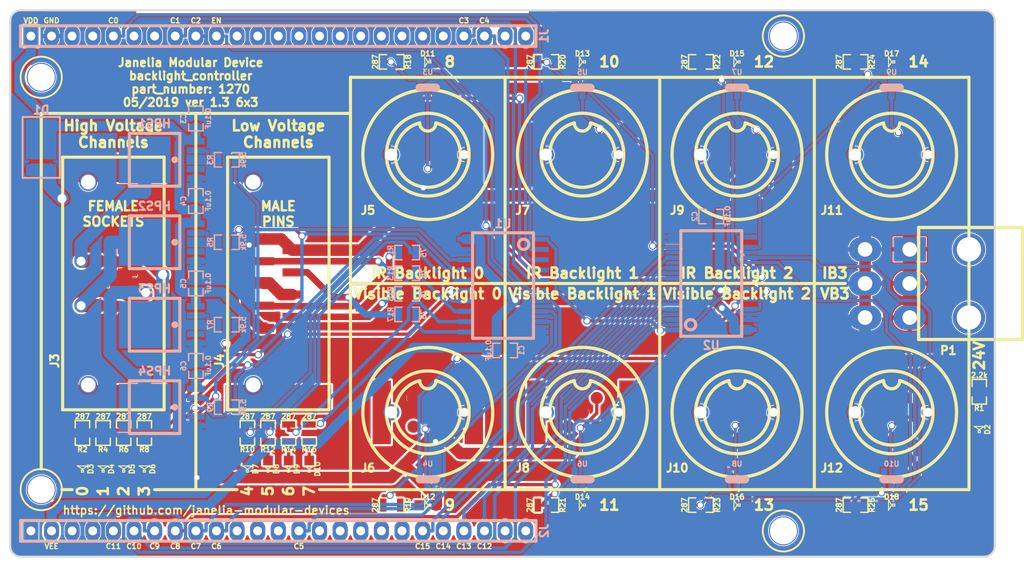
<source format=kicad_pcb>
(kicad_pcb (version 20190421) (host pcbnew "6.0.0-unknown-f21face~86~ubuntu18.04.1")
  (title_block (title "backlight_controller_6x3") (rev "1.3"))
  (layers (0 "F.Cu" signal) (31 "B.Cu" signal) (34 "B.Paste" user) (35 "F.Paste" user) (36 "B.SilkS" user) (37 "F.SilkS" user) (38 "B.Mask" user) (39 "F.Mask" user) (44 "Edge.Cuts" user))
  (net 0 "")
  (net 1 "VEE")
  (net 2 "GND")
  (net 3 "VDD")
  (net 4 "VAA")
  (net 5 "/CHANNEL_0")
  (net 6 "/CHANNEL_1")
  (net 7 "/CHANNEL_2")
  (net 8 "/CHANNEL_3")
  (net 9 "/CHANNEL_11")
  (net 10 "/CHANNEL_10")
  (net 11 "/CHANNEL_9")
  (net 12 "/CHANNEL_8")
  (net 13 "/~ENABLE")
  (net 14 "/CHANNEL_4")
  (net 15 "/CHANNEL_5")
  (net 16 "/CHANNEL_7")
  (net 17 "/CHANNEL_6")
  (net 18 "/CHANNEL_15")
  (net 19 "/CHANNEL_14")
  (net 20 "/CHANNEL_13")
  (net 21 "/CHANNEL_12")
  (net 22 "/backlight_6x3/high_voltage_outputs/OUTPUT_0")
  (net 23 "/backlight_6x3/high_voltage_outputs/high_voltage_output_0/FAULT")
  (net 24 "/backlight_6x3/high_voltage_outputs/OUTPUT_1")
  (net 25 "/backlight_6x3/high_voltage_outputs/high_voltage_output_1/FAULT")
  (net 26 "/backlight_6x3/high_voltage_outputs/OUTPUT_2")
  (net 27 "/backlight_6x3/high_voltage_outputs/high_voltage_output_2/FAULT")
  (net 28 "/backlight_6x3/high_voltage_outputs/OUTPUT_3")
  (net 29 "/backlight_6x3/high_voltage_outputs/high_voltage_output_3/FAULT")
  (net 30 "/backlight_6x3/low_voltage_outputs/OUTPUT_3")
  (net 31 "/backlight_6x3/low_voltage_outputs/OUTPUT_2")
  (net 32 "/backlight_6x3/low_voltage_outputs/OUTPUT_1")
  (net 33 "/backlight_6x3/low_voltage_outputs/OUTPUT_0")
  (net 34 "/backlight_6x3/C_8")
  (net 35 "/backlight_6x3/C_9")
  (net 36 "/backlight_6x3/C_10")
  (net 37 "/backlight_6x3/C_11")
  (net 38 "/backlight_6x3/C_12")
  (net 39 "/backlight_6x3/C_13")
  (net 40 "/backlight_6x3/C_14")
  (net 41 "/backlight_6x3/C_15")
  (net 42 "/backlight_6x3/C_0")
  (net 43 "/backlight_6x3/C_1")
  (net 44 "/backlight_6x3/C_2")
  (net 45 "/backlight_6x3/C_3")
  (net 46 "/backlight_6x3/C_4")
  (net 47 "/backlight_6x3/C_5")
  (net 48 "/backlight_6x3/C_6")
  (net 49 "/backlight_6x3/C_7")
  (net 50 "/backlight_6x3/backlight_outputs/ir_0/NPN")
  (net 51 "/backlight_6x3/backlight_outputs/visible_0/NPN")
  (net 52 "/backlight_6x3/backlight_outputs/ir_1/NPN")
  (net 53 "/backlight_6x3/backlight_outputs/visible_1/NPN")
  (net 54 "/backlight_6x3/backlight_outputs/ir_2/NPN")
  (net 55 "/backlight_6x3/backlight_outputs/visible_2/NPN")
  (net 56 "/backlight_6x3/backlight_outputs/ir_3/NPN")
  (net 57 "/backlight_6x3/backlight_outputs/visible_3/NPN")
  (net 58 "Net-(D5-Pad1)")
  (net 59 "Net-(D9-Pad1)")
  (net 60 "Net-(D10-Pad1)")
  (net 61 "Net-(D8-Pad1)")
  (net 62 "Net-(D11-Pad1)")
  (net 63 "Net-(D7-Pad1)")
  (net 64 "Net-(D12-Pad1)")
  (net 65 "Net-(D13-Pad1)")
  (net 66 "Net-(D6-Pad1)")
  (net 67 "Net-(D14-Pad1)")
  (net 68 "Net-(D15-Pad1)")
  (net 69 "Net-(D4-Pad1)")
  (net 70 "Net-(D16-Pad1)")
  (net 71 "Net-(D18-Pad1)")
  (net 72 "Net-(D17-Pad1)")
  (net 73 "Net-(D2-Pad1)")
  (net 74 "Net-(D3-Pad1)")
  (net 75 "Net-(HPS2-Pad4)")
  (net 76 "Net-(HPS4-Pad4)")
  (net 77 "Net-(HPS3-Pad4)")
  (net 78 "Net-(HPS1-Pad4)")
  (net 79 "Net-(MH4-Pad1)")
  (net 80 "Net-(MH3-Pad1)")
  (net 81 "Net-(MH2-Pad1)")
  (net 82 "Net-(MH1-Pad1)")
  (net 83 "Net-(J12-Pad4)")
  (net 84 "Net-(J9-Pad4)")
  (net 85 "Net-(J11-Pad4)")
  (net 86 "Net-(J10-Pad4)")
  (net 87 "Net-(J8-Pad4)")
  (net 88 "Net-(J7-Pad4)")
  (net 89 "Net-(J6-Pad4)")
  (net 90 "Net-(J5-Pad4)")
  (net 91 "/D46.SCK2")
  (net 92 "/D45.MISO2")
  (net 93 "/D44.MOSI2")
  (net 94 "/D43.CS2")
  (net 95 "/D47.RX6.SCLOB")
  (net 96 "/D48.TX6.SDA0B")
  (net 97 "/D49.A23")
  (net 98 "/D50.A24")
  (net 99 "/D12.MISO0")
  (net 100 "/D11.MOSI0")
  (net 101 "/D42")
  (net 102 "/A10")
  (net 103 "/A11")
  (net 104 "/D55")
  (net 105 "/D54.CS2")
  (net 106 "/D40")
  (net 107 "/D41")
  (net 108 "/D33.A14.SCL0B.TX5")
  (net 109 "/D34.A15.SDA0B.RX5")
  (net 110 "/D51.MISO2B")
  (net 111 "/A21.DAC0")
  (net 112 "/A22.DAC1")
  (net 113 "/D53.SCK2B")
  (net 114 "/D13.LED.SCK0")
  (net 115 "/D15.A1.CS0")
  (net 116 "/AREF")
  (net 117 "/AGND")
  (net 118 "/3.3V_250mA")
  (net 119 "/D17.A3.SDA0B")
  (net 120 "/D16.A2.SCL0B")
  (module "backlight_controller_6x3:TO-236-3" (layer "B.Cu") (at 121.285 81.28)
    (fp_text reference "U3" (at 0 -1.905) (layer "B.SilkS") (effects (font (size 0.635 0.635) (thickness 0.15875)) (justify mirror)))
    (fp_text value "NUD3124" hide)
    (pad "3" smd rect (at 0 1) (size 0.8 0.9) (layers "B.Cu" "B.Mask") (net 50 "/backlight_6x3/backlight_outputs/ir_0/NPN"))
    (pad "2" smd rect (at 0.95 -1) (size 0.8 0.9) (layers "B.Cu" "B.Mask") (net 2 "GND"))
    (pad "1" smd rect (at -0.95 -1) (size 0.8 0.9) (layers "B.Cu" "B.Mask") (net 34 "/backlight_6x3/C_8"))
  )
  (module "backlight_controller_6x3:TO-236-3" (layer "B.Cu") (at 121.285 129.54)
    (fp_text reference "U4" (at 0 -1.905) (layer "B.SilkS") (effects (font (size 0.635 0.635) (thickness 0.15875)) (justify mirror)))
    (fp_text value "NUD3124" hide)
    (pad "3" smd rect (at 0 1) (size 0.8 0.9) (layers "B.Cu" "B.Mask") (net 51 "/backlight_6x3/backlight_outputs/visible_0/NPN"))
    (pad "2" smd rect (at 0.95 -1) (size 0.8 0.9) (layers "B.Cu" "B.Mask") (net 2 "GND"))
    (pad "1" smd rect (at -0.95 -1) (size 0.8 0.9) (layers "B.Cu" "B.Mask") (net 35 "/backlight_6x3/C_9"))
  )
  (module "backlight_controller_6x3:TO-236-3" (layer "B.Cu") (at 140.335 81.28)
    (fp_text reference "U5" (at 0 -1.905) (layer "B.SilkS") (effects (font (size 0.635 0.635) (thickness 0.15875)) (justify mirror)))
    (fp_text value "NUD3124" hide)
    (pad "3" smd rect (at 0 1) (size 0.8 0.9) (layers "B.Cu" "B.Mask") (net 52 "/backlight_6x3/backlight_outputs/ir_1/NPN"))
    (pad "2" smd rect (at 0.95 -1) (size 0.8 0.9) (layers "B.Cu" "B.Mask") (net 2 "GND"))
    (pad "1" smd rect (at -0.95 -1) (size 0.8 0.9) (layers "B.Cu" "B.Mask") (net 36 "/backlight_6x3/C_10"))
  )
  (module "backlight_controller_6x3:TO-236-3" (layer "B.Cu") (at 140.335 129.54)
    (fp_text reference "U6" (at 0 -1.905) (layer "B.SilkS") (effects (font (size 0.635 0.635) (thickness 0.15875)) (justify mirror)))
    (fp_text value "NUD3124" hide)
    (pad "3" smd rect (at 0 1) (size 0.8 0.9) (layers "B.Cu" "B.Mask") (net 53 "/backlight_6x3/backlight_outputs/visible_1/NPN"))
    (pad "2" smd rect (at 0.95 -1) (size 0.8 0.9) (layers "B.Cu" "B.Mask") (net 2 "GND"))
    (pad "1" smd rect (at -0.95 -1) (size 0.8 0.9) (layers "B.Cu" "B.Mask") (net 37 "/backlight_6x3/C_11"))
  )
  (module "backlight_controller_6x3:TO-236-3" (layer "B.Cu") (at 159.385 81.28)
    (fp_text reference "U7" (at 0 -1.905) (layer "B.SilkS") (effects (font (size 0.635 0.635) (thickness 0.15875)) (justify mirror)))
    (fp_text value "NUD3124" hide)
    (pad "3" smd rect (at 0 1) (size 0.8 0.9) (layers "B.Cu" "B.Mask") (net 54 "/backlight_6x3/backlight_outputs/ir_2/NPN"))
    (pad "2" smd rect (at 0.95 -1) (size 0.8 0.9) (layers "B.Cu" "B.Mask") (net 2 "GND"))
    (pad "1" smd rect (at -0.95 -1) (size 0.8 0.9) (layers "B.Cu" "B.Mask") (net 38 "/backlight_6x3/C_12"))
  )
  (module "backlight_controller_6x3:TO-236-3" (layer "B.Cu") (at 159.385 129.54)
    (fp_text reference "U8" (at 0 -1.905) (layer "B.SilkS") (effects (font (size 0.635 0.635) (thickness 0.15875)) (justify mirror)))
    (fp_text value "NUD3124" hide)
    (pad "3" smd rect (at 0 1) (size 0.8 0.9) (layers "B.Cu" "B.Mask") (net 55 "/backlight_6x3/backlight_outputs/visible_2/NPN"))
    (pad "2" smd rect (at 0.95 -1) (size 0.8 0.9) (layers "B.Cu" "B.Mask") (net 2 "GND"))
    (pad "1" smd rect (at -0.95 -1) (size 0.8 0.9) (layers "B.Cu" "B.Mask") (net 39 "/backlight_6x3/C_13"))
  )
  (module "backlight_controller_6x3:TO-236-3" (layer "B.Cu") (at 178.435 81.28)
    (fp_text reference "U9" (at 0 -1.905) (layer "B.SilkS") (effects (font (size 0.635 0.635) (thickness 0.15875)) (justify mirror)))
    (fp_text value "NUD3124" hide)
    (pad "3" smd rect (at 0 1) (size 0.8 0.9) (layers "B.Cu" "B.Mask") (net 56 "/backlight_6x3/backlight_outputs/ir_3/NPN"))
    (pad "2" smd rect (at 0.95 -1) (size 0.8 0.9) (layers "B.Cu" "B.Mask") (net 2 "GND"))
    (pad "1" smd rect (at -0.95 -1) (size 0.8 0.9) (layers "B.Cu" "B.Mask") (net 40 "/backlight_6x3/C_14"))
  )
  (module "backlight_controller_6x3:TO-236-3" (layer "B.Cu") (at 178.435 129.54)
    (fp_text reference "U10" (at 0 -1.905) (layer "B.SilkS") (effects (font (size 0.635 0.635) (thickness 0.15875)) (justify mirror)))
    (fp_text value "NUD3124" hide)
    (pad "3" smd rect (at 0 1) (size 0.8 0.9) (layers "B.Cu" "B.Mask") (net 57 "/backlight_6x3/backlight_outputs/visible_3/NPN"))
    (pad "2" smd rect (at 0.95 -1) (size 0.8 0.9) (layers "B.Cu" "B.Mask") (net 2 "GND"))
    (pad "1" smd rect (at -0.95 -1) (size 0.8 0.9) (layers "B.Cu" "B.Mask") (net 41 "/backlight_6x3/C_15"))
  )
  (module "backlight_controller_6x3:M12-5_RCPT_F_SMD" (layer "F.Cu") (at 121.285 89.535 90)
    (fp_text reference "J5" (at -6.858 -7.366 180) (layer "F.SilkS") (effects (font (size 1.016 1.016) (thickness 0.254))))
    (fp_text value "M12-5-RCPT")
    (pad "" thru_hole circle (at 0 4.5) (size 1.6 1.6) (drill 1.1) (layers *.Cu *.Mask))
    (pad "" thru_hole circle (at 0 -4.5) (size 2 2) (drill 1.5) (layers *.Cu *.Mask))
    (pad "" smd rect (at 0 5.675) (size 2.25 7.85) (layers "F.Cu" "F.Mask") (clearance 0.0508))
    (pad "" smd rect (at 0 -5.675) (size 2.25 7.85) (layers "F.Cu" "F.Mask") (clearance 0.0508))
    (pad "4" smd circle (at -1.77 -1.77) (size 1.5 1.5) (layers "F.Cu" "F.Mask") (net 90 "Net-(J5-Pad4)") (clearance 0.0508))
    (pad "3" smd circle (at -1.77 1.77) (size 1.5 1.5) (layers "F.Cu" "F.Mask") (net 2 "GND") (clearance 0.0508))
    (pad "2" smd circle (at 1.77 1.77) (size 1.5 1.5) (layers "F.Cu" "F.Mask") (net 50 "/backlight_6x3/backlight_outputs/ir_0/NPN") (clearance 0.0508))
    (pad "1" smd circle (at 1.77 -1.77) (size 1.5 1.5) (layers "F.Cu" "F.Mask") (net 4 "VAA") (clearance 0.0508))
    (pad "5" smd circle (at 0 0) (size 1.5 1.5) (layers "F.Cu" "F.Mask") (net 4 "VAA") (clearance 0.0508))
  )
  (module "backlight_controller_6x3:M12-5_RCPT_F_SMD" (layer "F.Cu") (at 121.285 121.285 90)
    (fp_text reference "J6" (at -6.858 -7.366 180) (layer "F.SilkS") (effects (font (size 1.016 1.016) (thickness 0.254))))
    (fp_text value "M12-5-RCPT")
    (pad "" thru_hole circle (at 0 4.5) (size 1.6 1.6) (drill 1.1) (layers *.Cu *.Mask))
    (pad "" thru_hole circle (at 0 -4.5) (size 2 2) (drill 1.5) (layers *.Cu *.Mask))
    (pad "" smd rect (at 0 5.675) (size 2.25 7.85) (layers "F.Cu" "F.Mask") (clearance 0.0508))
    (pad "" smd rect (at 0 -5.675) (size 2.25 7.85) (layers "F.Cu" "F.Mask") (clearance 0.0508))
    (pad "4" smd circle (at -1.77 -1.77) (size 1.5 1.5) (layers "F.Cu" "F.Mask") (net 89 "Net-(J6-Pad4)") (clearance 0.0508))
    (pad "3" smd circle (at -1.77 1.77) (size 1.5 1.5) (layers "F.Cu" "F.Mask") (net 2 "GND") (clearance 0.0508))
    (pad "2" smd circle (at 1.77 1.77) (size 1.5 1.5) (layers "F.Cu" "F.Mask") (net 51 "/backlight_6x3/backlight_outputs/visible_0/NPN") (clearance 0.0508))
    (pad "1" smd circle (at 1.77 -1.77) (size 1.5 1.5) (layers "F.Cu" "F.Mask") (net 4 "VAA") (clearance 0.0508))
    (pad "5" smd circle (at 0 0) (size 1.5 1.5) (layers "F.Cu" "F.Mask") (net 4 "VAA") (clearance 0.0508))
  )
  (module "backlight_controller_6x3:M12-5_RCPT_F_SMD" (layer "F.Cu") (at 140.335 89.535 90)
    (fp_text reference "J7" (at -6.858 -7.366 180) (layer "F.SilkS") (effects (font (size 1.016 1.016) (thickness 0.254))))
    (fp_text value "M12-5-RCPT")
    (pad "" thru_hole circle (at 0 4.5) (size 1.6 1.6) (drill 1.1) (layers *.Cu *.Mask))
    (pad "" thru_hole circle (at 0 -4.5) (size 2 2) (drill 1.5) (layers *.Cu *.Mask))
    (pad "" smd rect (at 0 5.675) (size 2.25 7.85) (layers "F.Cu" "F.Mask") (clearance 0.0508))
    (pad "" smd rect (at 0 -5.675) (size 2.25 7.85) (layers "F.Cu" "F.Mask") (clearance 0.0508))
    (pad "4" smd circle (at -1.77 -1.77) (size 1.5 1.5) (layers "F.Cu" "F.Mask") (net 88 "Net-(J7-Pad4)") (clearance 0.0508))
    (pad "3" smd circle (at -1.77 1.77) (size 1.5 1.5) (layers "F.Cu" "F.Mask") (net 2 "GND") (clearance 0.0508))
    (pad "2" smd circle (at 1.77 1.77) (size 1.5 1.5) (layers "F.Cu" "F.Mask") (net 52 "/backlight_6x3/backlight_outputs/ir_1/NPN") (clearance 0.0508))
    (pad "1" smd circle (at 1.77 -1.77) (size 1.5 1.5) (layers "F.Cu" "F.Mask") (net 4 "VAA") (clearance 0.0508))
    (pad "5" smd circle (at 0 0) (size 1.5 1.5) (layers "F.Cu" "F.Mask") (net 4 "VAA") (clearance 0.0508))
  )
  (module "backlight_controller_6x3:M12-5_RCPT_F_SMD" (layer "F.Cu") (at 140.335 121.285 90)
    (fp_text reference "J8" (at -6.858 -7.366 180) (layer "F.SilkS") (effects (font (size 1.016 1.016) (thickness 0.254))))
    (fp_text value "M12-5-RCPT")
    (pad "" thru_hole circle (at 0 4.5) (size 1.6 1.6) (drill 1.1) (layers *.Cu *.Mask))
    (pad "" thru_hole circle (at 0 -4.5) (size 2 2) (drill 1.5) (layers *.Cu *.Mask))
    (pad "" smd rect (at 0 5.675) (size 2.25 7.85) (layers "F.Cu" "F.Mask") (clearance 0.0508))
    (pad "" smd rect (at 0 -5.675) (size 2.25 7.85) (layers "F.Cu" "F.Mask") (clearance 0.0508))
    (pad "4" smd circle (at -1.77 -1.77) (size 1.5 1.5) (layers "F.Cu" "F.Mask") (net 87 "Net-(J8-Pad4)") (clearance 0.0508))
    (pad "3" smd circle (at -1.77 1.77) (size 1.5 1.5) (layers "F.Cu" "F.Mask") (net 2 "GND") (clearance 0.0508))
    (pad "2" smd circle (at 1.77 1.77) (size 1.5 1.5) (layers "F.Cu" "F.Mask") (net 53 "/backlight_6x3/backlight_outputs/visible_1/NPN") (clearance 0.0508))
    (pad "1" smd circle (at 1.77 -1.77) (size 1.5 1.5) (layers "F.Cu" "F.Mask") (net 4 "VAA") (clearance 0.0508))
    (pad "5" smd circle (at 0 0) (size 1.5 1.5) (layers "F.Cu" "F.Mask") (net 4 "VAA") (clearance 0.0508))
  )
  (module "backlight_controller_6x3:M12-5_RCPT_F_SMD" (layer "F.Cu") (at 159.385 121.285 90)
    (fp_text reference "J10" (at -6.858 -7.366 180) (layer "F.SilkS") (effects (font (size 1.016 1.016) (thickness 0.254))))
    (fp_text value "M12-5-RCPT")
    (pad "" thru_hole circle (at 0 4.5) (size 1.6 1.6) (drill 1.1) (layers *.Cu *.Mask))
    (pad "" thru_hole circle (at 0 -4.5) (size 2 2) (drill 1.5) (layers *.Cu *.Mask))
    (pad "" smd rect (at 0 5.675) (size 2.25 7.85) (layers "F.Cu" "F.Mask") (clearance 0.0508))
    (pad "" smd rect (at 0 -5.675) (size 2.25 7.85) (layers "F.Cu" "F.Mask") (clearance 0.0508))
    (pad "4" smd circle (at -1.77 -1.77) (size 1.5 1.5) (layers "F.Cu" "F.Mask") (net 86 "Net-(J10-Pad4)") (clearance 0.0508))
    (pad "3" smd circle (at -1.77 1.77) (size 1.5 1.5) (layers "F.Cu" "F.Mask") (net 2 "GND") (clearance 0.0508))
    (pad "2" smd circle (at 1.77 1.77) (size 1.5 1.5) (layers "F.Cu" "F.Mask") (net 55 "/backlight_6x3/backlight_outputs/visible_2/NPN") (clearance 0.0508))
    (pad "1" smd circle (at 1.77 -1.77) (size 1.5 1.5) (layers "F.Cu" "F.Mask") (net 4 "VAA") (clearance 0.0508))
    (pad "5" smd circle (at 0 0) (size 1.5 1.5) (layers "F.Cu" "F.Mask") (net 4 "VAA") (clearance 0.0508))
  )
  (module "backlight_controller_6x3:M12-5_RCPT_F_SMD" (layer "F.Cu") (at 178.435 89.535 90)
    (fp_text reference "J11" (at -6.858 -7.366 180) (layer "F.SilkS") (effects (font (size 1.016 1.016) (thickness 0.254))))
    (fp_text value "M12-5-RCPT")
    (pad "" thru_hole circle (at 0 4.5) (size 1.6 1.6) (drill 1.1) (layers *.Cu *.Mask))
    (pad "" thru_hole circle (at 0 -4.5) (size 2 2) (drill 1.5) (layers *.Cu *.Mask))
    (pad "" smd rect (at 0 5.675) (size 2.25 7.85) (layers "F.Cu" "F.Mask") (clearance 0.0508))
    (pad "" smd rect (at 0 -5.675) (size 2.25 7.85) (layers "F.Cu" "F.Mask") (clearance 0.0508))
    (pad "4" smd circle (at -1.77 -1.77) (size 1.5 1.5) (layers "F.Cu" "F.Mask") (net 85 "Net-(J11-Pad4)") (clearance 0.0508))
    (pad "3" smd circle (at -1.77 1.77) (size 1.5 1.5) (layers "F.Cu" "F.Mask") (net 2 "GND") (clearance 0.0508))
    (pad "2" smd circle (at 1.77 1.77) (size 1.5 1.5) (layers "F.Cu" "F.Mask") (net 56 "/backlight_6x3/backlight_outputs/ir_3/NPN") (clearance 0.0508))
    (pad "1" smd circle (at 1.77 -1.77) (size 1.5 1.5) (layers "F.Cu" "F.Mask") (net 4 "VAA") (clearance 0.0508))
    (pad "5" smd circle (at 0 0) (size 1.5 1.5) (layers "F.Cu" "F.Mask") (net 4 "VAA") (clearance 0.0508))
  )
  (module "backlight_controller_6x3:M12-5_RCPT_F_SMD" (layer "F.Cu") (at 159.385 89.535 90)
    (fp_text reference "J9" (at -6.858 -7.366 180) (layer "F.SilkS") (effects (font (size 1.016 1.016) (thickness 0.254))))
    (fp_text value "M12-5-RCPT")
    (pad "" thru_hole circle (at 0 4.5) (size 1.6 1.6) (drill 1.1) (layers *.Cu *.Mask))
    (pad "" thru_hole circle (at 0 -4.5) (size 2 2) (drill 1.5) (layers *.Cu *.Mask))
    (pad "" smd rect (at 0 5.675) (size 2.25 7.85) (layers "F.Cu" "F.Mask") (clearance 0.0508))
    (pad "" smd rect (at 0 -5.675) (size 2.25 7.85) (layers "F.Cu" "F.Mask") (clearance 0.0508))
    (pad "4" smd circle (at -1.77 -1.77) (size 1.5 1.5) (layers "F.Cu" "F.Mask") (net 84 "Net-(J9-Pad4)") (clearance 0.0508))
    (pad "3" smd circle (at -1.77 1.77) (size 1.5 1.5) (layers "F.Cu" "F.Mask") (net 2 "GND") (clearance 0.0508))
    (pad "2" smd circle (at 1.77 1.77) (size 1.5 1.5) (layers "F.Cu" "F.Mask") (net 54 "/backlight_6x3/backlight_outputs/ir_2/NPN") (clearance 0.0508))
    (pad "1" smd circle (at 1.77 -1.77) (size 1.5 1.5) (layers "F.Cu" "F.Mask") (net 4 "VAA") (clearance 0.0508))
    (pad "5" smd circle (at 0 0) (size 1.5 1.5) (layers "F.Cu" "F.Mask") (net 4 "VAA") (clearance 0.0508))
  )
  (module "backlight_controller_6x3:M12-5_RCPT_F_SMD" (layer "F.Cu") (at 178.435 121.285 90)
    (fp_text reference "J12" (at -6.858 -7.366 180) (layer "F.SilkS") (effects (font (size 1.016 1.016) (thickness 0.254))))
    (fp_text value "M12-5-RCPT")
    (pad "" thru_hole circle (at 0 4.5) (size 1.6 1.6) (drill 1.1) (layers *.Cu *.Mask))
    (pad "" thru_hole circle (at 0 -4.5) (size 2 2) (drill 1.5) (layers *.Cu *.Mask))
    (pad "" smd rect (at 0 5.675) (size 2.25 7.85) (layers "F.Cu" "F.Mask") (clearance 0.0508))
    (pad "" smd rect (at 0 -5.675) (size 2.25 7.85) (layers "F.Cu" "F.Mask") (clearance 0.0508))
    (pad "4" smd circle (at -1.77 -1.77) (size 1.5 1.5) (layers "F.Cu" "F.Mask") (net 83 "Net-(J12-Pad4)") (clearance 0.0508))
    (pad "3" smd circle (at -1.77 1.77) (size 1.5 1.5) (layers "F.Cu" "F.Mask") (net 2 "GND") (clearance 0.0508))
    (pad "2" smd circle (at 1.77 1.77) (size 1.5 1.5) (layers "F.Cu" "F.Mask") (net 57 "/backlight_6x3/backlight_outputs/visible_3/NPN") (clearance 0.0508))
    (pad "1" smd circle (at 1.77 -1.77) (size 1.5 1.5) (layers "F.Cu" "F.Mask") (net 4 "VAA") (clearance 0.0508))
    (pad "5" smd circle (at 0 0) (size 1.5 1.5) (layers "F.Cu" "F.Mask") (net 4 "VAA") (clearance 0.0508))
  )
  (module "backlight_controller_6x3:LED0805" (layer "F.Cu") (at 78.74 128.27 180)
    (fp_text reference "D3" (at -1.016 0 90) (layer "F.SilkS") (effects (font (size 0.635 0.635) (thickness 0.15875))))
    (fp_text value "LED_GRN" hide)
    (pad "2" smd rect (at 0 -1.0541 270) (size 1.1938 1.1938) (layers "F.Cu" "F.Paste" "F.Mask") (net 2 "GND") (clearance 0.0508))
    (pad "1" smd rect (at 0 1.0541 270) (size 1.1938 1.1938) (layers "F.Cu" "F.Paste" "F.Mask") (net 74 "Net-(D3-Pad1)") (clearance 0.0508))
  )
  (module "backlight_controller_6x3:LED0805" (layer "F.Cu") (at 189.23 123.406 180)
    (fp_text reference "D2" (at -1.016 0 90) (layer "F.SilkS") (effects (font (size 0.635 0.635) (thickness 0.15875))))
    (fp_text value "LED_GRN" hide)
    (pad "2" smd rect (at 0 -1.0541 270) (size 1.1938 1.1938) (layers "F.Cu" "F.Paste" "F.Mask") (net 2 "GND") (clearance 0.0508))
    (pad "1" smd rect (at 0 1.0541 270) (size 1.1938 1.1938) (layers "F.Cu" "F.Paste" "F.Mask") (net 73 "Net-(D2-Pad1)") (clearance 0.0508))
  )
  (module "backlight_controller_6x3:LED0805" (layer "F.Cu") (at 178.435 78.105 270)
    (fp_text reference "D17" (at -1.016 0) (layer "F.SilkS") (effects (font (size 0.635 0.635) (thickness 0.15875))))
    (fp_text value "LED_GRN" hide)
    (pad "2" smd rect (at 0 -1.0541) (size 1.1938 1.1938) (layers "F.Cu" "F.Paste" "F.Mask") (net 2 "GND") (clearance 0.0508))
    (pad "1" smd rect (at 0 1.0541) (size 1.1938 1.1938) (layers "F.Cu" "F.Paste" "F.Mask") (net 72 "Net-(D17-Pad1)") (clearance 0.0508))
  )
  (module "backlight_controller_6x3:LED0805" (layer "F.Cu") (at 178.435 132.715 270)
    (fp_text reference "D18" (at -1.016 0) (layer "F.SilkS") (effects (font (size 0.635 0.635) (thickness 0.15875))))
    (fp_text value "LED_GRN" hide)
    (pad "2" smd rect (at 0 -1.0541) (size 1.1938 1.1938) (layers "F.Cu" "F.Paste" "F.Mask") (net 2 "GND") (clearance 0.0508))
    (pad "1" smd rect (at 0 1.0541) (size 1.1938 1.1938) (layers "F.Cu" "F.Paste" "F.Mask") (net 71 "Net-(D18-Pad1)") (clearance 0.0508))
  )
  (module "backlight_controller_6x3:LED0805" (layer "F.Cu") (at 159.385 132.715 270)
    (fp_text reference "D16" (at -1.016 0) (layer "F.SilkS") (effects (font (size 0.635 0.635) (thickness 0.15875))))
    (fp_text value "LED_GRN" hide)
    (pad "2" smd rect (at 0 -1.0541) (size 1.1938 1.1938) (layers "F.Cu" "F.Paste" "F.Mask") (net 2 "GND") (clearance 0.0508))
    (pad "1" smd rect (at 0 1.0541) (size 1.1938 1.1938) (layers "F.Cu" "F.Paste" "F.Mask") (net 70 "Net-(D16-Pad1)") (clearance 0.0508))
  )
  (module "backlight_controller_6x3:LED0805" (layer "F.Cu") (at 81.28 128.27 180)
    (fp_text reference "D4" (at -1.016 0 90) (layer "F.SilkS") (effects (font (size 0.635 0.635) (thickness 0.15875))))
    (fp_text value "LED_GRN" hide)
    (pad "2" smd rect (at 0 -1.0541 270) (size 1.1938 1.1938) (layers "F.Cu" "F.Paste" "F.Mask") (net 2 "GND") (clearance 0.0508))
    (pad "1" smd rect (at 0 1.0541 270) (size 1.1938 1.1938) (layers "F.Cu" "F.Paste" "F.Mask") (net 69 "Net-(D4-Pad1)") (clearance 0.0508))
  )
  (module "backlight_controller_6x3:LED0805" (layer "F.Cu") (at 159.385 78.105 270)
    (fp_text reference "D15" (at -1.016 0) (layer "F.SilkS") (effects (font (size 0.635 0.635) (thickness 0.15875))))
    (fp_text value "LED_GRN" hide)
    (pad "2" smd rect (at 0 -1.0541) (size 1.1938 1.1938) (layers "F.Cu" "F.Paste" "F.Mask") (net 2 "GND") (clearance 0.0508))
    (pad "1" smd rect (at 0 1.0541) (size 1.1938 1.1938) (layers "F.Cu" "F.Paste" "F.Mask") (net 68 "Net-(D15-Pad1)") (clearance 0.0508))
  )
  (module "backlight_controller_6x3:LED0805" (layer "F.Cu") (at 140.335 132.715 270)
    (fp_text reference "D14" (at -1.016 0) (layer "F.SilkS") (effects (font (size 0.635 0.635) (thickness 0.15875))))
    (fp_text value "LED_GRN" hide)
    (pad "2" smd rect (at 0 -1.0541) (size 1.1938 1.1938) (layers "F.Cu" "F.Paste" "F.Mask") (net 2 "GND") (clearance 0.0508))
    (pad "1" smd rect (at 0 1.0541) (size 1.1938 1.1938) (layers "F.Cu" "F.Paste" "F.Mask") (net 67 "Net-(D14-Pad1)") (clearance 0.0508))
  )
  (module "backlight_controller_6x3:LED0805" (layer "F.Cu") (at 86.36 128.27 180)
    (fp_text reference "D6" (at -1.016 0 90) (layer "F.SilkS") (effects (font (size 0.635 0.635) (thickness 0.15875))))
    (fp_text value "LED_GRN" hide)
    (pad "2" smd rect (at 0 -1.0541 270) (size 1.1938 1.1938) (layers "F.Cu" "F.Paste" "F.Mask") (net 2 "GND") (clearance 0.0508))
    (pad "1" smd rect (at 0 1.0541 270) (size 1.1938 1.1938) (layers "F.Cu" "F.Paste" "F.Mask") (net 66 "Net-(D6-Pad1)") (clearance 0.0508))
  )
  (module "backlight_controller_6x3:LED0805" (layer "F.Cu") (at 140.335 78.105 270)
    (fp_text reference "D13" (at -1.016 0) (layer "F.SilkS") (effects (font (size 0.635 0.635) (thickness 0.15875))))
    (fp_text value "LED_GRN" hide)
    (pad "2" smd rect (at 0 -1.0541) (size 1.1938 1.1938) (layers "F.Cu" "F.Paste" "F.Mask") (net 2 "GND") (clearance 0.0508))
    (pad "1" smd rect (at 0 1.0541) (size 1.1938 1.1938) (layers "F.Cu" "F.Paste" "F.Mask") (net 65 "Net-(D13-Pad1)") (clearance 0.0508))
  )
  (module "backlight_controller_6x3:LED0805" (layer "F.Cu") (at 121.285 132.715 270)
    (fp_text reference "D12" (at -1.016 0) (layer "F.SilkS") (effects (font (size 0.635 0.635) (thickness 0.15875))))
    (fp_text value "LED_GRN" hide)
    (pad "2" smd rect (at 0 -1.0541) (size 1.1938 1.1938) (layers "F.Cu" "F.Paste" "F.Mask") (net 2 "GND") (clearance 0.0508))
    (pad "1" smd rect (at 0 1.0541) (size 1.1938 1.1938) (layers "F.Cu" "F.Paste" "F.Mask") (net 64 "Net-(D12-Pad1)") (clearance 0.0508))
  )
  (module "backlight_controller_6x3:LED0805" (layer "F.Cu") (at 99.06 128.27 180)
    (fp_text reference "D7" (at -1.016 0 90) (layer "F.SilkS") (effects (font (size 0.635 0.635) (thickness 0.15875))))
    (fp_text value "LED_GRN" hide)
    (pad "2" smd rect (at 0 -1.0541 270) (size 1.1938 1.1938) (layers "F.Cu" "F.Paste" "F.Mask") (net 2 "GND") (clearance 0.0508))
    (pad "1" smd rect (at 0 1.0541 270) (size 1.1938 1.1938) (layers "F.Cu" "F.Paste" "F.Mask") (net 63 "Net-(D7-Pad1)") (clearance 0.0508))
  )
  (module "backlight_controller_6x3:LED0805" (layer "F.Cu") (at 121.285 78.105 270)
    (fp_text reference "D11" (at -1.016 0) (layer "F.SilkS") (effects (font (size 0.635 0.635) (thickness 0.15875))))
    (fp_text value "LED_GRN" hide)
    (pad "2" smd rect (at 0 -1.0541) (size 1.1938 1.1938) (layers "F.Cu" "F.Paste" "F.Mask") (net 2 "GND") (clearance 0.0508))
    (pad "1" smd rect (at 0 1.0541) (size 1.1938 1.1938) (layers "F.Cu" "F.Paste" "F.Mask") (net 62 "Net-(D11-Pad1)") (clearance 0.0508))
  )
  (module "backlight_controller_6x3:LED0805" (layer "F.Cu") (at 101.6 128.27 180)
    (fp_text reference "D8" (at -1.016 0 90) (layer "F.SilkS") (effects (font (size 0.635 0.635) (thickness 0.15875))))
    (fp_text value "LED_GRN" hide)
    (pad "2" smd rect (at 0 -1.0541 270) (size 1.1938 1.1938) (layers "F.Cu" "F.Paste" "F.Mask") (net 2 "GND") (clearance 0.0508))
    (pad "1" smd rect (at 0 1.0541 270) (size 1.1938 1.1938) (layers "F.Cu" "F.Paste" "F.Mask") (net 61 "Net-(D8-Pad1)") (clearance 0.0508))
  )
  (module "backlight_controller_6x3:LED0805" (layer "F.Cu") (at 106.68 128.27 180)
    (fp_text reference "D10" (at -1.016 0 90) (layer "F.SilkS") (effects (font (size 0.635 0.635) (thickness 0.15875))))
    (fp_text value "LED_GRN" hide)
    (pad "2" smd rect (at 0 -1.0541 270) (size 1.1938 1.1938) (layers "F.Cu" "F.Paste" "F.Mask") (net 2 "GND") (clearance 0.0508))
    (pad "1" smd rect (at 0 1.0541 270) (size 1.1938 1.1938) (layers "F.Cu" "F.Paste" "F.Mask") (net 60 "Net-(D10-Pad1)") (clearance 0.0508))
  )
  (module "backlight_controller_6x3:LED0805" (layer "F.Cu") (at 104.14 128.27 180)
    (fp_text reference "D9" (at -1.016 0 90) (layer "F.SilkS") (effects (font (size 0.635 0.635) (thickness 0.15875))))
    (fp_text value "LED_GRN" hide)
    (pad "2" smd rect (at 0 -1.0541 270) (size 1.1938 1.1938) (layers "F.Cu" "F.Paste" "F.Mask") (net 2 "GND") (clearance 0.0508))
    (pad "1" smd rect (at 0 1.0541 270) (size 1.1938 1.1938) (layers "F.Cu" "F.Paste" "F.Mask") (net 59 "Net-(D9-Pad1)") (clearance 0.0508))
  )
  (module "backlight_controller_6x3:LED0805" (layer "F.Cu") (at 83.82 128.27 180)
    (fp_text reference "D5" (at -1.016 0 90) (layer "F.SilkS") (effects (font (size 0.635 0.635) (thickness 0.15875))))
    (fp_text value "LED_GRN" hide)
    (pad "2" smd rect (at 0 -1.0541 270) (size 1.1938 1.1938) (layers "F.Cu" "F.Paste" "F.Mask") (net 2 "GND") (clearance 0.0508))
    (pad "1" smd rect (at 0 1.0541 270) (size 1.1938 1.1938) (layers "F.Cu" "F.Paste" "F.Mask") (net 58 "Net-(D5-Pad1)") (clearance 0.0508))
  )
  (module "backlight_controller_6x3:SM0805" (layer "B.Cu") (at 118.745 101.6 90)
    (fp_text reference "R11" (at 0 -2.032 90) (layer "B.SilkS") (effects (font (size 0.635 0.635) (thickness 0.15875)) (justify mirror)))
    (fp_text value "75" (at 0 2.032 270) (layer "B.SilkS") (effects (font (size 0.635 0.635) (thickness 0.15875)) (justify mirror)))
    (pad "2" smd rect (at 0 -1.0414 180) (size 0.7874 1.6002) (layers "B.Cu" "B.Paste" "B.Mask") (net 33 "/backlight_6x3/low_voltage_outputs/OUTPUT_0"))
    (pad "1" smd rect (at 0 1.0414 180) (size 0.7874 1.6002) (layers "B.Cu" "B.Paste" "B.Mask") (net 46 "/backlight_6x3/C_4"))
  )
  (module "backlight_controller_6x3:SM0805" (layer "B.Cu") (at 96.52 120.65 90)
    (fp_text reference "R9" (at 0 -2.032 -90) (layer "B.SilkS") (effects (font (size 0.635 0.635) (thickness 0.15875)) (justify mirror)))
    (fp_text value "5.9k" (at 0 2.032 90) (layer "B.SilkS") (effects (font (size 0.635 0.635) (thickness 0.15875)) (justify mirror)))
    (pad "2" smd rect (at 0 -1.0414 180) (size 0.7874 1.6002) (layers "B.Cu" "B.Paste" "B.Mask") (net 29 "/backlight_6x3/high_voltage_outputs/high_voltage_output_3/FAULT"))
    (pad "1" smd rect (at 0 1.0414 180) (size 0.7874 1.6002) (layers "B.Cu" "B.Paste" "B.Mask") (net 45 "/backlight_6x3/C_3"))
  )
  (module "backlight_controller_6x3:SM0805" (layer "F.Cu") (at 99.06 123.825)
    (fp_text reference "R10" (at 0 2.032 180) (layer "F.SilkS") (effects (font (size 0.635 0.635) (thickness 0.15875))))
    (fp_text value "287" (at 0 -2.032) (layer "F.SilkS") (effects (font (size 0.635 0.635) (thickness 0.15875))))
    (pad "2" smd rect (at 0 1.0414 270) (size 0.7874 1.6002) (layers "F.Cu" "F.Paste" "F.Mask") (net 63 "Net-(D7-Pad1)"))
    (pad "1" smd rect (at 0 -1.0414 270) (size 0.7874 1.6002) (layers "F.Cu" "F.Paste" "F.Mask") (net 46 "/backlight_6x3/C_4"))
  )
  (module "backlight_controller_6x3:SM0805" (layer "B.Cu") (at 92.71 115.57)
    (fp_text reference "C6" (at -1.524 0 270) (layer "B.SilkS") (effects (font (size 0.635 0.635) (thickness 0.15875)) (justify mirror)))
    (fp_text value "0.1uF" (at 1.524 0 90) (layer "B.SilkS") (effects (font (size 0.635 0.635) (thickness 0.15875)) (justify mirror)))
    (pad "2" smd rect (at 0 -1.0414 90) (size 0.7874 1.6002) (layers "B.Cu" "B.Paste" "B.Mask") (net 2 "GND"))
    (pad "1" smd rect (at 0 1.0414 90) (size 0.7874 1.6002) (layers "B.Cu" "B.Paste" "B.Mask") (net 3 "VDD"))
  )
  (module "backlight_controller_6x3:SM0805" (layer "B.Cu") (at 118.745 104.14 90)
    (fp_text reference "R13" (at 0 -2.032 -90) (layer "B.SilkS") (effects (font (size 0.635 0.635) (thickness 0.15875)) (justify mirror)))
    (fp_text value "75" (at 0 2.032 90) (layer "B.SilkS") (effects (font (size 0.635 0.635) (thickness 0.15875)) (justify mirror)))
    (pad "2" smd rect (at 0 -1.0414 180) (size 0.7874 1.6002) (layers "B.Cu" "B.Paste" "B.Mask") (net 32 "/backlight_6x3/low_voltage_outputs/OUTPUT_1"))
    (pad "1" smd rect (at 0 1.0414 180) (size 0.7874 1.6002) (layers "B.Cu" "B.Paste" "B.Mask") (net 47 "/backlight_6x3/C_5"))
  )
  (module "backlight_controller_6x3:SM0805" (layer "F.Cu") (at 101.6 123.825)
    (fp_text reference "R12" (at 0 2.032 180) (layer "F.SilkS") (effects (font (size 0.635 0.635) (thickness 0.15875))))
    (fp_text value "287" (at 0 -2.032) (layer "F.SilkS") (effects (font (size 0.635 0.635) (thickness 0.15875))))
    (pad "2" smd rect (at 0 1.0414 270) (size 0.7874 1.6002) (layers "F.Cu" "F.Paste" "F.Mask") (net 61 "Net-(D8-Pad1)"))
    (pad "1" smd rect (at 0 -1.0414 270) (size 0.7874 1.6002) (layers "F.Cu" "F.Paste" "F.Mask") (net 47 "/backlight_6x3/C_5"))
  )
  (module "backlight_controller_6x3:SM0805" (layer "F.Cu") (at 86.36 123.825)
    (fp_text reference "R8" (at 0 2.032 180) (layer "F.SilkS") (effects (font (size 0.635 0.635) (thickness 0.15875))))
    (fp_text value "287" (at 0 -2.032) (layer "F.SilkS") (effects (font (size 0.635 0.635) (thickness 0.15875))))
    (pad "2" smd rect (at 0 1.0414 270) (size 0.7874 1.6002) (layers "F.Cu" "F.Paste" "F.Mask") (net 66 "Net-(D6-Pad1)"))
    (pad "1" smd rect (at 0 -1.0414 270) (size 0.7874 1.6002) (layers "F.Cu" "F.Paste" "F.Mask") (net 45 "/backlight_6x3/C_3"))
  )
  (module "backlight_controller_6x3:SM0805" (layer "B.Cu") (at 96.52 110.49 90)
    (fp_text reference "R7" (at 0 -2.032 -90) (layer "B.SilkS") (effects (font (size 0.635 0.635) (thickness 0.15875)) (justify mirror)))
    (fp_text value "5.9k" (at 0 2.032 90) (layer "B.SilkS") (effects (font (size 0.635 0.635) (thickness 0.15875)) (justify mirror)))
    (pad "2" smd rect (at 0 -1.0414 180) (size 0.7874 1.6002) (layers "B.Cu" "B.Paste" "B.Mask") (net 27 "/backlight_6x3/high_voltage_outputs/high_voltage_output_2/FAULT"))
    (pad "1" smd rect (at 0 1.0414 180) (size 0.7874 1.6002) (layers "B.Cu" "B.Paste" "B.Mask") (net 44 "/backlight_6x3/C_2"))
  )
  (module "backlight_controller_6x3:SM0805" (layer "B.Cu") (at 92.71 105.41)
    (fp_text reference "C5" (at -1.524 0 270) (layer "B.SilkS") (effects (font (size 0.635 0.635) (thickness 0.15875)) (justify mirror)))
    (fp_text value "0.1uF" (at 1.524 0 90) (layer "B.SilkS") (effects (font (size 0.635 0.635) (thickness 0.15875)) (justify mirror)))
    (pad "2" smd rect (at 0 -1.0414 90) (size 0.7874 1.6002) (layers "B.Cu" "B.Paste" "B.Mask") (net 2 "GND"))
    (pad "1" smd rect (at 0 1.0414 90) (size 0.7874 1.6002) (layers "B.Cu" "B.Paste" "B.Mask") (net 3 "VDD"))
  )
  (module "backlight_controller_6x3:SM0805" (layer "F.Cu") (at 83.82 123.825)
    (fp_text reference "R6" (at 0 2.032 180) (layer "F.SilkS") (effects (font (size 0.635 0.635) (thickness 0.15875))))
    (fp_text value "287" (at 0 -2.032) (layer "F.SilkS") (effects (font (size 0.635 0.635) (thickness 0.15875))))
    (pad "2" smd rect (at 0 1.0414 270) (size 0.7874 1.6002) (layers "F.Cu" "F.Paste" "F.Mask") (net 58 "Net-(D5-Pad1)"))
    (pad "1" smd rect (at 0 -1.0414 270) (size 0.7874 1.6002) (layers "F.Cu" "F.Paste" "F.Mask") (net 44 "/backlight_6x3/C_2"))
  )
  (module "backlight_controller_6x3:SM0805" (layer "B.Cu") (at 96.52 100.33 90)
    (fp_text reference "R5" (at 0 -2.032 -90) (layer "B.SilkS") (effects (font (size 0.635 0.635) (thickness 0.15875)) (justify mirror)))
    (fp_text value "5.9k" (at 0 2.032 90) (layer "B.SilkS") (effects (font (size 0.635 0.635) (thickness 0.15875)) (justify mirror)))
    (pad "2" smd rect (at 0 -1.0414 180) (size 0.7874 1.6002) (layers "B.Cu" "B.Paste" "B.Mask") (net 25 "/backlight_6x3/high_voltage_outputs/high_voltage_output_1/FAULT"))
    (pad "1" smd rect (at 0 1.0414 180) (size 0.7874 1.6002) (layers "B.Cu" "B.Paste" "B.Mask") (net 43 "/backlight_6x3/C_1"))
  )
  (module "backlight_controller_6x3:SM0805" (layer "B.Cu") (at 92.71 95.25)
    (fp_text reference "C4" (at -1.524 0 270) (layer "B.SilkS") (effects (font (size 0.635 0.635) (thickness 0.15875)) (justify mirror)))
    (fp_text value "0.1uF" (at 1.524 0 90) (layer "B.SilkS") (effects (font (size 0.635 0.635) (thickness 0.15875)) (justify mirror)))
    (pad "2" smd rect (at 0 -1.0414 90) (size 0.7874 1.6002) (layers "B.Cu" "B.Paste" "B.Mask") (net 2 "GND"))
    (pad "1" smd rect (at 0 1.0414 90) (size 0.7874 1.6002) (layers "B.Cu" "B.Paste" "B.Mask") (net 3 "VDD"))
  )
  (module "backlight_controller_6x3:SM0805" (layer "F.Cu") (at 81.28 123.825)
    (fp_text reference "R4" (at 0 2.032 180) (layer "F.SilkS") (effects (font (size 0.635 0.635) (thickness 0.15875))))
    (fp_text value "287" (at 0 -2.032) (layer "F.SilkS") (effects (font (size 0.635 0.635) (thickness 0.15875))))
    (pad "2" smd rect (at 0 1.0414 270) (size 0.7874 1.6002) (layers "F.Cu" "F.Paste" "F.Mask") (net 69 "Net-(D4-Pad1)"))
    (pad "1" smd rect (at 0 -1.0414 270) (size 0.7874 1.6002) (layers "F.Cu" "F.Paste" "F.Mask") (net 43 "/backlight_6x3/C_1"))
  )
  (module "backlight_controller_6x3:SM0805" (layer "F.Cu") (at 104.14 123.825)
    (fp_text reference "R14" (at 0 2.032 180) (layer "F.SilkS") (effects (font (size 0.635 0.635) (thickness 0.15875))))
    (fp_text value "287" (at 0 -2.032) (layer "F.SilkS") (effects (font (size 0.635 0.635) (thickness 0.15875))))
    (pad "2" smd rect (at 0 1.0414 270) (size 0.7874 1.6002) (layers "F.Cu" "F.Paste" "F.Mask") (net 59 "Net-(D9-Pad1)"))
    (pad "1" smd rect (at 0 -1.0414 270) (size 0.7874 1.6002) (layers "F.Cu" "F.Paste" "F.Mask") (net 48 "/backlight_6x3/C_6"))
  )
  (module "backlight_controller_6x3:SM0805" (layer "B.Cu") (at 96.52 90.17 90)
    (fp_text reference "R3" (at 0 -2.032 -90) (layer "B.SilkS") (effects (font (size 0.635 0.635) (thickness 0.15875)) (justify mirror)))
    (fp_text value "5.9k" (at 0 2.032 90) (layer "B.SilkS") (effects (font (size 0.635 0.635) (thickness 0.15875)) (justify mirror)))
    (pad "2" smd rect (at 0 -1.0414 180) (size 0.7874 1.6002) (layers "B.Cu" "B.Paste" "B.Mask") (net 23 "/backlight_6x3/high_voltage_outputs/high_voltage_output_0/FAULT"))
    (pad "1" smd rect (at 0 1.0414 180) (size 0.7874 1.6002) (layers "B.Cu" "B.Paste" "B.Mask") (net 42 "/backlight_6x3/C_0"))
  )
  (module "backlight_controller_6x3:SM0805" (layer "B.Cu") (at 92.71 85.09)
    (fp_text reference "C3" (at -1.524 0 270) (layer "B.SilkS") (effects (font (size 0.635 0.635) (thickness 0.15875)) (justify mirror)))
    (fp_text value "0.1uF" (at 1.524 0 90) (layer "B.SilkS") (effects (font (size 0.635 0.635) (thickness 0.15875)) (justify mirror)))
    (pad "2" smd rect (at 0 -1.0414 90) (size 0.7874 1.6002) (layers "B.Cu" "B.Paste" "B.Mask") (net 2 "GND"))
    (pad "1" smd rect (at 0 1.0414 90) (size 0.7874 1.6002) (layers "B.Cu" "B.Paste" "B.Mask") (net 3 "VDD"))
  )
  (module "backlight_controller_6x3:SM0805" (layer "B.Cu") (at 130.81 113.665 270)
    (fp_text reference "C1" (at 0 -2.032 270) (layer "B.SilkS") (effects (font (size 0.635 0.635) (thickness 0.15875)) (justify mirror)))
    (fp_text value "0.1uF" (at 0 2.032 90) (layer "B.SilkS") (effects (font (size 0.635 0.635) (thickness 0.15875)) (justify mirror)))
    (pad "2" smd rect (at 0 -1.0414) (size 0.7874 1.6002) (layers "B.Cu" "B.Paste" "B.Mask") (net 2 "GND"))
    (pad "1" smd rect (at 0 1.0414) (size 0.7874 1.6002) (layers "B.Cu" "B.Paste" "B.Mask") (net 1 "VEE"))
  )
  (module "backlight_controller_6x3:SM0805" (layer "F.Cu") (at 78.74 123.825)
    (fp_text reference "R2" (at 0 2.032 180) (layer "F.SilkS") (effects (font (size 0.635 0.635) (thickness 0.15875))))
    (fp_text value "287" (at 0 -2.032) (layer "F.SilkS") (effects (font (size 0.635 0.635) (thickness 0.15875))))
    (pad "2" smd rect (at 0 1.0414 270) (size 0.7874 1.6002) (layers "F.Cu" "F.Paste" "F.Mask") (net 74 "Net-(D3-Pad1)"))
    (pad "1" smd rect (at 0 -1.0414 270) (size 0.7874 1.6002) (layers "F.Cu" "F.Paste" "F.Mask") (net 42 "/backlight_6x3/C_0"))
  )
  (module "backlight_controller_6x3:SM0805" (layer "F.Cu") (at 189.23 118.745)
    (fp_text reference "R1" (at 0 2.032 180) (layer "F.SilkS") (effects (font (size 0.635 0.635) (thickness 0.15875))))
    (fp_text value "2.2k" (at 0 -2.032) (layer "F.SilkS") (effects (font (size 0.635 0.635) (thickness 0.15875))))
    (pad "2" smd rect (at 0 1.0414 270) (size 0.7874 1.6002) (layers "F.Cu" "F.Paste" "F.Mask") (net 73 "Net-(D2-Pad1)"))
    (pad "1" smd rect (at 0 -1.0414 270) (size 0.7874 1.6002) (layers "F.Cu" "F.Paste" "F.Mask") (net 4 "VAA"))
  )
  (module "backlight_controller_6x3:SM0805" (layer "B.Cu") (at 118.745 106.68 90)
    (fp_text reference "R15" (at 0 -2.032 -90) (layer "B.SilkS") (effects (font (size 0.635 0.635) (thickness 0.15875)) (justify mirror)))
    (fp_text value "75" (at 0 2.032 90) (layer "B.SilkS") (effects (font (size 0.635 0.635) (thickness 0.15875)) (justify mirror)))
    (pad "2" smd rect (at 0 -1.0414 180) (size 0.7874 1.6002) (layers "B.Cu" "B.Paste" "B.Mask") (net 31 "/backlight_6x3/low_voltage_outputs/OUTPUT_2"))
    (pad "1" smd rect (at 0 1.0414 180) (size 0.7874 1.6002) (layers "B.Cu" "B.Paste" "B.Mask") (net 48 "/backlight_6x3/C_6"))
  )
  (module "backlight_controller_6x3:SM0805" (layer "B.Cu") (at 118.745 109.22 90)
    (fp_text reference "R17" (at 0 -2.032 -90) (layer "B.SilkS") (effects (font (size 0.635 0.635) (thickness 0.15875)) (justify mirror)))
    (fp_text value "75" (at 0 2.032 90) (layer "B.SilkS") (effects (font (size 0.635 0.635) (thickness 0.15875)) (justify mirror)))
    (pad "2" smd rect (at 0 -1.0414 180) (size 0.7874 1.6002) (layers "B.Cu" "B.Paste" "B.Mask") (net 30 "/backlight_6x3/low_voltage_outputs/OUTPUT_3"))
    (pad "1" smd rect (at 0 1.0414 180) (size 0.7874 1.6002) (layers "B.Cu" "B.Paste" "B.Mask") (net 49 "/backlight_6x3/C_7"))
  )
  (module "backlight_controller_6x3:SM0805" (layer "F.Cu") (at 106.68 123.825)
    (fp_text reference "R16" (at 0 2.032 180) (layer "F.SilkS") (effects (font (size 0.635 0.635) (thickness 0.15875))))
    (fp_text value "287" (at 0 -2.032) (layer "F.SilkS") (effects (font (size 0.635 0.635) (thickness 0.15875))))
    (pad "2" smd rect (at 0 1.0414 270) (size 0.7874 1.6002) (layers "F.Cu" "F.Paste" "F.Mask") (net 60 "Net-(D10-Pad1)"))
    (pad "1" smd rect (at 0 -1.0414 270) (size 0.7874 1.6002) (layers "F.Cu" "F.Paste" "F.Mask") (net 49 "/backlight_6x3/C_7"))
  )
  (module "backlight_controller_6x3:SM0805" (layer "F.Cu") (at 173.99 132.715 90)
    (fp_text reference "R25" (at 0 2.032 270) (layer "F.SilkS") (effects (font (size 0.635 0.635) (thickness 0.15875))))
    (fp_text value "287" (at 0 -2.032 90) (layer "F.SilkS") (effects (font (size 0.635 0.635) (thickness 0.15875))))
    (pad "2" smd rect (at 0 1.0414) (size 0.7874 1.6002) (layers "F.Cu" "F.Paste" "F.Mask") (net 71 "Net-(D18-Pad1)"))
    (pad "1" smd rect (at 0 -1.0414) (size 0.7874 1.6002) (layers "F.Cu" "F.Paste" "F.Mask") (net 41 "/backlight_6x3/C_15"))
  )
  (module "backlight_controller_6x3:SM0805" (layer "F.Cu") (at 116.84 78.105 90)
    (fp_text reference "R18" (at 0 2.032 270) (layer "F.SilkS") (effects (font (size 0.635 0.635) (thickness 0.15875))))
    (fp_text value "287" (at 0 -2.032 90) (layer "F.SilkS") (effects (font (size 0.635 0.635) (thickness 0.15875))))
    (pad "2" smd rect (at 0 1.0414) (size 0.7874 1.6002) (layers "F.Cu" "F.Paste" "F.Mask") (net 62 "Net-(D11-Pad1)"))
    (pad "1" smd rect (at 0 -1.0414) (size 0.7874 1.6002) (layers "F.Cu" "F.Paste" "F.Mask") (net 34 "/backlight_6x3/C_8"))
  )
  (module "backlight_controller_6x3:SM0805" (layer "F.Cu") (at 154.94 78.105 90)
    (fp_text reference "R22" (at 0 2.032 270) (layer "F.SilkS") (effects (font (size 0.635 0.635) (thickness 0.15875))))
    (fp_text value "287" (at 0 -2.032 90) (layer "F.SilkS") (effects (font (size 0.635 0.635) (thickness 0.15875))))
    (pad "2" smd rect (at 0 1.0414) (size 0.7874 1.6002) (layers "F.Cu" "F.Paste" "F.Mask") (net 68 "Net-(D15-Pad1)"))
    (pad "1" smd rect (at 0 -1.0414) (size 0.7874 1.6002) (layers "F.Cu" "F.Paste" "F.Mask") (net 38 "/backlight_6x3/C_12"))
  )
  (module "backlight_controller_6x3:SM0805" (layer "F.Cu") (at 116.84 132.715 90)
    (fp_text reference "R19" (at 0 2.032 270) (layer "F.SilkS") (effects (font (size 0.635 0.635) (thickness 0.15875))))
    (fp_text value "287" (at 0 -2.032 90) (layer "F.SilkS") (effects (font (size 0.635 0.635) (thickness 0.15875))))
    (pad "2" smd rect (at 0 1.0414) (size 0.7874 1.6002) (layers "F.Cu" "F.Paste" "F.Mask") (net 64 "Net-(D12-Pad1)"))
    (pad "1" smd rect (at 0 -1.0414) (size 0.7874 1.6002) (layers "F.Cu" "F.Paste" "F.Mask") (net 35 "/backlight_6x3/C_9"))
  )
  (module "backlight_controller_6x3:SM0805" (layer "B.Cu") (at 156.21 97.155 90)
    (fp_text reference "C2" (at 0 -2.032 -90) (layer "B.SilkS") (effects (font (size 0.635 0.635) (thickness 0.15875)) (justify mirror)))
    (fp_text value "0.1uF" (at 0 2.032 90) (layer "B.SilkS") (effects (font (size 0.635 0.635) (thickness 0.15875)) (justify mirror)))
    (pad "2" smd rect (at 0 -1.0414 180) (size 0.7874 1.6002) (layers "B.Cu" "B.Paste" "B.Mask") (net 2 "GND"))
    (pad "1" smd rect (at 0 1.0414 180) (size 0.7874 1.6002) (layers "B.Cu" "B.Paste" "B.Mask") (net 1 "VEE"))
  )
  (module "backlight_controller_6x3:SM0805" (layer "F.Cu") (at 154.94 132.715 90)
    (fp_text reference "R23" (at 0 2.032 270) (layer "F.SilkS") (effects (font (size 0.635 0.635) (thickness 0.15875))))
    (fp_text value "287" (at 0 -2.032 90) (layer "F.SilkS") (effects (font (size 0.635 0.635) (thickness 0.15875))))
    (pad "2" smd rect (at 0 1.0414) (size 0.7874 1.6002) (layers "F.Cu" "F.Paste" "F.Mask") (net 70 "Net-(D16-Pad1)"))
    (pad "1" smd rect (at 0 -1.0414) (size 0.7874 1.6002) (layers "F.Cu" "F.Paste" "F.Mask") (net 39 "/backlight_6x3/C_13"))
  )
  (module "backlight_controller_6x3:SM0805" (layer "F.Cu") (at 173.99 78.105 90)
    (fp_text reference "R24" (at 0 2.032 270) (layer "F.SilkS") (effects (font (size 0.635 0.635) (thickness 0.15875))))
    (fp_text value "287" (at 0 -2.032 90) (layer "F.SilkS") (effects (font (size 0.635 0.635) (thickness 0.15875))))
    (pad "2" smd rect (at 0 1.0414) (size 0.7874 1.6002) (layers "F.Cu" "F.Paste" "F.Mask") (net 72 "Net-(D17-Pad1)"))
    (pad "1" smd rect (at 0 -1.0414) (size 0.7874 1.6002) (layers "F.Cu" "F.Paste" "F.Mask") (net 40 "/backlight_6x3/C_14"))
  )
  (module "backlight_controller_6x3:SM0805" (layer "F.Cu") (at 135.89 78.105 90)
    (fp_text reference "R20" (at 0 2.032 270) (layer "F.SilkS") (effects (font (size 0.635 0.635) (thickness 0.15875))))
    (fp_text value "287" (at 0 -2.032 90) (layer "F.SilkS") (effects (font (size 0.635 0.635) (thickness 0.15875))))
    (pad "2" smd rect (at 0 1.0414) (size 0.7874 1.6002) (layers "F.Cu" "F.Paste" "F.Mask") (net 65 "Net-(D13-Pad1)"))
    (pad "1" smd rect (at 0 -1.0414) (size 0.7874 1.6002) (layers "F.Cu" "F.Paste" "F.Mask") (net 36 "/backlight_6x3/C_10"))
  )
  (module "backlight_controller_6x3:SM0805" (layer "F.Cu") (at 135.89 132.715 90)
    (fp_text reference "R21" (at 0 2.032 270) (layer "F.SilkS") (effects (font (size 0.635 0.635) (thickness 0.15875))))
    (fp_text value "287" (at 0 -2.032 90) (layer "F.SilkS") (effects (font (size 0.635 0.635) (thickness 0.15875))))
    (pad "2" smd rect (at 0 1.0414) (size 0.7874 1.6002) (layers "F.Cu" "F.Paste" "F.Mask") (net 67 "Net-(D14-Pad1)"))
    (pad "1" smd rect (at 0 -1.0414) (size 0.7874 1.6002) (layers "F.Cu" "F.Paste" "F.Mask") (net 37 "/backlight_6x3/C_11"))
  )
  (module "backlight_controller_6x3:HEADER_01x25" (layer "B.Cu") (at 102.87 135.89)
    (fp_text reference "J2" (at 32.75 0 -270) (layer "B.SilkS") (effects (font (size 1.016 1.016) (thickness 0.254)) (justify mirror)))
    (fp_text value "HEADER_01X25_MALE" hide)
    (pad "25" thru_hole oval (at 30.48 0) (size 1.8542 2.54) (drill 1.0922) (layers *.Cu *.Mask) (net 108 "/D33.A14.SCL0B.TX5"))
    (pad "24" thru_hole oval (at 27.94 0) (size 1.8542 2.54) (drill 1.0922) (layers *.Cu *.Mask) (net 109 "/D34.A15.SDA0B.RX5"))
    (pad "23" thru_hole oval (at 25.4 0) (size 1.8542 2.54) (drill 1.0922) (layers *.Cu *.Mask) (net 21 "/CHANNEL_12"))
    (pad "22" thru_hole oval (at 22.86 0) (size 1.8542 2.54) (drill 1.0922) (layers *.Cu *.Mask) (net 20 "/CHANNEL_13"))
    (pad "21" thru_hole oval (at 20.32 0) (size 1.8542 2.54) (drill 1.0922) (layers *.Cu *.Mask) (net 19 "/CHANNEL_14"))
    (pad "20" thru_hole oval (at 17.78 0) (size 1.8542 2.54) (drill 1.0922) (layers *.Cu *.Mask) (net 18 "/CHANNEL_15"))
    (pad "19" thru_hole oval (at 15.24 0) (size 1.8542 2.54) (drill 1.0922) (layers *.Cu *.Mask) (net 110 "/D51.MISO2B"))
    (pad "18" thru_hole oval (at 12.7 0) (size 1.8542 2.54) (drill 1.0922) (layers *.Cu *.Mask) (net 111 "/A21.DAC0"))
    (pad "17" thru_hole oval (at 10.16 0) (size 1.8542 2.54) (drill 1.0922) (layers *.Cu *.Mask) (net 112 "/A22.DAC1"))
    (pad "16" thru_hole oval (at 7.62 0) (size 1.8542 2.54) (drill 1.0922) (layers *.Cu *.Mask) (net 113 "/D53.SCK2B"))
    (pad "15" thru_hole oval (at 5.08 0) (size 1.8542 2.54) (drill 1.0922) (layers *.Cu *.Mask) (net 114 "/D13.LED.SCK0"))
    (pad "14" thru_hole oval (at 2.54 0) (size 1.8542 2.54) (drill 1.0922) (layers *.Cu *.Mask) (net 15 "/CHANNEL_5"))
    (pad "13" thru_hole oval (at 0 0) (size 1.8542 2.54) (drill 1.0922) (layers *.Cu *.Mask) (net 115 "/D15.A1.CS0"))
    (pad "1" thru_hole rect (at -30.48 0) (size 1.8542 2.54) (drill 1.0922) (layers *.Cu *.Mask) (net 116 "/AREF"))
    (pad "2" thru_hole oval (at -27.94 0) (size 1.8542 2.54) (drill 1.0922) (layers *.Cu *.Mask) (net 1 "VEE"))
    (pad "3" thru_hole oval (at -25.4 0) (size 1.8542 2.54) (drill 1.0922) (layers *.Cu *.Mask) (net 117 "/AGND"))
    (pad "4" thru_hole oval (at -22.86 0) (size 1.8542 2.54) (drill 1.0922) (layers *.Cu *.Mask) (net 118 "/3.3V_250mA"))
    (pad "5" thru_hole oval (at -20.32 0) (size 1.8542 2.54) (drill 1.0922) (layers *.Cu *.Mask) (net 9 "/CHANNEL_11"))
    (pad "6" thru_hole oval (at -17.78 0) (size 1.8542 2.54) (drill 1.0922) (layers *.Cu *.Mask) (net 10 "/CHANNEL_10"))
    (pad "7" thru_hole oval (at -15.24 0) (size 1.8542 2.54) (drill 1.0922) (layers *.Cu *.Mask) (net 11 "/CHANNEL_9"))
    (pad "8" thru_hole oval (at -12.7 0) (size 1.8542 2.54) (drill 1.0922) (layers *.Cu *.Mask) (net 12 "/CHANNEL_8"))
    (pad "9" thru_hole oval (at -10.16 0) (size 1.8542 2.54) (drill 1.0922) (layers *.Cu *.Mask) (net 16 "/CHANNEL_7"))
    (pad "10" thru_hole oval (at -7.62 0) (size 1.8542 2.54) (drill 1.0922) (layers *.Cu *.Mask) (net 17 "/CHANNEL_6"))
    (pad "11" thru_hole oval (at -5.08 0) (size 1.8542 2.54) (drill 1.0922) (layers *.Cu *.Mask) (net 119 "/D17.A3.SDA0B"))
    (pad "12" thru_hole oval (at -2.54 0) (size 1.8542 2.54) (drill 1.0922) (layers *.Cu *.Mask) (net 120 "/D16.A2.SCL0B"))
  )
  (module "backlight_controller_6x3:HEADER_01x25" (layer "B.Cu") (at 102.87 74.93)
    (fp_text reference "J1" (at 32.75 0 -270) (layer "B.SilkS") (effects (font (size 1.016 1.016) (thickness 0.254)) (justify mirror)))
    (fp_text value "HEADER_01X25_MALE" hide)
    (pad "25" thru_hole oval (at 30.48 0) (size 1.8542 2.54) (drill 1.0922) (layers *.Cu *.Mask) (net 91 "/D46.SCK2"))
    (pad "24" thru_hole oval (at 27.94 0) (size 1.8542 2.54) (drill 1.0922) (layers *.Cu *.Mask) (net 92 "/D45.MISO2"))
    (pad "23" thru_hole oval (at 25.4 0) (size 1.8542 2.54) (drill 1.0922) (layers *.Cu *.Mask) (net 14 "/CHANNEL_4"))
    (pad "22" thru_hole oval (at 22.86 0) (size 1.8542 2.54) (drill 1.0922) (layers *.Cu *.Mask) (net 8 "/CHANNEL_3"))
    (pad "21" thru_hole oval (at 20.32 0) (size 1.8542 2.54) (drill 1.0922) (layers *.Cu *.Mask) (net 93 "/D44.MOSI2"))
    (pad "20" thru_hole oval (at 17.78 0) (size 1.8542 2.54) (drill 1.0922) (layers *.Cu *.Mask) (net 94 "/D43.CS2"))
    (pad "19" thru_hole oval (at 15.24 0) (size 1.8542 2.54) (drill 1.0922) (layers *.Cu *.Mask) (net 95 "/D47.RX6.SCLOB"))
    (pad "18" thru_hole oval (at 12.7 0) (size 1.8542 2.54) (drill 1.0922) (layers *.Cu *.Mask) (net 96 "/D48.TX6.SDA0B"))
    (pad "17" thru_hole oval (at 10.16 0) (size 1.8542 2.54) (drill 1.0922) (layers *.Cu *.Mask) (net 97 "/D49.A23"))
    (pad "16" thru_hole oval (at 7.62 0) (size 1.8542 2.54) (drill 1.0922) (layers *.Cu *.Mask) (net 98 "/D50.A24"))
    (pad "15" thru_hole oval (at 5.08 0) (size 1.8542 2.54) (drill 1.0922) (layers *.Cu *.Mask) (net 99 "/D12.MISO0"))
    (pad "14" thru_hole oval (at 2.54 0) (size 1.8542 2.54) (drill 1.0922) (layers *.Cu *.Mask) (net 100 "/D11.MOSI0"))
    (pad "13" thru_hole oval (at 0 0) (size 1.8542 2.54) (drill 1.0922) (layers *.Cu *.Mask) (net 101 "/D42"))
    (pad "1" thru_hole rect (at -30.48 0) (size 1.8542 2.54) (drill 1.0922) (layers *.Cu *.Mask) (net 3 "VDD"))
    (pad "2" thru_hole oval (at -27.94 0) (size 1.8542 2.54) (drill 1.0922) (layers *.Cu *.Mask) (net 2 "GND"))
    (pad "3" thru_hole oval (at -25.4 0) (size 1.8542 2.54) (drill 1.0922) (layers *.Cu *.Mask) (net 102 "/A10"))
    (pad "4" thru_hole oval (at -22.86 0) (size 1.8542 2.54) (drill 1.0922) (layers *.Cu *.Mask) (net 103 "/A11"))
    (pad "5" thru_hole oval (at -20.32 0) (size 1.8542 2.54) (drill 1.0922) (layers *.Cu *.Mask) (net 5 "/CHANNEL_0"))
    (pad "6" thru_hole oval (at -17.78 0) (size 1.8542 2.54) (drill 1.0922) (layers *.Cu *.Mask) (net 104 "/D55"))
    (pad "7" thru_hole oval (at -15.24 0) (size 1.8542 2.54) (drill 1.0922) (layers *.Cu *.Mask) (net 105 "/D54.CS2"))
    (pad "8" thru_hole oval (at -12.7 0) (size 1.8542 2.54) (drill 1.0922) (layers *.Cu *.Mask) (net 6 "/CHANNEL_1"))
    (pad "9" thru_hole oval (at -10.16 0) (size 1.8542 2.54) (drill 1.0922) (layers *.Cu *.Mask) (net 7 "/CHANNEL_2"))
    (pad "10" thru_hole oval (at -7.62 0) (size 1.8542 2.54) (drill 1.0922) (layers *.Cu *.Mask) (net 13 "/~ENABLE"))
    (pad "11" thru_hole oval (at -5.08 0) (size 1.8542 2.54) (drill 1.0922) (layers *.Cu *.Mask) (net 106 "/D40"))
    (pad "12" thru_hole oval (at -2.54 0) (size 1.8542 2.54) (drill 1.0922) (layers *.Cu *.Mask) (net 107 "/D41"))
  )
  (module "backlight_controller_6x3:DB9F_SMD" (layer "F.Cu") (at 82.55 105.41 180)
    (fp_text reference "J3" (at 7.239 -9.525 270) (layer "F.SilkS") (effects (font (size 1.016 1.016) (thickness 0.254))))
    (fp_text value "DB9F")
    (fp_text user "SOCKETS" (at 0 7.62) (layer "F.SilkS") (effects (font (size 1.143 1.143) (thickness 0.28575))))
    (fp_text user "FEMALE" (at 0 9.525) (layer "F.SilkS") (effects (font (size 1.143 1.143) (thickness 0.28575))))
    (pad "" thru_hole circle (at 3.1 12.5 90) (size 2.2 2.2) (drill 1.8) (layers *.Cu *.Mask))
    (pad "" thru_hole circle (at 3.1 -12.5 90) (size 2.2 2.2) (drill 1.8) (layers *.Cu *.Mask))
    (pad "" smd rect (at 0 -14.2 90) (size 3.4 13) (layers "F.Cu" "F.Mask"))
    (pad "" smd rect (at 0 14.2 90) (size 3.400001 13) (layers "F.Cu" "F.Mask"))
    (pad "5" smd rect (at 1.72 -5.48 90) (size 1 2.4) (layers "F.Cu" "F.Mask") (net 4 "VAA"))
    (pad "4" smd rect (at 1.72 -2.74 90) (size 1 2.4) (layers "F.Cu" "F.Mask") (net 24 "/backlight_6x3/high_voltage_outputs/OUTPUT_1"))
    (pad "3" smd rect (at 1.72 0 90) (size 1 2.4) (layers "F.Cu" "F.Mask") (net 4 "VAA"))
    (pad "2" smd rect (at 1.72 2.74 90) (size 1 2.4) (layers "F.Cu" "F.Mask") (net 22 "/backlight_6x3/high_voltage_outputs/OUTPUT_0"))
    (pad "1" smd rect (at 1.72 5.48 90) (size 1 2.4) (layers "F.Cu" "F.Mask") (net 4 "VAA"))
    (pad "9" smd rect (at -1.72 -4.11 90) (size 1 2.4) (layers "F.Cu" "F.Mask") (net 4 "VAA"))
    (pad "8" smd rect (at -1.72 -1.37 90) (size 1 2.4) (layers "F.Cu" "F.Mask") (net 28 "/backlight_6x3/high_voltage_outputs/OUTPUT_3"))
    (pad "7" smd rect (at -1.72 1.37 90) (size 1 2.4) (layers "F.Cu" "F.Mask") (net 4 "VAA"))
    (pad "6" smd rect (at -1.72 4.11 90) (size 1 2.4) (layers "F.Cu" "F.Mask") (net 26 "/backlight_6x3/high_voltage_outputs/OUTPUT_2"))
  )
  (module "backlight_controller_6x3:DB9M_SMD" (layer "F.Cu") (at 102.87 105.41 180)
    (fp_text reference "J4" (at 7.239 -9.525 270) (layer "F.SilkS") (effects (font (size 1.016 1.016) (thickness 0.254))))
    (fp_text value "DB9M")
    (fp_text user "PINS" (at 0 7.62) (layer "F.SilkS") (effects (font (size 1.143 1.143) (thickness 0.28575))))
    (fp_text user "MALE" (at 0 9.525) (layer "F.SilkS") (effects (font (size 1.143 1.143) (thickness 0.28575))))
    (pad "" thru_hole circle (at 3.1 12.5 90) (size 2.2 2.2) (drill 1.8) (layers *.Cu *.Mask))
    (pad "" thru_hole circle (at 3.1 -12.5 90) (size 2.2 2.2) (drill 1.8) (layers *.Cu *.Mask))
    (pad "" smd rect (at 0 -14.2 90) (size 3.4 13) (layers "F.Cu" "F.Mask"))
    (pad "" smd rect (at 0 14.2 90) (size 3.400001 13) (layers "F.Cu" "F.Mask"))
    (pad "1" smd rect (at 1.72 -5.48 90) (size 1 2.4) (layers "F.Cu" "F.Mask") (net 2 "GND"))
    (pad "2" smd rect (at 1.72 -2.74 90) (size 1 2.4) (layers "F.Cu" "F.Mask") (net 33 "/backlight_6x3/low_voltage_outputs/OUTPUT_0"))
    (pad "3" smd rect (at 1.72 0 90) (size 1 2.4) (layers "F.Cu" "F.Mask") (net 2 "GND"))
    (pad "4" smd rect (at 1.72 2.74 90) (size 1 2.4) (layers "F.Cu" "F.Mask") (net 32 "/backlight_6x3/low_voltage_outputs/OUTPUT_1"))
    (pad "5" smd rect (at 1.72 5.48 90) (size 1 2.4) (layers "F.Cu" "F.Mask") (net 2 "GND"))
    (pad "6" smd rect (at -1.72 -4.11 90) (size 1 2.4) (layers "F.Cu" "F.Mask") (net 31 "/backlight_6x3/low_voltage_outputs/OUTPUT_2"))
    (pad "7" smd rect (at -1.72 -1.37 90) (size 1 2.4) (layers "F.Cu" "F.Mask") (net 2 "GND"))
    (pad "8" smd rect (at -1.72 1.37 90) (size 1 2.4) (layers "F.Cu" "F.Mask") (net 30 "/backlight_6x3/low_voltage_outputs/OUTPUT_3"))
    (pad "9" smd rect (at -1.72 4.11 90) (size 1 2.4) (layers "F.Cu" "F.Mask") (net 2 "GND"))
  )
  (module "backlight_controller_6x3:FIDUCIAL" (layer "F.Cu") (at 71.12 137.795)
    (fp_text reference "FID4")
    (fp_text value "FIDUCIAL")
    (pad "~" smd circle (at 0 0) (size 0.5 0.5) (layers "F.Cu" "F.Mask") (clearance 0.25))
  )
  (module "backlight_controller_6x3:FIDUCIAL" (layer "F.Cu") (at 189.865 137.795)
    (fp_text reference "FID3")
    (fp_text value "FIDUCIAL")
    (pad "~" smd circle (at 0 0) (size 0.5 0.5) (layers "F.Cu" "F.Mask") (clearance 0.25))
  )
  (module "backlight_controller_6x3:FIDUCIAL" (layer "F.Cu") (at 189.865 73.025)
    (fp_text reference "FID2")
    (fp_text value "FIDUCIAL")
    (pad "~" smd circle (at 0 0) (size 0.5 0.5) (layers "F.Cu" "F.Mask") (clearance 0.25))
  )
  (module "backlight_controller_6x3:FIDUCIAL" (layer "F.Cu") (at 71.12 73.025)
    (fp_text reference "FID1")
    (fp_text value "FIDUCIAL")
    (pad "~" smd circle (at 0 0) (size 0.5 0.5) (layers "F.Cu" "F.Mask") (clearance 0.25))
  )
  (module "backlight_controller_6x3:MOUNTING_HOLE_4-40" (layer "F.Cu") (at 73.66 80.01)
    (fp_text reference "MH1" hide)
    (fp_text value "MOUNTING_HOLE_4-40" hide)
    (pad "1" thru_hole circle (at 0 0) (size 3.556 3.556) (drill 3.302) (layers *.Cu *.Mask) (net 82 "Net-(MH1-Pad1)"))
  )
  (module "backlight_controller_6x3:MOUNTING_HOLE_4-40" (layer "F.Cu") (at 165.1 74.93)
    (fp_text reference "MH2" hide)
    (fp_text value "MOUNTING_HOLE_4-40" hide)
    (pad "1" thru_hole circle (at 0 0) (size 3.556 3.556) (drill 3.302) (layers *.Cu *.Mask) (net 81 "Net-(MH2-Pad1)"))
  )
  (module "backlight_controller_6x3:MOUNTING_HOLE_4-40" (layer "F.Cu") (at 165.1 135.89)
    (fp_text reference "MH3" hide)
    (fp_text value "MOUNTING_HOLE_4-40" hide)
    (pad "1" thru_hole circle (at 0 0) (size 3.556 3.556) (drill 3.302) (layers *.Cu *.Mask) (net 80 "Net-(MH3-Pad1)"))
  )
  (module "backlight_controller_6x3:MOUNTING_HOLE_4-40" (layer "F.Cu") (at 73.66 130.81)
    (fp_text reference "MH4" hide)
    (fp_text value "MOUNTING_HOLE_4-40" hide)
    (pad "1" thru_hole circle (at 0 0) (size 3.556 3.556) (drill 3.302) (layers *.Cu *.Mask) (net 79 "Net-(MH4-Pad1)"))
  )
  (module "backlight_controller_6x3:MINI-FIT-JR_02X03_M_RA" (layer "F.Cu") (at 187.96 105.41 90)
    (fp_text reference "P1" (at -8.255 -2.54 180) (layer "F.SilkS") (effects (font (size 1.016 1.016) (thickness 0.254))))
    (fp_text value "MINI_FIT")
    (pad "6" thru_hole oval (at -4.2 -12.8 90) (size 3 4) (drill 1.8) (layers *.Cu *.Mask) (net 2 "GND"))
    (pad "5" thru_hole oval (at 0 -12.8 90) (size 3 4) (drill 1.8) (layers *.Cu *.Mask) (net 2 "GND"))
    (pad "4" thru_hole oval (at 4.2 -12.8 90) (size 3 4) (drill 1.8) (layers *.Cu *.Mask) (net 2 "GND"))
    (pad "3" thru_hole oval (at -4.2 -7.3 90) (size 3 4) (drill 1.8) (layers *.Cu *.Mask) (net 4 "VAA"))
    (pad "2" thru_hole oval (at 0 -7.3 90) (size 3 4) (drill 1.8) (layers *.Cu *.Mask) (net 4 "VAA"))
    (pad "1" thru_hole rect (at 4.2 -7.3 90) (size 3 4) (drill 1.8) (layers *.Cu *.Mask) (net 4 "VAA"))
    (pad "" thru_hole circle (at -4.2 0 90) (size 4 4) (drill 3) (layers *.Cu *.Mask))
    (pad "" thru_hole circle (at 4.2 0 90) (size 4 4) (drill 3) (layers *.Cu *.Mask))
  )
  (module "backlight_controller_6x3:CFP15" (layer "B.Cu") (at 73.66 88.65)
    (fp_text reference "D1" (at 0 -4.6) (layer "B.SilkS") (effects (font (size 1.016 1.016) (thickness 0.254)) (justify mirror)))
    (fp_text value "DIODE_10A")
    (pad "2" smd rect (at 1.065 2.78) (size 1.6 1.44) (layers "B.Cu" "B.Paste" "B.Mask") (net 4 "VAA") (clearance 0.1))
    (pad "2" smd rect (at -1.065 2.78) (size 1.6 1.44) (layers "B.Cu" "B.Paste" "B.Mask") (net 4 "VAA") (clearance 0.1))
    (pad "1" smd rect (at 0 -1.02) (size 3.8 4.96) (layers "B.Cu" "B.Paste" "B.Mask") (net 3 "VDD") (clearance 0.1))
  )
  (module "backlight_controller_6x3:PG-TO252-5-11" (layer "B.Cu") (at 92.71 90.17 270)
    (fp_text reference "HPS1" (at -4.445 5.1 180) (layer "B.SilkS") (effects (font (size 1.016 1.016) (thickness 0.254)) (justify mirror)))
    (fp_text value "BTS3256")
    (pad "6" smd rect (at 0 6.3 270) (size 5.8 6.4) (layers "B.Cu" "B.Paste" "B.Mask") (net 22 "/backlight_6x3/high_voltage_outputs/OUTPUT_0"))
    (pad "1" smd rect (at -2.28 0 270) (size 0.8 2.2) (layers "B.Cu" "B.Paste" "B.Mask") (net 3 "VDD"))
    (pad "2" smd rect (at -1.14 0 270) (size 0.8 2.2) (layers "B.Cu" "B.Paste" "B.Mask") (net 23 "/backlight_6x3/high_voltage_outputs/high_voltage_output_0/FAULT"))
    (pad "4" smd rect (at 1.14 0 270) (size 0.8 2.2) (layers "B.Cu" "B.Paste" "B.Mask") (net 78 "Net-(HPS1-Pad4)"))
    (pad "5" smd rect (at 2.28 0 270) (size 0.8 2.2) (layers "B.Cu" "B.Paste" "B.Mask") (net 2 "GND"))
  )
  (module "backlight_controller_6x3:PG-TO252-5-11" (layer "B.Cu") (at 92.71 100.33 270)
    (fp_text reference "HPS2" (at -4.445 5.1 180) (layer "B.SilkS") (effects (font (size 1.016 1.016) (thickness 0.254)) (justify mirror)))
    (fp_text value "BTS3256")
    (pad "6" smd rect (at 0 6.3 270) (size 5.8 6.4) (layers "B.Cu" "B.Paste" "B.Mask") (net 24 "/backlight_6x3/high_voltage_outputs/OUTPUT_1"))
    (pad "1" smd rect (at -2.28 0 270) (size 0.8 2.2) (layers "B.Cu" "B.Paste" "B.Mask") (net 3 "VDD"))
    (pad "2" smd rect (at -1.14 0 270) (size 0.8 2.2) (layers "B.Cu" "B.Paste" "B.Mask") (net 25 "/backlight_6x3/high_voltage_outputs/high_voltage_output_1/FAULT"))
    (pad "4" smd rect (at 1.14 0 270) (size 0.8 2.2) (layers "B.Cu" "B.Paste" "B.Mask") (net 75 "Net-(HPS2-Pad4)"))
    (pad "5" smd rect (at 2.28 0 270) (size 0.8 2.2) (layers "B.Cu" "B.Paste" "B.Mask") (net 2 "GND"))
  )
  (module "backlight_controller_6x3:PG-TO252-5-11" (layer "B.Cu") (at 92.71 110.49 270)
    (fp_text reference "HPS3" (at -4.445 5.1 180) (layer "B.SilkS") (effects (font (size 1.016 1.016) (thickness 0.254)) (justify mirror)))
    (fp_text value "BTS3256")
    (pad "6" smd rect (at 0 6.3 270) (size 5.8 6.4) (layers "B.Cu" "B.Paste" "B.Mask") (net 26 "/backlight_6x3/high_voltage_outputs/OUTPUT_2"))
    (pad "1" smd rect (at -2.28 0 270) (size 0.8 2.2) (layers "B.Cu" "B.Paste" "B.Mask") (net 3 "VDD"))
    (pad "2" smd rect (at -1.14 0 270) (size 0.8 2.2) (layers "B.Cu" "B.Paste" "B.Mask") (net 27 "/backlight_6x3/high_voltage_outputs/high_voltage_output_2/FAULT"))
    (pad "4" smd rect (at 1.14 0 270) (size 0.8 2.2) (layers "B.Cu" "B.Paste" "B.Mask") (net 77 "Net-(HPS3-Pad4)"))
    (pad "5" smd rect (at 2.28 0 270) (size 0.8 2.2) (layers "B.Cu" "B.Paste" "B.Mask") (net 2 "GND"))
  )
  (module "backlight_controller_6x3:PG-TO252-5-11" (layer "B.Cu") (at 92.71 120.65 270)
    (fp_text reference "HPS4" (at -4.445 5.08 180) (layer "B.SilkS") (effects (font (size 1.016 1.016) (thickness 0.254)) (justify mirror)))
    (fp_text value "BTS3256")
    (pad "6" smd rect (at 0 6.3 270) (size 5.8 6.4) (layers "B.Cu" "B.Paste" "B.Mask") (net 28 "/backlight_6x3/high_voltage_outputs/OUTPUT_3"))
    (pad "1" smd rect (at -2.28 0 270) (size 0.8 2.2) (layers "B.Cu" "B.Paste" "B.Mask") (net 3 "VDD"))
    (pad "2" smd rect (at -1.14 0 270) (size 0.8 2.2) (layers "B.Cu" "B.Paste" "B.Mask") (net 29 "/backlight_6x3/high_voltage_outputs/high_voltage_output_3/FAULT"))
    (pad "4" smd rect (at 1.14 0 270) (size 0.8 2.2) (layers "B.Cu" "B.Paste" "B.Mask") (net 76 "Net-(HPS4-Pad4)"))
    (pad "5" smd rect (at 2.28 0 270) (size 0.8 2.2) (layers "B.Cu" "B.Paste" "B.Mask") (net 2 "GND"))
  )
  (module "backlight_controller_6x3:SOIC_20" (layer "B.Cu") (at 130.556 105.664 180)
    (fp_text reference "U1" (at 0 7.62 180) (layer "B.SilkS") (effects (font (size 1.016 1.016) (thickness 0.254)) (justify mirror)))
    (fp_text value "SN74ABT541BDWR")
    (pad "1" smd rect (at -4.65 5.715 180) (size 2 0.6) (layers "B.Cu" "B.Paste" "B.Mask") (net 13 "/~ENABLE") (clearance 0.07))
    (pad "2" smd rect (at -4.65 4.445 180) (size 2 0.6) (layers "B.Cu" "B.Paste" "B.Mask") (net 5 "/CHANNEL_0") (clearance 0.07))
    (pad "3" smd rect (at -4.65 3.175 180) (size 2 0.6) (layers "B.Cu" "B.Paste" "B.Mask") (net 6 "/CHANNEL_1") (clearance 0.07))
    (pad "4" smd rect (at -4.65 1.905 180) (size 2 0.6) (layers "B.Cu" "B.Paste" "B.Mask") (net 7 "/CHANNEL_2") (clearance 0.07))
    (pad "5" smd rect (at -4.65 0.635 180) (size 2 0.6) (layers "B.Cu" "B.Paste" "B.Mask") (net 8 "/CHANNEL_3") (clearance 0.07))
    (pad "6" smd rect (at -4.65 -0.635 180) (size 2 0.6) (layers "B.Cu" "B.Paste" "B.Mask") (net 14 "/CHANNEL_4") (clearance 0.07))
    (pad "7" smd rect (at -4.65 -1.905 180) (size 2 0.6) (layers "B.Cu" "B.Paste" "B.Mask") (net 15 "/CHANNEL_5") (clearance 0.07))
    (pad "8" smd rect (at -4.65 -3.175 180) (size 2 0.6) (layers "B.Cu" "B.Paste" "B.Mask") (net 17 "/CHANNEL_6") (clearance 0.07))
    (pad "9" smd rect (at -4.65 -4.445 180) (size 2 0.6) (layers "B.Cu" "B.Paste" "B.Mask") (net 16 "/CHANNEL_7") (clearance 0.07))
    (pad "10" smd rect (at -4.65 -5.715 180) (size 2 0.6) (layers "B.Cu" "B.Paste" "B.Mask") (net 2 "GND") (clearance 0.07))
    (pad "11" smd rect (at 4.65 -5.715 180) (size 2 0.6) (layers "B.Cu" "B.Paste" "B.Mask") (net 49 "/backlight_6x3/C_7") (clearance 0.07))
    (pad "12" smd rect (at 4.65 -4.445 180) (size 2 0.6) (layers "B.Cu" "B.Paste" "B.Mask") (net 48 "/backlight_6x3/C_6") (clearance 0.07))
    (pad "13" smd rect (at 4.65 -3.175 180) (size 2 0.6) (layers "B.Cu" "B.Paste" "B.Mask") (net 47 "/backlight_6x3/C_5") (clearance 0.07))
    (pad "14" smd rect (at 4.65 -1.905 180) (size 2 0.6) (layers "B.Cu" "B.Paste" "B.Mask") (net 46 "/backlight_6x3/C_4") (clearance 0.07))
    (pad "15" smd rect (at 4.65 -0.635 180) (size 2 0.6) (layers "B.Cu" "B.Paste" "B.Mask") (net 45 "/backlight_6x3/C_3") (clearance 0.07))
    (pad "16" smd rect (at 4.65 0.635 180) (size 2 0.6) (layers "B.Cu" "B.Paste" "B.Mask") (net 44 "/backlight_6x3/C_2") (clearance 0.07))
    (pad "17" smd rect (at 4.65 1.905 180) (size 2 0.6) (layers "B.Cu" "B.Paste" "B.Mask") (net 43 "/backlight_6x3/C_1") (clearance 0.07))
    (pad "18" smd rect (at 4.65 3.175 180) (size 2 0.6) (layers "B.Cu" "B.Paste" "B.Mask") (net 42 "/backlight_6x3/C_0") (clearance 0.07))
    (pad "19" smd rect (at 4.65 4.445 180) (size 2 0.6) (layers "B.Cu" "B.Paste" "B.Mask") (net 2 "GND") (clearance 0.07))
    (pad "20" smd rect (at 4.65 5.715 180) (size 2 0.6) (layers "B.Cu" "B.Paste" "B.Mask") (net 1 "VEE") (clearance 0.07))
  )
  (module "backlight_controller_6x3:SOIC_20" (layer "B.Cu") (at 156.21 105.41)
    (fp_text reference "U2" (at 0 7.62) (layer "B.SilkS") (effects (font (size 1.016 1.016) (thickness 0.254)) (justify mirror)))
    (fp_text value "SN74ABT541BDWR")
    (pad "1" smd rect (at -4.65 5.715) (size 2 0.6) (layers "B.Cu" "B.Paste" "B.Mask") (net 13 "/~ENABLE") (clearance 0.07))
    (pad "2" smd rect (at -4.65 4.445) (size 2 0.6) (layers "B.Cu" "B.Paste" "B.Mask") (net 12 "/CHANNEL_8") (clearance 0.07))
    (pad "3" smd rect (at -4.65 3.175) (size 2 0.6) (layers "B.Cu" "B.Paste" "B.Mask") (net 11 "/CHANNEL_9") (clearance 0.07))
    (pad "4" smd rect (at -4.65 1.905) (size 2 0.6) (layers "B.Cu" "B.Paste" "B.Mask") (net 10 "/CHANNEL_10") (clearance 0.07))
    (pad "5" smd rect (at -4.65 0.635) (size 2 0.6) (layers "B.Cu" "B.Paste" "B.Mask") (net 9 "/CHANNEL_11") (clearance 0.07))
    (pad "6" smd rect (at -4.65 -0.635) (size 2 0.6) (layers "B.Cu" "B.Paste" "B.Mask") (net 21 "/CHANNEL_12") (clearance 0.07))
    (pad "7" smd rect (at -4.65 -1.905) (size 2 0.6) (layers "B.Cu" "B.Paste" "B.Mask") (net 20 "/CHANNEL_13") (clearance 0.07))
    (pad "8" smd rect (at -4.65 -3.175) (size 2 0.6) (layers "B.Cu" "B.Paste" "B.Mask") (net 19 "/CHANNEL_14") (clearance 0.07))
    (pad "9" smd rect (at -4.65 -4.445) (size 2 0.6) (layers "B.Cu" "B.Paste" "B.Mask") (net 18 "/CHANNEL_15") (clearance 0.07))
    (pad "10" smd rect (at -4.65 -5.715) (size 2 0.6) (layers "B.Cu" "B.Paste" "B.Mask") (net 2 "GND") (clearance 0.07))
    (pad "11" smd rect (at 4.65 -5.715) (size 2 0.6) (layers "B.Cu" "B.Paste" "B.Mask") (net 41 "/backlight_6x3/C_15") (clearance 0.07))
    (pad "12" smd rect (at 4.65 -4.445) (size 2 0.6) (layers "B.Cu" "B.Paste" "B.Mask") (net 40 "/backlight_6x3/C_14") (clearance 0.07))
    (pad "13" smd rect (at 4.65 -3.175) (size 2 0.6) (layers "B.Cu" "B.Paste" "B.Mask") (net 39 "/backlight_6x3/C_13") (clearance 0.07))
    (pad "14" smd rect (at 4.65 -1.905) (size 2 0.6) (layers "B.Cu" "B.Paste" "B.Mask") (net 38 "/backlight_6x3/C_12") (clearance 0.07))
    (pad "15" smd rect (at 4.65 -0.635) (size 2 0.6) (layers "B.Cu" "B.Paste" "B.Mask") (net 37 "/backlight_6x3/C_11") (clearance 0.07))
    (pad "16" smd rect (at 4.65 0.635) (size 2 0.6) (layers "B.Cu" "B.Paste" "B.Mask") (net 36 "/backlight_6x3/C_10") (clearance 0.07))
    (pad "17" smd rect (at 4.65 1.905) (size 2 0.6) (layers "B.Cu" "B.Paste" "B.Mask") (net 35 "/backlight_6x3/C_9") (clearance 0.07))
    (pad "18" smd rect (at 4.65 3.175) (size 2 0.6) (layers "B.Cu" "B.Paste" "B.Mask") (net 34 "/backlight_6x3/C_8") (clearance 0.07))
    (pad "19" smd rect (at 4.65 4.445) (size 2 0.6) (layers "B.Cu" "B.Paste" "B.Mask") (net 2 "GND") (clearance 0.07))
    (pad "20" smd rect (at 4.65 5.715) (size 2 0.6) (layers "B.Cu" "B.Paste" "B.Mask") (net 1 "VEE") (clearance 0.07))
  )
  (gr_text "C12" (at 128.27 137.795) (layer "F.SilkS") (effects (font (size 0.635 0.635))))
  (gr_text "C13" (at 125.73 137.795) (layer "F.SilkS") (effects (font (size 0.635 0.635))))
  (gr_text "C14" (at 123.19 137.795) (layer "F.SilkS") (effects (font (size 0.635 0.635))))
  (gr_text "C15" (at 120.65 137.795) (layer "F.SilkS") (effects (font (size 0.635 0.635))))
  (gr_text "C5" (at 105.41 137.795) (layer "F.SilkS") (effects (font (size 0.635 0.635))))
  (gr_text "C6" (at 95.25 137.795) (layer "F.SilkS") (effects (font (size 0.635 0.635))))
  (gr_text "C7" (at 92.71 137.795) (layer "F.SilkS") (effects (font (size 0.635 0.635))))
  (gr_text "C8" (at 90.17 137.795) (layer "F.SilkS") (effects (font (size 0.635 0.635))))
  (gr_text "C9" (at 87.63 137.795) (layer "F.SilkS") (effects (font (size 0.635 0.635))))
  (gr_text "C10" (at 85.09 137.795) (layer "F.SilkS") (effects (font (size 0.635 0.635))))
  (gr_text "C11" (at 82.55 137.795) (layer "F.SilkS") (effects (font (size 0.635 0.635))))
  (gr_text "VEE" (at 74.93 137.795) (layer "F.SilkS") (effects (font (size 0.635 0.635))))
  (gr_text "C4" (at 128.27 73.025) (layer "F.SilkS") (effects (font (size 0.635 0.635))))
  (gr_text "C3" (at 125.73 73.025) (layer "F.SilkS") (effects (font (size 0.635 0.635))))
  (gr_text "EN" (at 95.25 73.025) (layer "F.SilkS") (effects (font (size 0.635 0.635))))
  (gr_text "C2" (at 92.71 73.025) (layer "F.SilkS") (effects (font (size 0.635 0.635))))
  (gr_text "C1" (at 90.17 73.025) (layer "F.SilkS") (effects (font (size 0.635 0.635))))
  (gr_text "C0" (at 82.55 73.025) (layer "F.SilkS") (effects (font (size 0.635 0.635))))
  (gr_text "GND" (at 74.93 73.025) (layer "F.SilkS") (effects (font (size 0.635 0.635))))
  (gr_text "VDD" (at 72.39 73.025) (layer "F.SilkS") (effects (font (size 0.635 0.635) (thickness 0.15875))))
  (gr_arc (start 189.865 137.795) (end 189.865 139.065) (angle -90) (layer "Edge.Cuts") (width 0.2286))
  (gr_arc (start 71.12 137.795) (end 69.85 137.795) (angle -90) (layer "Edge.Cuts") (width 0.2286))
  (gr_arc (start 71.12 73.025) (end 71.12 71.755) (angle -90) (layer "Edge.Cuts") (width 0.2286))
  (gr_arc (start 189.865 73.025) (end 191.135 73.025) (angle -90) (layer "Edge.Cuts") (width 0.2286))
  (gr_line (start 107.95 130.81) (end 111.76 130.81) (layer "F.SilkS") (width 0.381))
  (gr_line (start 87.63 130.81) (end 97.79 130.81) (layer "F.SilkS") (width 0.381))
  (gr_line (start 76.2 130.81) (end 77.47 130.81) (layer "F.SilkS") (width 0.381))
  (gr_line (start 92.71 84.455) (end 92.71 130.81) (layer "F.SilkS") (width 0.381))
  (gr_line (start 73.66 84.455) (end 73.66 128.27) (layer "F.SilkS") (width 0.381))
  (gr_line (start 111.76 84.455) (end 73.66 84.455) (layer "F.SilkS") (width 0.381))
  (gr_text "14" (at 180.34 78.105) (layer "F.SilkS") (effects (font (size 1.27 1.27) (thickness 0.3175)) (justify left)))
  (gr_text "12" (at 161.29 78.105) (layer "F.SilkS") (effects (font (size 1.27 1.27) (thickness 0.3175)) (justify left)))
  (gr_text "10" (at 142.24 78.105) (layer "F.SilkS") (effects (font (size 1.27 1.27) (thickness 0.3175)) (justify left)))
  (gr_text "15" (at 180.34 132.715) (layer "F.SilkS") (effects (font (size 1.27 1.27) (thickness 0.3175)) (justify left)))
  (gr_text "13" (at 161.29 132.715) (layer "F.SilkS") (effects (font (size 1.27 1.27) (thickness 0.3175)) (justify left)))
  (gr_text "11" (at 142.24 132.715) (layer "F.SilkS") (effects (font (size 1.27 1.27) (thickness 0.3175)) (justify left)))
  (gr_text "9" (at 123.19 132.715) (layer "F.SilkS") (effects (font (size 1.27 1.27) (thickness 0.3175)) (justify left)))
  (gr_text "8" (at 123.19 78.105) (layer "F.SilkS") (effects (font (size 1.27 1.27) (thickness 0.3175)) (justify left)))
  (gr_text "VB3" (at 171.45 106.68) (layer "F.SilkS") (effects (font (size 1.27 1.27) (thickness 0.3175))))
  (gr_text "IB3" (at 171.45 104.14) (layer "F.SilkS") (effects (font (size 1.27 1.27) (thickness 0.3175))))
  (gr_text "Visible Backlight 2" (at 159.385 106.68) (layer "F.SilkS") (effects (font (size 1.27 1.27) (thickness 0.3175))))
  (gr_text "Visible Backlight 1" (at 140.335 106.68) (layer "F.SilkS") (effects (font (size 1.27 1.27) (thickness 0.3175))))
  (gr_text "IR Backlight 2" (at 159.385 104.14) (layer "F.SilkS") (effects (font (size 1.27 1.27) (thickness 0.3175))))
  (gr_text "IR Backlight 1" (at 140.335 104.14) (layer "F.SilkS") (effects (font (size 1.27 1.27) (thickness 0.3175))))
  (gr_line (start 187.96 80.01) (end 187.96 130.81) (layer "F.SilkS") (width 0.381))
  (gr_line (start 149.86 80.01) (end 149.86 130.81) (layer "F.SilkS") (width 0.381))
  (gr_line (start 111.76 105.41) (end 172.72 105.41) (layer "F.SilkS") (width 0.381))
  (gr_text "Low Voltage\nChannels" (at 102.87 86.995) (layer "F.SilkS") (effects (font (size 1.27 1.27) (thickness 0.3175))))
  (gr_text "High Voltage\nChannels" (at 82.55 86.995) (layer "F.SilkS") (effects (font (size 1.27 1.27) (thickness 0.3175))))
  (gr_text "7" (at 106.68 130.175 90) (layer "F.SilkS") (effects (font (size 1.27 1.27) (thickness 0.3175)) (justify right)))
  (gr_text "6" (at 104.14 130.175 90) (layer "F.SilkS") (effects (font (size 1.27 1.27) (thickness 0.3175)) (justify right)))
  (gr_text "5" (at 101.6 130.175 90) (layer "F.SilkS") (effects (font (size 1.27 1.27) (thickness 0.3175)) (justify right)))
  (gr_text "4" (at 99.06 130.175 90) (layer "F.SilkS") (effects (font (size 1.27 1.27) (thickness 0.3175)) (justify right)))
  (gr_text "3" (at 86.36 130.175 90) (layer "F.SilkS") (effects (font (size 1.27 1.27) (thickness 0.3175)) (justify right)))
  (gr_text "2" (at 83.82 130.175 90) (layer "F.SilkS") (effects (font (size 1.27 1.27) (thickness 0.3175)) (justify right)))
  (gr_text "1" (at 81.28 130.175 90) (layer "F.SilkS") (effects (font (size 1.27 1.27) (thickness 0.3175)) (justify right)))
  (gr_text "0" (at 78.74 130.175 90) (layer "F.SilkS") (effects (font (size 1.27 1.27) (thickness 0.3175)) (justify right)))
  (gr_text "Visible Backlight 0" (at 121.285 106.68) (layer "F.SilkS") (effects (font (size 1.27 1.27) (thickness 0.3175))))
  (gr_text "IR Backlight 0" (at 121.285 104.14) (layer "F.SilkS") (effects (font (size 1.27 1.27) (thickness 0.3175))))
  (gr_text "24V" (at 189.23 114.3 90) (layer "F.SilkS") (effects (font (size 1.27 1.27) (thickness 0.3175))))
  (gr_line (start 130.81 80.01) (end 130.81 130.81) (layer "F.SilkS") (width 0.381))
  (gr_line (start 168.91 80.01) (end 168.91 130.81) (layer "F.SilkS") (width 0.381))
  (gr_line (start 111.76 80.01) (end 187.96 80.01) (layer "F.SilkS") (width 0.381))
  (gr_line (start 111.76 130.81) (end 111.76 80.01) (layer "F.SilkS") (width 0.381))
  (gr_line (start 187.96 130.81) (end 111.76 130.81) (layer "F.SilkS") (width 0.381))
  (gr_line (start 189.865 71.755) (end 71.12 71.755) (angle 90) (layer "Edge.Cuts") (width 0.2286))
  (gr_line (start 191.135 137.795) (end 191.135 73.025) (angle 90) (layer "Edge.Cuts") (width 0.2286))
  (gr_line (start 71.12 139.065) (end 189.865 139.065) (angle 90) (layer "Edge.Cuts") (width 0.2286))
  (gr_line (start 69.85 73.025) (end 69.85 137.795) (angle 90) (layer "Edge.Cuts") (width 0.2286))
  (gr_text "https://github.com/janelia-modular-devices" (at 93.98 133.35) (layer "F.SilkS") (effects (font (size 1.016 1.016) (thickness 0.1905))))
  (gr_text "Janelia Modular Device\nbacklight_controller\npart_number: 1270\n05/2019 ver 1.3 6x3" (at 92.075 80.645) (layer "F.SilkS") (effects (font (size 1.016 1.016) (thickness 0.254))))
  (segment (start 74.93 133.7561) (end 75.9855 132.7006) (width 1.2192) (layer "B.Cu") (net 1))
  (segment (start 75.9855 132.7006) (end 94.3951 132.7006) (width 1.2192) (layer "B.Cu") (net 1))
  (segment (start 94.3951 132.7006) (end 101.9133 125.1824) (width 1.2192) (layer "B.Cu") (net 1))
  (segment (start 101.9133 125.1824) (end 107.664 125.1824) (width 1.2192) (layer "B.Cu") (net 1))
  (segment (start 107.664 125.1824) (end 119.5368 113.3096) (width 1.2192) (layer "B.Cu") (net 1))
  (segment (start 119.5368 113.3096) (end 128.1556 113.3096) (width 1.2192) (layer "B.Cu") (net 1))
  (segment (start 128.1556 113.3096) (end 128.511 113.665) (width 1.2192) (layer "B.Cu") (net 1))
  (segment (start 156.6275 107.4825) (end 156.6275 106.9865) (width 1.2192) (layer "F.Cu") (net 1))
  (segment (start 156.6275 106.9865) (end 157.3651 106.2489) (width 1.2192) (layer "F.Cu") (net 1))
  (segment (start 157.5255 108.4443) (end 156.6275 107.5463) (width 1.2192) (layer "F.Cu") (net 1))
  (segment (start 156.6275 107.5463) (end 156.6275 107.4825) (width 1.2192) (layer "F.Cu") (net 1))
  (segment (start 156.6275 107.4825) (end 132.061 107.4825) (width 1.2192) (layer "F.Cu") (net 1))
  (segment (start 157.3651 106.2489) (end 157.2514 106.1352) (width 1.2192) (layer "B.Cu") (net 1))
  (segment (start 157.2514 106.1352) (end 157.2514 97.155) (width 1.2192) (layer "B.Cu") (net 1))
  (segment (start 158.9961 111.125) (end 158.9961 109.9149) (width 1.2192) (layer "B.Cu") (net 1))
  (segment (start 158.9961 109.9149) (end 157.5255 108.4443) (width 1.2192) (layer "B.Cu") (net 1))
  (segment (start 160.86 111.125) (end 158.9961 111.125) (width 1.2192) (layer "B.Cu") (net 1))
  (segment (start 127.7699 99.949) (end 127.7699 103.1914) (width 1.2192) (layer "B.Cu") (net 1))
  (segment (start 127.7699 103.1914) (end 132.061 107.4825) (width 1.2192) (layer "B.Cu") (net 1))
  (segment (start 132.061 107.4825) (end 129.7686 109.7749) (width 1.2192) (layer "B.Cu") (net 1))
  (segment (start 129.7686 109.7749) (end 129.7686 113.665) (width 1.2192) (layer "B.Cu") (net 1))
  (segment (start 129.7686 113.665) (end 128.511 113.665) (width 1.2192) (layer "B.Cu") (net 1))
  (segment (start 74.93 135.89) (end 74.93 133.7561) (width 1.2192) (layer "B.Cu") (net 1))
  (segment (start 125.906 99.949) (end 127.7699 99.949) (width 1.2192) (layer "B.Cu") (net 1))
  (via (at 157.3651 106.2489) (size 1.2192) (drill 0.7112) (layers "F.Cu" "B.Cu") (net 1))
  (via (at 157.5255 108.4443) (size 1.2192) (drill 0.7112) (layers "F.Cu" "B.Cu") (net 1))
  (via (at 132.061 107.4825) (size 1.2192) (drill 0.7112) (layers "F.Cu" "B.Cu") (net 1))
  (segment (start 122.3391 132.715) (end 122.3391 131.2799) (width 1.4224) (layer "F.Cu") (net 2))
  (segment (start 118.3572 127.7528) (end 121.8843 131.2799) (width 1.4224) (layer "F.Cu") (net 2))
  (segment (start 121.8843 131.2799) (end 122.3391 131.2799) (width 1.4224) (layer "F.Cu") (net 2))
  (segment (start 118.3572 127.7528) (end 120.6507 125.4593) (width 1.4224) (layer "F.Cu") (net 2))
  (segment (start 106.6801 129.324) (end 116.786 129.324) (width 1.4224) (layer "F.Cu") (net 2))
  (segment (start 116.786 129.324) (end 118.3572 127.7528) (width 1.4224) (layer "F.Cu") (net 2))
  (segment (start 92.71 123.0032) (end 92.71 129.1969) (width 1.4224) (layer "B.Cu") (net 2))
  (segment (start 92.71 129.1969) (end 92.8371 129.324) (width 1.4224) (layer "B.Cu") (net 2))
  (segment (start 92.8371 129.324) (end 99.0599 129.324) (width 1.4224) (layer "F.Cu") (net 2))
  (segment (start 86.3601 129.324) (end 92.8371 129.324) (width 1.4224) (layer "F.Cu") (net 2))
  (segment (start 78.7401 129.324) (end 78.74 129.3241) (width 1.4224) (layer "F.Cu") (net 2))
  (segment (start 78.7401 129.324) (end 81.2801 129.324) (width 1.4224) (layer "F.Cu") (net 2))
  (segment (start 78.74 129.324) (end 78.7401 129.324) (width 1.4224) (layer "F.Cu") (net 2))
  (segment (start 179.385 80.28) (end 179.385 78.9918) (width 1.4224) (layer "B.Cu") (net 2))
  (segment (start 160.335 79.711) (end 161.6963 78.3497) (width 1.4224) (layer "B.Cu") (net 2))
  (segment (start 161.6963 78.3497) (end 178.7429 78.3497) (width 1.4224) (layer "B.Cu") (net 2))
  (segment (start 178.7429 78.3497) (end 179.385 78.9918) (width 1.4224) (layer "B.Cu") (net 2))
  (segment (start 160.335 79.711) (end 160.335 78.9918) (width 1.4224) (layer "B.Cu") (net 2))
  (segment (start 160.335 80.28) (end 160.335 79.711) (width 1.4224) (layer "B.Cu") (net 2))
  (segment (start 153.0718 82.9703) (end 157.0503 78.9918) (width 1.4224) (layer "B.Cu") (net 2))
  (segment (start 157.0503 78.9918) (end 160.335 78.9918) (width 1.4224) (layer "B.Cu") (net 2))
  (segment (start 153.9367 97.155) (end 153.0718 96.2901) (width 1.4224) (layer "B.Cu") (net 2))
  (segment (start 153.0718 96.2901) (end 153.0718 82.9703) (width 1.4224) (layer "B.Cu") (net 2))
  (segment (start 153.0718 82.9703) (end 150.3815 80.28) (width 1.4224) (layer "B.Cu") (net 2))
  (segment (start 150.3815 80.28) (end 142.5232 80.28) (width 1.4224) (layer "B.Cu") (net 2))
  (segment (start 175.16 98.8718) (end 180.5429 93.4889) (width 1.4224) (layer "B.Cu") (net 2))
  (segment (start 180.5429 93.4889) (end 180.5429 81.4379) (width 1.4224) (layer "B.Cu") (net 2))
  (segment (start 180.5429 81.4379) (end 179.385 80.28) (width 1.4224) (layer "B.Cu") (net 2))
  (segment (start 175.16 101.21) (end 175.16 98.8718) (width 1.4224) (layer "B.Cu") (net 2))
  (segment (start 160.4657 119.4312) (end 162.8257 117.0712) (width 1.4224) (layer "B.Cu") (net 2))
  (segment (start 162.8257 117.0712) (end 162.8257 109.961) (width 1.4224) (layer "B.Cu") (net 2))
  (segment (start 142.5232 128.54) (end 151.632 119.4312) (width 1.4224) (layer "B.Cu") (net 2))
  (segment (start 151.632 119.4312) (end 160.4657 119.4312) (width 1.4224) (layer "B.Cu") (net 2))
  (segment (start 160.4657 119.4312) (end 160.4657 127.1211) (width 1.4224) (layer "B.Cu") (net 2))
  (segment (start 160.4657 127.1211) (end 160.335 127.2518) (width 1.4224) (layer "B.Cu") (net 2))
  (segment (start 160.335 128.54) (end 160.335 127.2518) (width 1.4224) (layer "B.Cu") (net 2))
  (segment (start 141.285 128.54) (end 142.5232 128.54) (width 1.4224) (layer "B.Cu") (net 2))
  (segment (start 155.1686 97.155) (end 153.9367 97.155) (width 1.4224) (layer "B.Cu") (net 2))
  (segment (start 153.3982 99.695) (end 153.3982 97.6935) (width 1.4224) (layer "B.Cu") (net 2))
  (segment (start 153.3982 97.6935) (end 153.9367 97.155) (width 1.4224) (layer "B.Cu") (net 2))
  (segment (start 151.56 99.695) (end 153.3982 99.695) (width 1.4224) (layer "B.Cu") (net 2))
  (segment (start 120.7376 93.6224) (end 122.5253 91.8347) (width 1.4224) (layer "B.Cu") (net 2))
  (segment (start 122.5253 91.8347) (end 122.5253 80.5703) (width 1.4224) (layer "B.Cu") (net 2))
  (segment (start 122.5253 80.5703) (end 122.235 80.28) (width 1.4224) (layer "B.Cu") (net 2))
  (segment (start 99.3658 100.6591) (end 99.2766 100.6591) (width 1.4224) (layer "F.Cu") (net 2))
  (segment (start 99.2766 100.6591) (end 99.2766 100.9613) (width 1.4224) (layer "B.Cu") (net 2))
  (segment (start 99.2766 100.9613) (end 95.8693 104.3686) (width 1.4224) (layer "B.Cu") (net 2))
  (segment (start 95.8693 104.3686) (end 94.3483 104.3686) (width 1.4224) (layer "B.Cu") (net 2))
  (segment (start 94.3483 94.2086) (end 95.2755 94.2086) (width 1.4224) (layer "B.Cu") (net 2))
  (segment (start 95.2755 94.2086) (end 99.2766 98.2097) (width 1.4224) (layer "B.Cu") (net 2))
  (segment (start 99.2766 98.2097) (end 99.2766 100.6591) (width 1.4224) (layer "B.Cu") (net 2))
  (segment (start 101.15 99.93) (end 100.095 99.93) (width 1.4224) (layer "F.Cu") (net 2))
  (segment (start 100.095 99.93) (end 99.3658 100.6591) (width 1.4224) (layer "F.Cu") (net 2))
  (segment (start 99.3658 100.6591) (end 98.9848 101.04) (width 1.4224) (layer "F.Cu") (net 2))
  (segment (start 98.9848 101.04) (end 98.9848 105.335) (width 1.4224) (layer "F.Cu") (net 2))
  (segment (start 141.3891 78.105) (end 142.8242 78.105) (width 1.4224) (layer "F.Cu") (net 2))
  (segment (start 142.8242 78.105) (end 144.4375 76.4917) (width 1.4224) (layer "F.Cu") (net 2))
  (segment (start 144.4375 76.4917) (end 159.2321 76.4917) (width 1.4224) (layer "F.Cu") (net 2))
  (segment (start 159.2321 76.4917) (end 160.4391 77.6987) (width 1.4224) (layer "F.Cu") (net 2))
  (segment (start 140.6909 78.105) (end 141.3891 78.105) (width 1.4224) (layer "F.Cu") (net 2))
  (segment (start 140.6909 78.105) (end 140.6909 77.1018) (width 1.4224) (layer "F.Cu") (net 2))
  (segment (start 140.6909 77.1018) (end 136.4109 72.8218) (width 1.4224) (layer "F.Cu") (net 2))
  (segment (start 136.4109 72.8218) (end 74.93 72.8218) (width 1.4224) (layer "F.Cu") (net 2))
  (segment (start 123.7742 78.105) (end 125.3874 79.7182) (width 1.4224) (layer "F.Cu") (net 2))
  (segment (start 125.3874 79.7182) (end 140.0114 79.7182) (width 1.4224) (layer "F.Cu") (net 2))
  (segment (start 140.0114 79.7182) (end 140.6909 79.0387) (width 1.4224) (layer "F.Cu") (net 2))
  (segment (start 140.6909 79.0387) (end 140.6909 78.105) (width 1.4224) (layer "F.Cu") (net 2))
  (segment (start 122.3391 78.105) (end 123.7742 78.105) (width 1.4224) (layer "F.Cu") (net 2))
  (segment (start 106.6801 129.324) (end 106.68 129.3241) (width 1.4224) (layer "F.Cu") (net 2))
  (segment (start 104.14 129.324) (end 106.6801 129.324) (width 1.4224) (layer "F.Cu") (net 2))
  (segment (start 141.285 80.28) (end 142.5232 80.28) (width 1.4224) (layer "B.Cu") (net 2))
  (segment (start 120.7376 93.6224) (end 103.9221 93.6224) (width 1.4224) (layer "B.Cu") (net 2))
  (segment (start 103.9221 93.6224) (end 94.3483 84.0486) (width 1.4224) (layer "B.Cu") (net 2))
  (segment (start 92.71 84.0486) (end 94.3483 84.0486) (width 1.4224) (layer "B.Cu") (net 2))
  (segment (start 124.8551 101.2952) (end 124.5576 101.2952) (width 1.4224) (layer "B.Cu") (net 2))
  (segment (start 124.5576 101.2952) (end 120.7376 97.4752) (width 1.4224) (layer "B.Cu") (net 2))
  (segment (start 120.7376 97.4752) (end 120.7376 93.6224) (width 1.4224) (layer "B.Cu") (net 2))
  (segment (start 99.0599 129.324) (end 99.06 129.3241) (width 1.4224) (layer "F.Cu") (net 2))
  (segment (start 99.0599 129.324) (end 101.6 129.324) (width 1.4224) (layer "F.Cu") (net 2))
  (segment (start 86.3601 129.324) (end 86.36 129.3241) (width 1.4224) (layer "F.Cu") (net 2))
  (segment (start 83.8201 129.324) (end 86.3601 129.324) (width 1.4224) (layer "F.Cu") (net 2))
  (segment (start 81.2801 129.324) (end 83.8201 129.324) (width 1.4224) (layer "F.Cu") (net 2))
  (segment (start 81.2801 129.324) (end 81.28 129.3241) (width 1.4224) (layer "F.Cu") (net 2))
  (segment (start 189.2299 124.46) (end 189.23 124.4601) (width 1.4224) (layer "F.Cu") (net 2))
  (segment (start 189.2299 124.46) (end 186.69 124.46) (width 1.4224) (layer "F.Cu") (net 2))
  (segment (start 189.23 124.46) (end 189.2299 124.46) (width 1.4224) (layer "F.Cu") (net 2))
  (segment (start 74.93 74.93) (end 74.93 72.8218) (width 1.4224) (layer "F.Cu") (net 2))
  (segment (start 124.8551 101.2952) (end 125.8298 101.2952) (width 0.5998) (layer "B.Cu") (net 2))
  (segment (start 125.8298 101.2952) (end 125.906 101.219) (width 0.5998) (layer "B.Cu") (net 2))
  (segment (start 160.4391 77.6987) (end 166.4842 77.6987) (width 1.4224) (layer "F.Cu") (net 2))
  (segment (start 166.4842 77.6987) (end 167.6912 76.4917) (width 1.4224) (layer "F.Cu") (net 2))
  (segment (start 167.6912 76.4917) (end 179.3109 76.4917) (width 1.4224) (layer "F.Cu") (net 2))
  (segment (start 179.3109 76.4917) (end 179.4891 76.6699) (width 1.4224) (layer "F.Cu") (net 2))
  (segment (start 120.7376 93.6224) (end 123.055 91.305) (width 1.4224) (layer "F.Cu") (net 2))
  (segment (start 104.59 101.3) (end 113.06 101.3) (width 1.4224) (layer "F.Cu") (net 2))
  (segment (start 113.06 101.3) (end 120.7376 93.6224) (width 1.4224) (layer "F.Cu") (net 2))
  (segment (start 101.6 129.324) (end 104.14 129.324) (width 1.4224) (layer "F.Cu") (net 2))
  (segment (start 101.6 129.324) (end 101.6 129.3241) (width 1.4224) (layer "F.Cu") (net 2))
  (segment (start 179.4891 78.105) (end 179.4891 76.6699) (width 1.4224) (layer "F.Cu") (net 2))
  (segment (start 160.4391 78.105) (end 160.4391 77.6987) (width 1.4224) (layer "F.Cu") (net 2))
  (segment (start 175.16 109.961) (end 162.8257 109.961) (width 1.4224) (layer "B.Cu") (net 2))
  (segment (start 160.86 109.855) (end 162.2869 109.855) (width 0.5998) (layer "B.Cu") (net 2))
  (segment (start 162.8257 109.961) (end 162.3929 109.961) (width 0.5998) (layer "B.Cu") (net 2))
  (segment (start 162.3929 109.961) (end 162.2869 109.855) (width 0.5998) (layer "B.Cu") (net 2))
  (segment (start 175.16 109.961) (end 175.16 111.9482) (width 1.4224) (layer "B.Cu") (net 2))
  (segment (start 175.16 109.61) (end 175.16 109.961) (width 1.4224) (layer "B.Cu") (net 2))
  (segment (start 179.385 128.54) (end 179.385 127.2518) (width 1.4224) (layer "B.Cu") (net 2))
  (segment (start 175.16 111.9482) (end 179.7294 116.5176) (width 1.4224) (layer "B.Cu") (net 2))
  (segment (start 179.7294 116.5176) (end 179.7294 126.9074) (width 1.4224) (layer "B.Cu") (net 2))
  (segment (start 179.7294 126.9074) (end 179.385 127.2518) (width 1.4224) (layer "B.Cu") (net 2))
  (segment (start 141.3891 132.715) (end 141.3891 131.2799) (width 1.4224) (layer "F.Cu") (net 2))
  (segment (start 142.105 123.055) (end 142.105 124.116) (width 1.4224) (layer "F.Cu") (net 2))
  (segment (start 142.105 124.116) (end 143.802 125.813) (width 1.4224) (layer "F.Cu") (net 2))
  (segment (start 143.802 125.813) (end 143.802 128.867) (width 1.4224) (layer "F.Cu") (net 2))
  (segment (start 143.802 128.867) (end 141.3891 131.2799) (width 1.4224) (layer "F.Cu") (net 2))
  (segment (start 143.802 125.813) (end 144.354 126.365) (width 1.4224) (layer "F.Cu") (net 2))
  (segment (start 144.354 126.365) (end 157.845 126.365) (width 1.4224) (layer "F.Cu") (net 2))
  (segment (start 131.8514 113.665) (end 131.8514 115.3033) (width 1.4224) (layer "B.Cu") (net 2))
  (segment (start 131.8514 113.665) (end 131.8514 112.0267) (width 1.4224) (layer "B.Cu") (net 2))
  (segment (start 131.8514 112.0267) (end 132.7201 112.0267) (width 1.4224) (layer "B.Cu") (net 2))
  (segment (start 132.7201 112.0267) (end 133.3678 111.379) (width 1.4224) (layer "B.Cu") (net 2))
  (segment (start 131.8514 115.3033) (end 127.647 119.5077) (width 1.4224) (layer "B.Cu") (net 2))
  (segment (start 127.647 119.5077) (end 125.2684 119.5077) (width 1.4224) (layer "B.Cu") (net 2))
  (segment (start 125.2684 119.5077) (end 122.235 122.5411) (width 1.4224) (layer "B.Cu") (net 2))
  (segment (start 122.235 122.5411) (end 122.235 124.8794) (width 1.4224) (layer "B.Cu") (net 2))
  (segment (start 135.206 111.379) (end 133.3678 111.379) (width 1.4224) (layer "B.Cu") (net 2))
  (segment (start 104.14 129.324) (end 104.14 129.3241) (width 1.4224) (layer "F.Cu") (net 2))
  (segment (start 74.93 74.93) (end 74.93 77.0382) (width 1.4224) (layer "B.Cu") (net 2))
  (segment (start 92.71 84.0486) (end 81.9404 84.0486) (width 1.4224) (layer "B.Cu") (net 2))
  (segment (start 81.9404 84.0486) (end 74.93 77.0382) (width 1.4224) (layer "B.Cu") (net 2))
  (segment (start 83.8201 129.324) (end 83.82 129.3241) (width 1.4224) (layer "F.Cu") (net 2))
  (segment (start 92.71 123.0032) (end 91.2661 123.0032) (width 1.4224) (layer "B.Cu") (net 2))
  (segment (start 91.2661 123.0032) (end 90.61 122.3471) (width 1.4224) (layer "B.Cu") (net 2))
  (segment (start 90.61 122.3471) (end 90.61 114.9903) (width 1.4224) (layer "B.Cu") (net 2))
  (segment (start 90.61 114.9903) (end 91.0717 114.5286) (width 1.4224) (layer "B.Cu") (net 2))
  (segment (start 120.6507 125.4593) (end 121.6551 125.4593) (width 1.4224) (layer "F.Cu") (net 2))
  (segment (start 121.6551 125.4593) (end 122.235 124.8794) (width 1.4224) (layer "F.Cu") (net 2))
  (segment (start 122.235 124.8794) (end 122.235 128.54) (width 1.4224) (layer "B.Cu") (net 2))
  (segment (start 120.6507 125.4593) (end 123.055 123.055) (width 1.4224) (layer "F.Cu") (net 2))
  (segment (start 182.88 127) (end 180.205 124.325) (width 1.4224) (layer "F.Cu") (net 2))
  (segment (start 180.205 124.325) (end 180.205 123.055) (width 1.4224) (layer "F.Cu") (net 2))
  (segment (start 186.69 124.46) (end 186.69 125.73) (width 1.4224) (layer "F.Cu") (net 2))
  (segment (start 186.69 125.73) (end 185.42 127) (width 1.4224) (layer "F.Cu") (net 2))
  (segment (start 185.42 127) (end 182.88 127) (width 1.4224) (layer "F.Cu") (net 2))
  (segment (start 179.4891 132.715) (end 179.4891 130.3909) (width 1.4224) (layer "F.Cu") (net 2))
  (segment (start 179.4891 130.3909) (end 182.88 127) (width 1.4224) (layer "F.Cu") (net 2))
  (segment (start 157.845 126.365) (end 161.155 123.055) (width 1.4224) (layer "F.Cu") (net 2))
  (segment (start 160.4391 132.715) (end 160.4391 128.9591) (width 1.4224) (layer "F.Cu") (net 2))
  (segment (start 160.4391 128.9591) (end 157.845 126.365) (width 1.4224) (layer "F.Cu") (net 2))
  (segment (start 123.055 123.055) (end 123.055 124.116) (width 1.4224) (layer "F.Cu") (net 2))
  (segment (start 123.055 124.116) (end 125.304 126.365) (width 1.4224) (layer "F.Cu") (net 2))
  (segment (start 125.304 126.365) (end 138.795 126.365) (width 1.4224) (layer "F.Cu") (net 2))
  (segment (start 138.795 126.365) (end 142.105 123.055) (width 1.4224) (layer "F.Cu") (net 2))
  (segment (start 92.71 104.3686) (end 94.3483 104.3686) (width 1.4224) (layer "B.Cu") (net 2))
  (segment (start 92.71 112.8432) (end 92.71 114.5286) (width 1.4224) (layer "B.Cu") (net 2))
  (segment (start 92.71 94.2086) (end 94.3483 94.2086) (width 1.4224) (layer "B.Cu") (net 2))
  (segment (start 92.71 92.5232) (end 92.71 94.2086) (width 1.4224) (layer "B.Cu") (net 2))
  (segment (start 92.71 92.5232) (end 92.71 92.45) (width 0.7998) (layer "B.Cu") (net 2))
  (segment (start 92.71 102.6832) (end 92.71 104.3686) (width 1.4224) (layer "B.Cu") (net 2))
  (segment (start 92.71 102.6832) (end 92.71 102.61) (width 0.7998) (layer "B.Cu") (net 2))
  (segment (start 92.71 112.8432) (end 92.71 112.77) (width 0.7998) (layer "B.Cu") (net 2))
  (segment (start 92.71 114.5286) (end 91.0717 114.5286) (width 1.4224) (layer "B.Cu") (net 2))
  (segment (start 92.71 123.0032) (end 92.71 122.93) (width 0.7998) (layer "B.Cu") (net 2))
  (segment (start 175.16 105.41) (end 175.16 109.61) (width 1.4224) (layer "F.Cu") (net 2))
  (segment (start 175.16 101.21) (end 175.16 105.41) (width 1.4224) (layer "F.Cu") (net 2))
  (segment (start 175.16 109.61) (end 175.16 112.532) (width 1.4224) (layer "F.Cu") (net 2))
  (segment (start 175.16 112.532) (end 177.563 114.935) (width 1.4224) (layer "F.Cu") (net 2))
  (segment (start 177.563 114.935) (end 184.785 114.935) (width 1.4224) (layer "F.Cu") (net 2))
  (segment (start 184.785 114.935) (end 186.69 116.84) (width 1.4224) (layer "F.Cu") (net 2))
  (segment (start 186.69 116.84) (end 186.69 124.46) (width 1.4224) (layer "F.Cu") (net 2))
  (segment (start 101.075 105.335) (end 101.775 105.335) (width 1.4224) (layer "F.Cu") (net 2))
  (segment (start 101.775 105.335) (end 103.22 106.78) (width 1.4224) (layer "F.Cu") (net 2))
  (segment (start 103.22 106.78) (end 104.59 106.78) (width 1.4224) (layer "F.Cu") (net 2))
  (segment (start 98.9848 105.335) (end 101.075 105.335) (width 1.4224) (layer "F.Cu") (net 2))
  (segment (start 101.075 105.335) (end 101.15 105.41) (width 1.4224) (layer "F.Cu") (net 2))
  (segment (start 98.9848 105.335) (end 98.9848 109.145) (width 1.4224) (layer "F.Cu") (net 2))
  (segment (start 98.9848 109.145) (end 100.73 110.89) (width 1.4224) (layer "F.Cu") (net 2))
  (segment (start 100.73 110.89) (end 101.15 110.89) (width 1.4224) (layer "F.Cu") (net 2))
  (segment (start 101.15 99.93) (end 103.22 99.93) (width 1.4224) (layer "F.Cu") (net 2))
  (segment (start 103.22 99.93) (end 104.59 101.3) (width 1.4224) (layer "F.Cu") (net 2))
  (segment (start 161.155 123.055) (end 161.155 124.116) (width 1.4224) (layer "F.Cu") (net 2))
  (segment (start 161.155 124.116) (end 163.404 126.365) (width 1.4224) (layer "F.Cu") (net 2))
  (segment (start 163.404 126.365) (end 176.895 126.365) (width 1.4224) (layer "F.Cu") (net 2))
  (segment (start 176.895 126.365) (end 180.205 123.055) (width 1.4224) (layer "F.Cu") (net 2))
  (segment (start 161.155 91.305) (end 161.155 92.3657) (width 1.4224) (layer "F.Cu") (net 2))
  (segment (start 161.155 92.3657) (end 163.404 94.615) (width 1.4224) (layer "F.Cu") (net 2))
  (segment (start 163.404 94.615) (end 173.425 94.615) (width 1.4224) (layer "F.Cu") (net 2))
  (segment (start 173.425 94.615) (end 175.16 96.35) (width 1.4224) (layer "F.Cu") (net 2))
  (segment (start 123.055 91.305) (end 123.055 92.3657) (width 1.4224) (layer "F.Cu") (net 2))
  (segment (start 123.055 92.3657) (end 125.304 94.615) (width 1.4224) (layer "F.Cu") (net 2))
  (segment (start 125.304 94.615) (end 138.795 94.615) (width 1.4224) (layer "F.Cu") (net 2))
  (segment (start 138.795 94.615) (end 142.105 91.305) (width 1.4224) (layer "F.Cu") (net 2))
  (segment (start 142.105 91.305) (end 142.105 91.94) (width 1.4224) (layer "F.Cu") (net 2))
  (segment (start 142.105 91.94) (end 144.78 94.615) (width 1.4224) (layer "F.Cu") (net 2))
  (segment (start 144.78 94.615) (end 157.845 94.615) (width 1.4224) (layer "F.Cu") (net 2))
  (segment (start 157.845 94.615) (end 161.155 91.305) (width 1.4224) (layer "F.Cu") (net 2))
  (segment (start 175.16 101.21) (end 175.16 96.35) (width 1.4224) (layer "F.Cu") (net 2))
  (segment (start 175.16 96.35) (end 180.205 91.305) (width 1.4224) (layer "F.Cu") (net 2))
  (via (at 92.8371 129.324) (size 0.889) (layers "F.Cu" "B.Cu") (net 2))
  (via (at 99.2766 100.6591) (size 0.889) (layers "F.Cu" "B.Cu") (net 2))
  (via (at 120.7376 93.6224) (size 0.889) (layers "F.Cu" "B.Cu") (net 2))
  (via (at 122.235 124.8794) (size 0.889) (layers "F.Cu" "B.Cu") (net 2))
  (segment (start 91.046 106.4514) (end 90.746 106.1514) (width 1.2192) (layer "B.Cu") (net 3))
  (segment (start 90.746 106.1514) (end 90.746 98.386) (width 1.2192) (layer "B.Cu") (net 3))
  (segment (start 90.746 98.386) (end 91.206 97.926) (width 1.2192) (layer "B.Cu") (net 3))
  (segment (start 91.206 97.926) (end 92.586 97.926) (width 1.2192) (layer "B.Cu") (net 3))
  (segment (start 92.71 116.6114) (end 92.71 117.869) (width 1.2192) (layer "B.Cu") (net 3))
  (segment (start 92.8768 118.2032) (end 92.8768 118.0358) (width 1.2192) (layer "B.Cu") (net 3))
  (segment (start 92.8768 118.0358) (end 92.71 117.869) (width 1.2192) (layer "B.Cu") (net 3))
  (segment (start 92.8768 118.2032) (end 92.71 118.37) (width 0.7998) (layer "B.Cu") (net 3))
  (segment (start 94.374 116.6114) (end 98.819 112.1664) (width 1.2192) (layer "B.Cu") (net 3))
  (segment (start 98.819 112.1664) (end 98.819 109.3185) (width 1.2192) (layer "B.Cu") (net 3))
  (segment (start 98.819 109.3185) (end 95.9519 106.4514) (width 1.2192) (layer "B.Cu") (net 3))
  (segment (start 95.9519 106.4514) (end 92.71 106.4514) (width 1.2192) (layer "B.Cu") (net 3))
  (segment (start 92.586 87.7023) (end 92.586 87.513) (width 1.2192) (layer "B.Cu") (net 3))
  (segment (start 92.586 87.513) (end 92.71 87.389) (width 1.2192) (layer "B.Cu") (net 3))
  (segment (start 92.586 87.766) (end 92.586 87.7023) (width 1.2192) (layer "B.Cu") (net 3))
  (segment (start 91.206 87.7023) (end 92.586 87.7023) (width 1.2192) (layer "B.Cu") (net 3))
  (segment (start 92.71 96.2914) (end 91.046 96.2914) (width 1.2192) (layer "B.Cu") (net 3))
  (segment (start 92.586 97.926) (end 92.586 97.673) (width 1.2192) (layer "B.Cu") (net 3))
  (segment (start 92.586 97.673) (end 92.71 97.549) (width 1.2192) (layer "B.Cu") (net 3))
  (segment (start 91.206 87.7023) (end 90.6845 88.2238) (width 1.2192) (layer "B.Cu") (net 3))
  (segment (start 90.6845 88.2238) (end 90.6845 95.9299) (width 1.2192) (layer "B.Cu") (net 3))
  (segment (start 90.6845 95.9299) (end 91.046 96.2914) (width 1.2192) (layer "B.Cu") (net 3))
  (segment (start 73.66 86.0149) (end 89.5823 86.0149) (width 1.2192) (layer "B.Cu") (net 3))
  (segment (start 89.5823 86.0149) (end 91.206 87.6386) (width 1.2192) (layer "B.Cu") (net 3))
  (segment (start 91.206 87.6386) (end 91.206 87.7023) (width 1.2192) (layer "B.Cu") (net 3))
  (segment (start 92.71 96.2914) (end 92.71 97.549) (width 1.2192) (layer "B.Cu") (net 3))
  (segment (start 92.71 106.4514) (end 91.046 106.4514) (width 1.2192) (layer "B.Cu") (net 3))
  (segment (start 92.71 106.4514) (end 92.71 108.0859) (width 1.2192) (layer "B.Cu") (net 3))
  (segment (start 92.586 97.926) (end 92.71 98.05) (width 0.7998) (layer "B.Cu") (net 3))
  (segment (start 73.66 86.0149) (end 73.66 84.2861) (width 1.2192) (layer "B.Cu") (net 3))
  (segment (start 73.66 87.63) (end 73.66 86.0149) (width 1.2192) (layer "B.Cu") (net 3))
  (segment (start 92.71 86.1314) (end 92.71 87.389) (width 1.2192) (layer "B.Cu") (net 3))
  (segment (start 92.586 87.766) (end 92.71 87.89) (width 0.7998) (layer "B.Cu") (net 3))
  (segment (start 92.71 108.0859) (end 92.71 108.21) (width 0.7998) (layer "B.Cu") (net 3))
  (segment (start 92.71 116.6114) (end 94.374 116.6114) (width 1.2192) (layer "B.Cu") (net 3))
  (segment (start 72.39 74.93) (end 72.39 77.0639) (width 1.2192) (layer "B.Cu") (net 3))
  (segment (start 72.39 77.0639) (end 70.9843 78.4696) (width 1.2192) (layer "B.Cu") (net 3))
  (segment (start 70.9843 78.4696) (end 70.9843 81.6104) (width 1.2192) (layer "B.Cu") (net 3))
  (segment (start 70.9843 81.6104) (end 73.66 84.2861) (width 1.2192) (layer "B.Cu") (net 3))
  (segment (start 120.851 118.179) (end 115.8751 113.2031) (width 1.6256) (layer "F.Cu") (net 4))
  (segment (start 115.8751 113.2031) (end 101.6537 113.2031) (width 1.6256) (layer "F.Cu") (net 4))
  (segment (start 101.6537 113.2031) (end 101.119 112.6684) (width 1.6256) (layer "F.Cu") (net 4))
  (segment (start 101.119 112.6684) (end 98.4746 112.6684) (width 1.6256) (layer "F.Cu") (net 4))
  (segment (start 98.4746 112.6684) (end 95.3262 109.52) (width 1.6256) (layer "F.Cu") (net 4))
  (segment (start 95.3262 109.52) (end 84.27 109.52) (width 1.6256) (layer "F.Cu") (net 4))
  (segment (start 78.5629 105.41) (end 76.6405 107.3324) (width 1.6256) (layer "F.Cu") (net 4))
  (segment (start 76.6405 107.3324) (end 76.6405 108.9676) (width 1.6256) (layer "F.Cu") (net 4))
  (segment (start 76.6405 108.9676) (end 78.5629 110.89) (width 1.6256) (layer "F.Cu") (net 4))
  (segment (start 180.66 101.21) (end 180.66 98.6429) (width 1.6256) (layer "F.Cu") (net 4))
  (segment (start 175.5184 85.3484) (end 176.3781 84.4887) (width 1.6256) (layer "F.Cu") (net 4))
  (segment (start 176.3781 84.4887) (end 185.653 84.4887) (width 1.6256) (layer "F.Cu") (net 4))
  (segment (start 185.653 84.4887) (end 186.3022 85.1379) (width 1.6256) (layer "F.Cu") (net 4))
  (segment (start 186.3022 85.1379) (end 186.3022 93.9634) (width 1.6256) (layer "F.Cu") (net 4))
  (segment (start 186.3022 93.9634) (end 181.6227 98.6429) (width 1.6256) (layer "F.Cu") (net 4))
  (segment (start 181.6227 98.6429) (end 180.66 98.6429) (width 1.6256) (layer "F.Cu") (net 4))
  (segment (start 175.5184 85.3484) (end 176.665 86.495) (width 1.6256) (layer "F.Cu") (net 4))
  (segment (start 176.665 86.495) (end 176.665 87.765) (width 1.6256) (layer "F.Cu") (net 4))
  (segment (start 157.615 87.765) (end 160.925 84.455) (width 1.6256) (layer "F.Cu") (net 4))
  (segment (start 160.925 84.455) (end 174.625 84.455) (width 1.6256) (layer "F.Cu") (net 4))
  (segment (start 174.625 84.455) (end 175.5184 85.3484) (width 1.6256) (layer "F.Cu") (net 4))
  (segment (start 80.83 110.89) (end 83.0971 110.89) (width 1.6256) (layer "F.Cu") (net 4))
  (segment (start 84.27 109.52) (end 83.0971 110.6929) (width 1.6256) (layer "F.Cu") (net 4))
  (segment (start 83.0971 110.6929) (end 83.0971 110.89) (width 1.6256) (layer "F.Cu") (net 4))
  (segment (start 80.83 110.89) (end 78.5629 110.89) (width 1.6256) (layer "F.Cu") (net 4))
  (segment (start 80.83 105.41) (end 78.5629 105.41) (width 1.6256) (layer "F.Cu") (net 4))
  (segment (start 78.5629 99.93) (end 76.6829 101.81) (width 1.6256) (layer "F.Cu") (net 4))
  (segment (start 76.6829 101.81) (end 76.6829 103.53) (width 1.6256) (layer "F.Cu") (net 4))
  (segment (start 76.6829 103.53) (end 78.5629 105.41) (width 1.6256) (layer "F.Cu") (net 4))
  (segment (start 76.2194 94.9405) (end 78.5629 97.284) (width 1.6256) (layer "F.Cu") (net 4))
  (segment (start 78.5629 97.284) (end 78.5629 99.93) (width 1.6256) (layer "F.Cu") (net 4))
  (segment (start 74.725 91.43) (end 74.725 93.4461) (width 1.6256) (layer "B.Cu") (net 4))
  (segment (start 74.725 93.4461) (end 76.2194 94.9405) (width 1.6256) (layer "B.Cu") (net 4))
  (segment (start 74.725 91.43) (end 74.4621 91.43) (width 1.6256) (layer "B.Cu") (net 4))
  (segment (start 80.83 99.93) (end 78.5629 99.93) (width 1.6256) (layer "F.Cu") (net 4))
  (segment (start 121.0946 86.1854) (end 119.4521 84.5429) (width 1.6256) (layer "F.Cu") (net 4))
  (segment (start 119.4521 84.5429) (end 99.6978 84.5429) (width 1.6256) (layer "F.Cu") (net 4))
  (segment (start 99.6978 84.5429) (end 85.0103 99.2304) (width 1.6256) (layer "F.Cu") (net 4))
  (segment (start 85.0103 99.2304) (end 81.5296 99.2304) (width 1.6256) (layer "F.Cu") (net 4))
  (segment (start 81.5296 99.2304) (end 80.83 99.93) (width 1.6256) (layer "F.Cu") (net 4))
  (segment (start 120.851 118.179) (end 122.825 116.205) (width 1.6256) (layer "F.Cu") (net 4))
  (segment (start 122.825 116.205) (end 136.55 116.205) (width 1.6256) (layer "F.Cu") (net 4))
  (segment (start 136.55 116.205) (end 138.565 118.22) (width 1.6256) (layer "F.Cu") (net 4))
  (segment (start 119.515 119.515) (end 120.851 118.179) (width 1.6256) (layer "F.Cu") (net 4))
  (segment (start 72.595 91.43) (end 74.4621 91.43) (width 1.6256) (layer "B.Cu") (net 4))
  (segment (start 180.66 107.51) (end 189.23 116.08) (width 1.6256) (layer "F.Cu") (net 4))
  (segment (start 189.23 116.08) (end 189.23 117.7036) (width 1.6256) (layer "F.Cu") (net 4))
  (segment (start 180.66 107.51) (end 180.66 109.61) (width 1.6256) (layer "F.Cu") (net 4))
  (segment (start 180.66 105.41) (end 180.66 107.51) (width 1.6256) (layer "F.Cu") (net 4))
  (segment (start 121.0946 86.1854) (end 122.825 84.455) (width 1.6256) (layer "F.Cu") (net 4))
  (segment (start 122.825 84.455) (end 136.55 84.455) (width 1.6256) (layer "F.Cu") (net 4))
  (segment (start 136.55 84.455) (end 138.565 86.4698) (width 1.6256) (layer "F.Cu") (net 4))
  (segment (start 138.565 86.4698) (end 138.565 87.765) (width 1.6256) (layer "F.Cu") (net 4))
  (segment (start 119.515 87.765) (end 121.0946 86.1854) (width 1.6256) (layer "F.Cu") (net 4))
  (segment (start 80.83 105.41) (end 81.5741 104.6659) (width 1.6256) (layer "F.Cu") (net 4))
  (segment (start 81.5741 104.6659) (end 83.6441 104.6659) (width 1.6256) (layer "F.Cu") (net 4))
  (segment (start 83.6441 104.6659) (end 84.27 104.04) (width 1.6256) (layer "F.Cu") (net 4))
  (segment (start 180.66 101.21) (end 180.66 105.41) (width 1.6256) (layer "F.Cu") (net 4))
  (segment (start 138.565 118.454) (end 138.565 118.22) (width 1.6256) (layer "F.Cu") (net 4))
  (segment (start 138.565 119.515) (end 138.565 118.454) (width 1.6256) (layer "F.Cu") (net 4))
  (segment (start 138.565 118.22) (end 138.565 117.975) (width 1.6256) (layer "F.Cu") (net 4))
  (segment (start 138.565 117.975) (end 140.335 116.205) (width 1.6256) (layer "F.Cu") (net 4))
  (segment (start 140.335 116.205) (end 155.6 116.205) (width 1.6256) (layer "F.Cu") (net 4))
  (segment (start 155.6 116.205) (end 157.615 118.22) (width 1.6256) (layer "F.Cu") (net 4))
  (segment (start 157.615 118.22) (end 157.615 117.975) (width 1.6256) (layer "F.Cu") (net 4))
  (segment (start 157.615 117.975) (end 159.385 116.205) (width 1.6256) (layer "F.Cu") (net 4))
  (segment (start 159.385 116.205) (end 174.65 116.205) (width 1.6256) (layer "F.Cu") (net 4))
  (segment (start 174.65 116.205) (end 176.665 118.22) (width 1.6256) (layer "F.Cu") (net 4))
  (segment (start 176.665 118.22) (end 176.665 119.515) (width 1.6256) (layer "F.Cu") (net 4))
  (segment (start 157.615 118.454) (end 157.615 118.22) (width 1.6256) (layer "F.Cu") (net 4))
  (segment (start 157.615 119.515) (end 157.615 118.454) (width 1.6256) (layer "F.Cu") (net 4))
  (segment (start 138.565 87.765) (end 141.875 84.455) (width 1.6256) (layer "F.Cu") (net 4))
  (segment (start 141.875 84.455) (end 155.6 84.455) (width 1.6256) (layer "F.Cu") (net 4))
  (segment (start 155.6 84.455) (end 157.615 86.4698) (width 1.6256) (layer "F.Cu") (net 4))
  (segment (start 157.615 86.4698) (end 157.615 87.765) (width 1.6256) (layer "F.Cu") (net 4))
  (segment (start 157.615 118.454) (end 157.615 119.515) (width 1.6256) (layer "F.Cu") (net 4))
  (segment (start 157.615 118.22) (end 157.615 118.454) (width 1.6256) (layer "F.Cu") (net 4))
  (segment (start 138.565 118.22) (end 138.565 118.454) (width 1.6256) (layer "F.Cu") (net 4))
  (segment (start 138.565 118.454) (end 138.565 119.515) (width 1.6256) (layer "F.Cu") (net 4))
  (segment (start 178.435 121.285) (end 176.665 119.515) (width 1.6256) (layer "F.Cu") (net 4))
  (segment (start 159.385 121.285) (end 157.615 119.515) (width 1.6256) (layer "F.Cu") (net 4))
  (segment (start 140.335 121.285) (end 138.565 119.515) (width 1.6256) (layer "F.Cu") (net 4))
  (segment (start 121.285 121.285) (end 119.515 119.515) (width 1.6256) (layer "F.Cu") (net 4))
  (segment (start 178.435 89.535) (end 176.665 87.765) (width 1.6256) (layer "F.Cu") (net 4))
  (segment (start 159.385 89.535) (end 157.615 87.765) (width 1.6256) (layer "F.Cu") (net 4))
  (segment (start 140.335 89.535) (end 138.565 87.765) (width 1.6256) (layer "F.Cu") (net 4))
  (segment (start 121.285 89.535) (end 119.515 87.765) (width 1.6256) (layer "F.Cu") (net 4))
  (via (at 76.2194 94.9405) (size 1.6256) (drill 1.1176) (layers "F.Cu" "B.Cu") (net 4))
  (segment (start 82.55 74.93) (end 83.8073 74.93) (width 0.4064) (layer "B.Cu") (net 5))
  (segment (start 135.206 101.219) (end 133.8758 101.219) (width 0.4064) (layer "B.Cu") (net 5))
  (segment (start 133.8758 101.219) (end 133.8758 83.2746) (width 0.4064) (layer "B.Cu") (net 5))
  (segment (start 133.8758 83.2746) (end 135.0923 82.0581) (width 0.4064) (layer "B.Cu") (net 5))
  (segment (start 135.0923 82.0581) (end 135.0923 73.8558) (width 0.4064) (layer "B.Cu") (net 5))
  (segment (start 135.0923 73.8558) (end 133.5476 72.3111) (width 0.4064) (layer "B.Cu") (net 5))
  (segment (start 133.5476 72.3111) (end 85.5623 72.3111) (width 0.4064) (layer "B.Cu") (net 5))
  (segment (start 85.5623 72.3111) (end 83.8073 74.0661) (width 0.4064) (layer "B.Cu") (net 5))
  (segment (start 83.8073 74.0661) (end 83.8073 74.93) (width 0.4064) (layer "B.Cu") (net 5))
  (segment (start 90.17 74.93) (end 91.4273 74.93) (width 0.4064) (layer "B.Cu") (net 6))
  (segment (start 135.206 102.489) (end 133.8758 102.489) (width 0.4064) (layer "B.Cu") (net 6))
  (segment (start 133.8758 102.489) (end 133.3461 101.9593) (width 0.4064) (layer "B.Cu") (net 6))
  (segment (start 133.3461 101.9593) (end 133.3461 79.2606) (width 0.4064) (layer "B.Cu") (net 6))
  (segment (start 133.3461 79.2606) (end 134.5839 78.0228) (width 0.4064) (layer "B.Cu") (net 6))
  (segment (start 134.5839 78.0228) (end 134.5839 74.0664) (width 0.4064) (layer "B.Cu") (net 6))
  (segment (start 134.5839 74.0664) (end 133.337 72.8195) (width 0.4064) (layer "B.Cu") (net 6))
  (segment (start 133.337 72.8195) (end 92.6739 72.8195) (width 0.4064) (layer "B.Cu") (net 6))
  (segment (start 92.6739 72.8195) (end 91.4273 74.0661) (width 0.4064) (layer "B.Cu") (net 6))
  (segment (start 91.4273 74.0661) (end 91.4273 74.93) (width 0.4064) (layer "B.Cu") (net 6))
  (segment (start 135.206 103.759) (end 133.8758 103.759) (width 0.4064) (layer "B.Cu") (net 7))
  (segment (start 92.71 74.93) (end 93.9673 74.93) (width 0.4064) (layer "F.Cu") (net 7))
  (segment (start 132.5964 82.5936) (end 100.767 82.5936) (width 0.4064) (layer "F.Cu") (net 7))
  (segment (start 100.767 82.5936) (end 93.9673 75.7939) (width 0.4064) (layer "F.Cu") (net 7))
  (segment (start 93.9673 75.7939) (end 93.9673 74.93) (width 0.4064) (layer "F.Cu") (net 7))
  (segment (start 133.8758 103.759) (end 132.5964 102.4796) (width 0.4064) (layer "B.Cu") (net 7))
  (segment (start 132.5964 102.4796) (end 132.5964 82.5936) (width 0.4064) (layer "B.Cu") (net 7))
  (via (at 132.5964 82.5936) (size 0.889) (layers "F.Cu" "B.Cu") (net 7))
  (segment (start 126.9873 74.93) (end 126.9873 74.0661) (width 0.4064) (layer "B.Cu") (net 8))
  (segment (start 126.9873 74.0661) (end 127.7104 73.343) (width 0.4064) (layer "B.Cu") (net 8))
  (segment (start 127.7104 73.343) (end 131.3239 73.343) (width 0.4064) (layer "B.Cu") (net 8))
  (segment (start 131.3239 73.343) (end 132.08 74.0991) (width 0.4064) (layer "B.Cu") (net 8))
  (segment (start 132.08 74.0991) (end 132.08 82.0499) (width 0.4064) (layer "B.Cu") (net 8))
  (segment (start 132.08 82.0499) (end 131.8468 82.2831) (width 0.4064) (layer "B.Cu") (net 8))
  (segment (start 131.8468 82.2831) (end 131.8468 103) (width 0.4064) (layer "B.Cu") (net 8))
  (segment (start 131.8468 103) (end 133.8758 105.029) (width 0.4064) (layer "B.Cu") (net 8))
  (segment (start 125.73 74.93) (end 126.9873 74.93) (width 0.4064) (layer "B.Cu") (net 8))
  (segment (start 135.206 105.029) (end 133.8758 105.029) (width 0.4064) (layer "B.Cu") (net 8))
  (segment (start 150.2298 106.045) (end 137.1402 119.1346) (width 0.4064) (layer "B.Cu") (net 9))
  (segment (start 137.1402 119.1346) (end 137.1402 123.9578) (width 0.4064) (layer "B.Cu") (net 9))
  (segment (start 137.1402 123.9578) (end 129.5399 131.5581) (width 0.4064) (layer "B.Cu") (net 9))
  (segment (start 129.5399 131.5581) (end 129.5399 136.7168) (width 0.4064) (layer "B.Cu") (net 9))
  (segment (start 129.5399 136.7168) (end 128.7873 137.4694) (width 0.4064) (layer "B.Cu") (net 9))
  (segment (start 128.7873 137.4694) (end 92.1996 137.4694) (width 0.4064) (layer "B.Cu") (net 9))
  (segment (start 92.1996 137.4694) (end 91.44 136.7098) (width 0.4064) (layer "B.Cu") (net 9))
  (segment (start 91.44 136.7098) (end 91.44 134.9941) (width 0.4064) (layer "B.Cu") (net 9))
  (segment (start 91.44 134.9941) (end 90.2459 133.8) (width 0.4064) (layer "B.Cu") (net 9))
  (segment (start 90.2459 133.8) (end 83.0398 133.8) (width 0.4064) (layer "B.Cu") (net 9))
  (segment (start 83.0398 133.8) (end 82.55 134.2898) (width 0.4064) (layer "B.Cu") (net 9))
  (segment (start 82.55 135.89) (end 82.55 134.2898) (width 0.4064) (layer "B.Cu") (net 9))
  (segment (start 151.56 106.045) (end 150.2298 106.045) (width 0.4064) (layer "B.Cu") (net 9))
  (segment (start 151.56 107.315) (end 150.2298 107.315) (width 0.4064) (layer "B.Cu") (net 10))
  (segment (start 150.2298 107.315) (end 137.7246 119.8202) (width 0.4064) (layer "B.Cu") (net 10))
  (segment (start 137.7246 119.8202) (end 137.7246 124.5314) (width 0.4064) (layer "B.Cu") (net 10))
  (segment (start 137.7246 124.5314) (end 132.08 130.176) (width 0.4064) (layer "B.Cu") (net 10))
  (segment (start 132.08 130.176) (end 132.08 136.7569) (width 0.4064) (layer "B.Cu") (net 10))
  (segment (start 132.08 136.7569) (end 130.8179 138.019) (width 0.4064) (layer "B.Cu") (net 10))
  (segment (start 130.8179 138.019) (end 87.219 138.019) (width 0.4064) (layer "B.Cu") (net 10))
  (segment (start 87.219 138.019) (end 85.09 135.89) (width 0.4064) (layer "B.Cu") (net 10))
  (segment (start 86.3727 135.89) (end 86.3727 135.0256) (width 0.4064) (layer "B.Cu") (net 11))
  (segment (start 86.3727 135.0256) (end 85.6619 134.3148) (width 0.4064) (layer "B.Cu") (net 11))
  (segment (start 85.6619 134.3148) (end 84.5225 134.3148) (width 0.4064) (layer "B.Cu") (net 11))
  (segment (start 84.5225 134.3148) (end 83.82 135.0173) (width 0.4064) (layer "B.Cu") (net 11))
  (segment (start 83.82 135.0173) (end 83.82 136.7183) (width 0.4064) (layer "B.Cu") (net 11))
  (segment (start 83.82 136.7183) (end 85.6291 138.5274) (width 0.4064) (layer "B.Cu") (net 11))
  (segment (start 85.6291 138.5274) (end 132.8186 138.5274) (width 0.4064) (layer "B.Cu") (net 11))
  (segment (start 132.8186 138.5274) (end 135.8475 135.4985) (width 0.4064) (layer "B.Cu") (net 11))
  (segment (start 135.8475 135.4985) (end 135.8475 129.6721) (width 0.4064) (layer "B.Cu") (net 11))
  (segment (start 135.8475 129.6721) (end 138.233 127.2866) (width 0.4064) (layer "B.Cu") (net 11))
  (segment (start 138.233 127.2866) (end 138.233 120.5818) (width 0.4064) (layer "B.Cu") (net 11))
  (segment (start 138.233 120.5818) (end 150.2298 108.585) (width 0.4064) (layer "B.Cu") (net 11))
  (segment (start 87.63 135.89) (end 86.3727 135.89) (width 0.4064) (layer "B.Cu") (net 11))
  (segment (start 151.56 108.585) (end 150.2298 108.585) (width 0.4064) (layer "B.Cu") (net 11))
  (segment (start 136.9629 130.1956) (end 136.9629 129.2758) (width 0.4064) (layer "B.Cu") (net 12))
  (segment (start 136.9629 129.2758) (end 138.7783 127.4604) (width 0.4064) (layer "B.Cu") (net 12))
  (segment (start 138.7783 127.4604) (end 138.7783 121.3065) (width 0.4064) (layer "B.Cu") (net 12))
  (segment (start 138.7783 121.3065) (end 150.2298 109.855) (width 0.4064) (layer "B.Cu") (net 12))
  (segment (start 151.56 109.855) (end 150.2298 109.855) (width 0.4064) (layer "B.Cu") (net 12))
  (segment (start 90.17 135.89) (end 91.4273 135.89) (width 0.4064) (layer "F.Cu") (net 12))
  (segment (start 136.9629 130.1956) (end 128.8776 130.1956) (width 0.4064) (layer "F.Cu") (net 12))
  (segment (start 128.8776 130.1956) (end 124.9305 134.1427) (width 0.4064) (layer "F.Cu") (net 12))
  (segment (start 124.9305 134.1427) (end 92.3107 134.1427) (width 0.4064) (layer "F.Cu") (net 12))
  (segment (start 92.3107 134.1427) (end 91.4273 135.0261) (width 0.4064) (layer "F.Cu") (net 12))
  (segment (start 91.4273 135.0261) (end 91.4273 135.89) (width 0.4064) (layer "F.Cu") (net 12))
  (via (at 136.9629 130.1956) (size 0.889) (layers "F.Cu" "B.Cu") (net 12))
  (segment (start 137.0734 106.1964) (end 136.3656 106.9042) (width 0.4064) (layer "B.Cu") (net 13))
  (segment (start 136.3656 106.9042) (end 133.758 106.9042) (width 0.4064) (layer "B.Cu") (net 13))
  (segment (start 133.758 106.9042) (end 129.2133 102.3595) (width 0.4064) (layer "B.Cu") (net 13))
  (segment (start 129.2133 102.3595) (end 129.2133 85.0987) (width 0.4064) (layer "B.Cu") (net 13))
  (segment (start 129.2133 85.0987) (end 120.6818 76.5672) (width 0.4064) (layer "B.Cu") (net 13))
  (segment (start 120.6818 76.5672) (end 97.2806 76.5672) (width 0.4064) (layer "B.Cu") (net 13))
  (segment (start 97.2806 76.5672) (end 96.5073 75.7939) (width 0.4064) (layer "B.Cu") (net 13))
  (segment (start 96.5073 75.7939) (end 96.5073 74.93) (width 0.4064) (layer "B.Cu") (net 13))
  (segment (start 135.8711 99.949) (end 137.0734 101.1513) (width 0.4064) (layer "B.Cu") (net 13))
  (segment (start 137.0734 101.1513) (end 137.0734 106.1964) (width 0.4064) (layer "B.Cu") (net 13))
  (segment (start 137.0734 106.1964) (end 140.9009 110.0239) (width 0.4064) (layer "B.Cu") (net 13))
  (segment (start 95.25 74.93) (end 96.5073 74.93) (width 0.4064) (layer "B.Cu") (net 13))
  (segment (start 140.9009 110.0239) (end 148.7852 110.0239) (width 0.4064) (layer "F.Cu") (net 13))
  (segment (start 148.7852 110.0239) (end 149.9536 111.1923) (width 0.4064) (layer "F.Cu") (net 13))
  (segment (start 150.2298 111.125) (end 150.1625 111.1923) (width 0.4064) (layer "B.Cu") (net 13))
  (segment (start 150.1625 111.1923) (end 149.9536 111.1923) (width 0.4064) (layer "B.Cu") (net 13))
  (segment (start 135.206 99.949) (end 135.8711 99.949) (width 0.4064) (layer "B.Cu") (net 13))
  (segment (start 151.56 111.125) (end 150.2298 111.125) (width 0.4064) (layer "B.Cu") (net 13))
  (via (at 140.9009 110.0239) (size 0.889) (layers "F.Cu" "B.Cu") (net 13))
  (via (at 149.9536 111.1923) (size 0.889) (layers "F.Cu" "B.Cu") (net 13))
  (segment (start 128.27 74.93) (end 129.5273 74.93) (width 0.4064) (layer "B.Cu") (net 14))
  (segment (start 135.206 106.299) (end 133.8758 106.299) (width 0.4064) (layer "B.Cu") (net 14))
  (segment (start 133.8758 106.299) (end 131.1513 103.5745) (width 0.4064) (layer "B.Cu") (net 14))
  (segment (start 131.1513 103.5745) (end 131.1513 77.8113) (width 0.4064) (layer "B.Cu") (net 14))
  (segment (start 131.1513 77.8113) (end 129.5273 76.1873) (width 0.4064) (layer "B.Cu") (net 14))
  (segment (start 129.5273 76.1873) (end 129.5273 74.93) (width 0.4064) (layer "B.Cu") (net 14))
  (segment (start 105.41 135.89) (end 106.6673 135.89) (width 0.4064) (layer "B.Cu") (net 15))
  (segment (start 135.206 107.569) (end 136.5362 107.569) (width 0.4064) (layer "B.Cu") (net 15))
  (segment (start 136.5362 107.569) (end 137.555 108.5878) (width 0.4064) (layer "B.Cu") (net 15))
  (segment (start 137.555 108.5878) (end 137.555 113.2349) (width 0.4064) (layer "B.Cu") (net 15))
  (segment (start 137.555 113.2349) (end 131.0748 119.7151) (width 0.4064) (layer "B.Cu") (net 15))
  (segment (start 131.0748 119.7151) (end 131.0748 123.5199) (width 0.4064) (layer "B.Cu") (net 15))
  (segment (start 131.0748 123.5199) (end 120.6515 133.9432) (width 0.4064) (layer "B.Cu") (net 15))
  (segment (start 120.6515 133.9432) (end 107.7502 133.9432) (width 0.4064) (layer "B.Cu") (net 15))
  (segment (start 107.7502 133.9432) (end 106.6673 135.0261) (width 0.4064) (layer "B.Cu") (net 15))
  (segment (start 106.6673 135.0261) (end 106.6673 135.89) (width 0.4064) (layer "B.Cu") (net 15))
  (segment (start 136.5362 110.109) (end 136.5362 112.8156) (width 0.4064) (layer "B.Cu") (net 16))
  (segment (start 136.5362 112.8156) (end 123.3093 126.0425) (width 0.4064) (layer "B.Cu") (net 16))
  (segment (start 123.3093 126.0425) (end 123.3093 129.8272) (width 0.4064) (layer "B.Cu") (net 16))
  (segment (start 123.3093 129.8272) (end 120.4874 132.6491) (width 0.4064) (layer "B.Cu") (net 16))
  (segment (start 120.4874 132.6491) (end 96.3783 132.6491) (width 0.4064) (layer "B.Cu") (net 16))
  (segment (start 96.3783 132.6491) (end 93.9673 135.0601) (width 0.4064) (layer "B.Cu") (net 16))
  (segment (start 93.9673 135.0601) (end 93.9673 135.89) (width 0.4064) (layer "B.Cu") (net 16))
  (segment (start 135.206 110.109) (end 136.5362 110.109) (width 0.4064) (layer "B.Cu") (net 16))
  (segment (start 92.71 135.89) (end 93.9673 135.89) (width 0.4064) (layer "B.Cu") (net 16))
  (segment (start 95.25 135.89) (end 96.5073 135.89) (width 0.4064) (layer "B.Cu") (net 17))
  (segment (start 135.206 108.839) (end 136.5362 108.839) (width 0.4064) (layer "B.Cu") (net 17))
  (segment (start 136.5362 108.839) (end 137.0446 109.3474) (width 0.4064) (layer "B.Cu") (net 17))
  (segment (start 137.0446 109.3474) (end 137.0446 113.0262) (width 0.4064) (layer "B.Cu") (net 17))
  (segment (start 137.0446 113.0262) (end 130.5664 119.5044) (width 0.4064) (layer "B.Cu") (net 17))
  (segment (start 130.5664 119.5044) (end 130.5664 123.2891) (width 0.4064) (layer "B.Cu") (net 17))
  (segment (start 130.5664 123.2891) (end 120.6979 133.1576) (width 0.4064) (layer "B.Cu") (net 17))
  (segment (start 120.6979 133.1576) (end 98.3758 133.1576) (width 0.4064) (layer "B.Cu") (net 17))
  (segment (start 98.3758 133.1576) (end 96.5073 135.0261) (width 0.4064) (layer "B.Cu") (net 17))
  (segment (start 96.5073 135.0261) (end 96.5073 135.89) (width 0.4064) (layer "B.Cu") (net 17))
  (segment (start 121.9073 135.89) (end 121.9073 134.6327) (width 0.4064) (layer "B.Cu") (net 18))
  (segment (start 121.9073 134.6327) (end 132.0915 124.4485) (width 0.4064) (layer "B.Cu") (net 18))
  (segment (start 132.0915 124.4485) (end 132.0915 120.0096) (width 0.4064) (layer "B.Cu") (net 18))
  (segment (start 132.0915 120.0096) (end 150.2298 101.8713) (width 0.4064) (layer "B.Cu") (net 18))
  (segment (start 150.2298 101.8713) (end 150.2298 100.965) (width 0.4064) (layer "B.Cu") (net 18))
  (segment (start 120.65 135.89) (end 121.9073 135.89) (width 0.4064) (layer "B.Cu") (net 18))
  (segment (start 151.56 100.965) (end 150.2298 100.965) (width 0.4064) (layer "B.Cu") (net 18))
  (segment (start 123.19 134.2898) (end 132.5998 124.88) (width 0.4064) (layer "B.Cu") (net 19))
  (segment (start 132.5998 124.88) (end 132.5998 120.416) (width 0.4064) (layer "B.Cu") (net 19))
  (segment (start 132.5998 120.416) (end 150.7808 102.235) (width 0.4064) (layer "B.Cu") (net 19))
  (segment (start 150.7808 102.235) (end 151.56 102.235) (width 0.4064) (layer "B.Cu") (net 19))
  (segment (start 123.19 135.89) (end 123.19 134.2898) (width 0.4064) (layer "B.Cu") (net 19))
  (segment (start 125.73 134.2898) (end 125.73 133.571) (width 0.4064) (layer "B.Cu") (net 20))
  (segment (start 125.73 133.571) (end 133.6163 125.6847) (width 0.4064) (layer "B.Cu") (net 20))
  (segment (start 133.6163 125.6847) (end 133.6163 120.1185) (width 0.4064) (layer "B.Cu") (net 20))
  (segment (start 133.6163 120.1185) (end 150.2298 103.505) (width 0.4064) (layer "B.Cu") (net 20))
  (segment (start 151.56 103.505) (end 150.2298 103.505) (width 0.4064) (layer "B.Cu") (net 20))
  (segment (start 125.73 135.89) (end 125.73 134.2898) (width 0.4064) (layer "B.Cu") (net 20))
  (segment (start 150.2298 104.775) (end 134.1801 120.8247) (width 0.4064) (layer "B.Cu") (net 21))
  (segment (start 134.1801 120.8247) (end 134.1801 125.8398) (width 0.4064) (layer "B.Cu") (net 21))
  (segment (start 134.1801 125.8398) (end 128.27 131.7499) (width 0.4064) (layer "B.Cu") (net 21))
  (segment (start 128.27 131.7499) (end 128.27 135.89) (width 0.4064) (layer "B.Cu") (net 21))
  (segment (start 151.56 104.775) (end 150.2298 104.775) (width 0.4064) (layer "B.Cu") (net 21))
  (segment (start 86.41 94.1371) (end 84.9802 94.1371) (width 1.6256) (layer "B.Cu") (net 22))
  (segment (start 84.9802 94.1371) (end 78.5629 100.5544) (width 1.6256) (layer "B.Cu") (net 22))
  (segment (start 78.5629 100.5544) (end 78.5629 102.67) (width 1.6256) (layer "B.Cu") (net 22))
  (segment (start 86.41 90.17) (end 86.41 94.1371) (width 1.6256) (layer "B.Cu") (net 22))
  (segment (start 80.83 102.67) (end 78.5629 102.67) (width 1.6256) (layer "F.Cu") (net 22))
  (via (at 78.5629 102.67) (size 1.6256) (drill 1.1176) (layers "F.Cu" "B.Cu") (net 22))
  (segment (start 92.71 89.03) (end 94.1402 89.03) (width 0.4064) (layer "B.Cu") (net 23))
  (segment (start 95.4786 90.17) (end 94.7547 90.17) (width 0.4064) (layer "B.Cu") (net 23))
  (segment (start 94.1402 89.03) (end 94.1402 89.5555) (width 0.4064) (layer "B.Cu") (net 23))
  (segment (start 94.1402 89.5555) (end 94.7547 90.17) (width 0.4064) (layer "B.Cu") (net 23))
  (segment (start 86.41 100.33) (end 82.1429 100.33) (width 1.6256) (layer "B.Cu") (net 24))
  (segment (start 82.1429 100.33) (end 82.1429 104.4236) (width 1.6256) (layer "B.Cu") (net 24))
  (segment (start 82.1429 104.4236) (end 78.5629 108.0036) (width 1.6256) (layer "B.Cu") (net 24))
  (segment (start 78.5629 108.0036) (end 78.5629 108.15) (width 1.6256) (layer "B.Cu") (net 24))
  (segment (start 80.83 108.15) (end 78.5629 108.15) (width 1.6256) (layer "F.Cu") (net 24))
  (via (at 78.5629 108.15) (size 1.6256) (drill 1.1176) (layers "F.Cu" "B.Cu") (net 24))
  (segment (start 92.71 99.19) (end 94.1402 99.19) (width 0.4064) (layer "B.Cu") (net 25))
  (segment (start 95.4786 100.33) (end 94.7547 100.33) (width 0.4064) (layer "B.Cu") (net 25))
  (segment (start 94.1402 99.19) (end 94.1402 99.7155) (width 0.4064) (layer "B.Cu") (net 25))
  (segment (start 94.1402 99.7155) (end 94.7547 100.33) (width 0.4064) (layer "B.Cu") (net 25))
  (segment (start 86.41 110.49) (end 88.6208 108.2792) (width 1.6256) (layer "B.Cu") (net 26))
  (segment (start 88.6208 108.2792) (end 88.6208 104.3199) (width 1.6256) (layer "B.Cu") (net 26))
  (segment (start 84.27 101.3) (end 86.5371 101.3) (width 1.6256) (layer "F.Cu") (net 26))
  (segment (start 88.6208 104.3199) (end 86.5371 102.2362) (width 1.6256) (layer "F.Cu") (net 26))
  (segment (start 86.5371 102.2362) (end 86.5371 101.3) (width 1.6256) (layer "F.Cu") (net 26))
  (via (at 88.6208 104.3199) (size 1.6256) (drill 1.1176) (layers "F.Cu" "B.Cu") (net 26))
  (segment (start 92.71 109.35) (end 94.1402 109.35) (width 0.4064) (layer "B.Cu") (net 27))
  (segment (start 95.4786 110.49) (end 94.7547 110.49) (width 0.4064) (layer "B.Cu") (net 27))
  (segment (start 94.1402 109.35) (end 94.1402 109.8755) (width 0.4064) (layer "B.Cu") (net 27))
  (segment (start 94.1402 109.8755) (end 94.7547 110.49) (width 0.4064) (layer "B.Cu") (net 27))
  (segment (start 86.5371 106.78) (end 86.5371 106.5229) (width 1.6256) (layer "F.Cu") (net 28))
  (segment (start 86.41 116.6829) (end 84.9223 116.6829) (width 1.6256) (layer "B.Cu") (net 28))
  (segment (start 84.9223 116.6829) (end 82.1342 113.8948) (width 1.6256) (layer "B.Cu") (net 28))
  (segment (start 82.1342 113.8948) (end 82.1342 107.1146) (width 1.6256) (layer "B.Cu") (net 28))
  (segment (start 82.1342 107.1146) (end 82.7259 106.5229) (width 1.6256) (layer "B.Cu") (net 28))
  (segment (start 82.7259 106.5229) (end 86.5371 106.5229) (width 1.6256) (layer "B.Cu") (net 28))
  (segment (start 84.27 106.78) (end 86.5371 106.78) (width 1.6256) (layer "F.Cu") (net 28))
  (segment (start 86.41 120.65) (end 86.41 116.6829) (width 1.6256) (layer "B.Cu") (net 28))
  (via (at 86.5371 106.5229) (size 1.6256) (drill 1.1176) (layers "F.Cu" "B.Cu") (net 28))
  (segment (start 92.71 119.51) (end 94.1402 119.51) (width 0.4064) (layer "B.Cu") (net 29))
  (segment (start 95.4786 120.65) (end 94.7547 120.65) (width 0.4064) (layer "B.Cu") (net 29))
  (segment (start 94.1402 119.51) (end 94.1402 120.0355) (width 0.4064) (layer "B.Cu") (net 29))
  (segment (start 94.1402 120.0355) (end 94.7547 120.65) (width 0.4064) (layer "B.Cu") (net 29))
  (segment (start 106.4507 104.04) (end 109.5161 107.1054) (width 0.8128) (layer "F.Cu") (net 30))
  (segment (start 109.5161 107.1054) (end 111.4718 107.1054) (width 0.8128) (layer "F.Cu") (net 30))
  (segment (start 111.4718 107.1054) (end 113.5864 109.22) (width 0.8128) (layer "B.Cu") (net 30))
  (segment (start 113.5864 109.22) (end 117.7036 109.22) (width 0.8128) (layer "B.Cu") (net 30))
  (segment (start 104.59 104.04) (end 106.4507 104.04) (width 0.8128) (layer "F.Cu") (net 30))
  (via (at 111.4718 107.1054) (size 0.889) (layers "F.Cu" "B.Cu") (net 30))
  (segment (start 106.4507 109.52) (end 114.0177 109.52) (width 0.8128) (layer "F.Cu") (net 31))
  (segment (start 114.0177 109.52) (end 115.6584 107.8793) (width 0.8128) (layer "F.Cu") (net 31))
  (segment (start 116.6492 106.68) (end 116.6492 106.8885) (width 0.8128) (layer "B.Cu") (net 31))
  (segment (start 116.6492 106.8885) (end 115.6584 107.8793) (width 0.8128) (layer "B.Cu") (net 31))
  (segment (start 104.59 109.52) (end 106.4507 109.52) (width 0.8128) (layer "F.Cu") (net 31))
  (segment (start 117.7036 106.68) (end 116.6492 106.68) (width 0.8128) (layer "B.Cu") (net 31))
  (via (at 115.6584 107.8793) (size 0.889) (layers "F.Cu" "B.Cu") (net 31))
  (segment (start 103.0107 102.67) (end 103.0127 102.672) (width 0.8128) (layer "F.Cu") (net 32))
  (segment (start 103.0127 102.672) (end 115.1812 102.672) (width 0.8128) (layer "F.Cu") (net 32))
  (segment (start 116.6492 104.14) (end 115.1812 102.672) (width 0.8128) (layer "B.Cu") (net 32))
  (segment (start 101.15 102.67) (end 103.0107 102.67) (width 0.8128) (layer "F.Cu") (net 32))
  (segment (start 117.7036 104.14) (end 116.6492 104.14) (width 0.8128) (layer "B.Cu") (net 32))
  (via (at 115.1812 102.672) (size 0.889) (layers "F.Cu" "B.Cu") (net 32))
  (segment (start 101.15 108.15) (end 101.2106 108.2106) (width 0.8128) (layer "F.Cu") (net 33))
  (segment (start 101.2106 108.2106) (end 111.9296 108.2106) (width 0.8128) (layer "F.Cu") (net 33))
  (segment (start 111.9296 108.2106) (end 116.5327 103.6075) (width 0.8128) (layer "F.Cu") (net 33))
  (segment (start 116.5327 103.6075) (end 116.5327 102.1275) (width 0.8128) (layer "F.Cu") (net 33))
  (segment (start 116.6492 101.6) (end 116.6492 102.011) (width 0.8128) (layer "B.Cu") (net 33))
  (segment (start 116.6492 102.011) (end 116.5327 102.1275) (width 0.8128) (layer "B.Cu") (net 33))
  (segment (start 117.7036 101.6) (end 116.6492 101.6) (width 0.8128) (layer "B.Cu") (net 33))
  (via (at 116.5327 102.1275) (size 0.889) (layers "F.Cu" "B.Cu") (net 33))
  (segment (start 160.86 108.585) (end 162.1902 108.585) (width 0.4064) (layer "B.Cu") (net 34))
  (segment (start 128.4637 98.2891) (end 135.1554 104.9808) (width 0.4064) (layer "F.Cu") (net 34))
  (segment (start 135.1554 104.9808) (end 161.5487 104.9808) (width 0.4064) (layer "F.Cu") (net 34))
  (segment (start 161.5487 104.9808) (end 162.9792 106.4113) (width 0.4064) (layer "F.Cu") (net 34))
  (segment (start 162.1902 108.585) (end 162.1902 107.2003) (width 0.4064) (layer "B.Cu") (net 34))
  (segment (start 162.1902 107.2003) (end 162.9792 106.4113) (width 0.4064) (layer "B.Cu") (net 34))
  (segment (start 116.5225 78.105) (end 116.7418 78.105) (width 0.4064) (layer "F.Cu") (net 34))
  (segment (start 120.335 80.28) (end 118.9168 80.28) (width 0.4064) (layer "B.Cu") (net 34))
  (segment (start 118.9168 80.28) (end 116.7418 78.105) (width 0.4064) (layer "B.Cu") (net 34))
  (segment (start 115.7986 78.105) (end 116.5225 78.105) (width 0.4064) (layer "F.Cu") (net 34))
  (segment (start 120.5846 80.28) (end 120.335 80.28) (width 0.4064) (layer "B.Cu") (net 34))
  (segment (start 120.5846 80.28) (end 121.0652 80.28) (width 0.4064) (layer "B.Cu") (net 34))
  (segment (start 128.4637 98.2891) (end 128.4637 85.068) (width 0.4064) (layer "B.Cu") (net 34))
  (segment (start 128.4637 85.068) (end 122.6119 79.2162) (width 0.4064) (layer "B.Cu") (net 34))
  (segment (start 122.6119 79.2162) (end 121.8552 79.2162) (width 0.4064) (layer "B.Cu") (net 34))
  (segment (start 121.8552 79.2162) (end 121.0652 80.0062) (width 0.4064) (layer "B.Cu") (net 34))
  (segment (start 121.0652 80.0062) (end 121.0652 80.28) (width 0.4064) (layer "B.Cu") (net 34))
  (via (at 116.7418 78.105) (size 0.889) (layers "F.Cu" "B.Cu") (net 34))
  (via (at 128.4637 98.2891) (size 0.889) (layers "F.Cu" "B.Cu") (net 34))
  (via (at 162.9792 106.4113) (size 0.889) (layers "F.Cu" "B.Cu") (net 34))
  (segment (start 115.7986 131.5847) (end 116.5601 131.5847) (width 0.4064) (layer "F.Cu") (net 35))
  (segment (start 116.5601 131.5847) (end 116.6327 131.5121) (width 0.4064) (layer "F.Cu") (net 35))
  (segment (start 119.6048 128.54) (end 116.6327 131.5121) (width 0.4064) (layer "B.Cu") (net 35))
  (segment (start 160.86 107.315) (end 159.5298 107.315) (width 0.4064) (layer "B.Cu") (net 35))
  (segment (start 159.1378 108.1817) (end 159.1378 108.4478) (width 0.4064) (layer "F.Cu") (net 35))
  (segment (start 159.1378 108.4478) (end 152.9299 114.6557) (width 0.4064) (layer "F.Cu") (net 35))
  (segment (start 152.9299 114.6557) (end 124.8961 114.6557) (width 0.4064) (layer "F.Cu") (net 35))
  (segment (start 159.5298 107.315) (end 159.5298 107.7897) (width 0.4064) (layer "B.Cu") (net 35))
  (segment (start 159.5298 107.7897) (end 159.1378 108.1817) (width 0.4064) (layer "B.Cu") (net 35))
  (segment (start 120.335 128.54) (end 120.335 127.7598) (width 0.4064) (layer "B.Cu") (net 35))
  (segment (start 124.8961 114.6557) (end 120.211 119.3408) (width 0.4064) (layer "B.Cu") (net 35))
  (segment (start 120.211 119.3408) (end 120.211 127.6358) (width 0.4064) (layer "B.Cu") (net 35))
  (segment (start 120.211 127.6358) (end 120.335 127.7598) (width 0.4064) (layer "B.Cu") (net 35))
  (segment (start 115.7986 132.715) (end 115.7986 131.5847) (width 0.4064) (layer "F.Cu") (net 35))
  (segment (start 120.335 128.54) (end 119.6048 128.54) (width 0.4064) (layer "B.Cu") (net 35))
  (via (at 124.8961 114.6557) (size 0.889) (layers "F.Cu" "B.Cu") (net 35))
  (via (at 159.1378 108.1817) (size 0.889) (layers "F.Cu" "B.Cu") (net 35))
  (via (at 116.6327 131.5121) (size 0.889) (layers "F.Cu" "B.Cu") (net 35))
  (segment (start 139.385 80.28) (end 140.1152 80.28) (width 0.4064) (layer "B.Cu") (net 36))
  (segment (start 160.86 106.045) (end 162.1902 106.045) (width 0.4064) (layer "B.Cu") (net 36))
  (segment (start 162.4396 104.6494) (end 158.5966 100.8064) (width 0.4064) (layer "F.Cu") (net 36))
  (segment (start 158.5966 100.8064) (end 148.9821 100.8064) (width 0.4064) (layer "F.Cu") (net 36))
  (segment (start 162.1902 106.045) (end 162.1902 104.8988) (width 0.4064) (layer "B.Cu") (net 36))
  (segment (start 162.1902 104.8988) (end 162.4396 104.6494) (width 0.4064) (layer "B.Cu") (net 36))
  (segment (start 148.9821 100.8064) (end 148.9821 89.6281) (width 0.4064) (layer "B.Cu") (net 36))
  (segment (start 148.9821 89.6281) (end 140.1152 80.7612) (width 0.4064) (layer "B.Cu") (net 36))
  (segment (start 140.1152 80.7612) (end 140.1152 80.28) (width 0.4064) (layer "B.Cu") (net 36))
  (segment (start 135.5725 78.105) (end 135.632 78.1645) (width 0.4064) (layer "F.Cu") (net 36))
  (segment (start 135.632 78.1645) (end 135.9386 78.1645) (width 0.4064) (layer "F.Cu") (net 36))
  (segment (start 139.0199 80.28) (end 138.0541 80.28) (width 0.4064) (layer "B.Cu") (net 36))
  (segment (start 138.0541 80.28) (end 135.9386 78.1645) (width 0.4064) (layer "B.Cu") (net 36))
  (segment (start 134.8486 78.105) (end 135.5725 78.105) (width 0.4064) (layer "F.Cu") (net 36))
  (segment (start 139.385 80.28) (end 139.0199 80.28) (width 0.4064) (layer "B.Cu") (net 36))
  (via (at 148.9821 100.8064) (size 0.889) (layers "F.Cu" "B.Cu") (net 36))
  (via (at 162.4396 104.6494) (size 0.889) (layers "F.Cu" "B.Cu") (net 36))
  (via (at 135.9386 78.1645) (size 0.889) (layers "F.Cu" "B.Cu") (net 36))
  (segment (start 139.385 127.7598) (end 139.2867 127.6615) (width 0.4064) (layer "B.Cu") (net 37))
  (segment (start 139.2867 127.6615) (end 139.2867 122.8727) (width 0.4064) (layer "B.Cu") (net 37))
  (segment (start 139.2867 122.8727) (end 139.8047 122.3547) (width 0.4064) (layer "B.Cu") (net 37))
  (segment (start 139.8047 122.3547) (end 142.106 122.3547) (width 0.4064) (layer "B.Cu") (net 37))
  (segment (start 142.106 122.3547) (end 157.1447 107.316) (width 0.4064) (layer "B.Cu") (net 37))
  (segment (start 157.1447 107.316) (end 157.8072 107.316) (width 0.4064) (layer "B.Cu") (net 37))
  (segment (start 157.8072 107.316) (end 159.5298 105.5934) (width 0.4064) (layer "B.Cu") (net 37))
  (segment (start 159.5298 105.5934) (end 159.5298 104.775) (width 0.4064) (layer "B.Cu") (net 37))
  (segment (start 139.385 128.54) (end 139.385 127.7598) (width 0.4064) (layer "B.Cu") (net 37))
  (segment (start 160.86 104.775) (end 159.5298 104.775) (width 0.4064) (layer "B.Cu") (net 37))
  (segment (start 139.385 128.54) (end 139.385 129.3202) (width 0.4064) (layer "B.Cu") (net 37))
  (segment (start 136.9314 131.3205) (end 138.9317 129.3202) (width 0.4064) (layer "B.Cu") (net 37))
  (segment (start 138.9317 129.3202) (end 139.385 129.3202) (width 0.4064) (layer "B.Cu") (net 37))
  (segment (start 134.8486 132.715) (end 135.5725 132.715) (width 0.4064) (layer "F.Cu") (net 37))
  (segment (start 135.5725 132.715) (end 135.5725 132.4213) (width 0.4064) (layer "F.Cu") (net 37))
  (segment (start 135.5725 132.4213) (end 136.6733 131.3205) (width 0.4064) (layer "F.Cu") (net 37))
  (segment (start 136.6733 131.3205) (end 136.9314 131.3205) (width 0.4064) (layer "F.Cu") (net 37))
  (via (at 136.9314 131.3205) (size 0.889) (layers "F.Cu" "B.Cu") (net 37))
  (segment (start 160.86 103.505) (end 159.5298 103.505) (width 0.4064) (layer "B.Cu") (net 38))
  (segment (start 159.5298 103.505) (end 158.8528 102.828) (width 0.4064) (layer "B.Cu") (net 38))
  (segment (start 158.8528 102.828) (end 158.8528 85.54) (width 0.4064) (layer "B.Cu") (net 38))
  (segment (start 158.8528 85.54) (end 157.7048 84.392) (width 0.4064) (layer "B.Cu") (net 38))
  (segment (start 157.7048 84.392) (end 157.7048 80.28) (width 0.4064) (layer "B.Cu") (net 38))
  (segment (start 158.435 80.28) (end 157.7048 80.28) (width 0.4064) (layer "B.Cu") (net 38))
  (segment (start 157.4868 80.334) (end 157.6508 80.334) (width 0.4064) (layer "B.Cu") (net 38))
  (segment (start 157.6508 80.334) (end 157.7048 80.28) (width 0.4064) (layer "B.Cu") (net 38))
  (segment (start 153.8986 78.105) (end 154.6225 78.105) (width 0.4064) (layer "F.Cu") (net 38))
  (segment (start 154.6225 78.105) (end 154.6225 78.3765) (width 0.4064) (layer "F.Cu") (net 38))
  (segment (start 154.6225 78.3765) (end 156.58 80.334) (width 0.4064) (layer "F.Cu") (net 38))
  (segment (start 156.58 80.334) (end 157.4868 80.334) (width 0.4064) (layer "F.Cu") (net 38))
  (via (at 157.4868 80.334) (size 0.889) (layers "F.Cu" "B.Cu") (net 38))
  (segment (start 158.435 131.1125) (end 159.2708 131.9483) (width 0.4064) (layer "B.Cu") (net 39))
  (segment (start 159.2708 131.9483) (end 179.0481 131.9483) (width 0.4064) (layer "B.Cu") (net 39))
  (segment (start 179.0481 131.9483) (end 181.8299 129.1665) (width 0.4064) (layer "B.Cu") (net 39))
  (segment (start 181.8299 129.1665) (end 181.8299 116.0955) (width 0.4064) (layer "B.Cu") (net 39))
  (segment (start 181.8299 116.0955) (end 183.1492 114.7762) (width 0.4064) (layer "B.Cu") (net 39))
  (segment (start 183.1492 114.7762) (end 183.1492 108.827) (width 0.4064) (layer "B.Cu") (net 39))
  (segment (start 183.1492 108.827) (end 181.8322 107.51) (width 0.4064) (layer "B.Cu") (net 39))
  (segment (start 181.8322 107.51) (end 179.402 107.51) (width 0.4064) (layer "B.Cu") (net 39))
  (segment (start 179.402 107.51) (end 178.0564 106.1644) (width 0.4064) (layer "B.Cu") (net 39))
  (segment (start 178.0564 106.1644) (end 178.0564 105.25) (width 0.4064) (layer "B.Cu") (net 39))
  (segment (start 178.0564 105.25) (end 176.1164 103.31) (width 0.4064) (layer "B.Cu") (net 39))
  (segment (start 176.1164 103.31) (end 169.6579 103.31) (width 0.4064) (layer "B.Cu") (net 39))
  (segment (start 169.6579 103.31) (end 168.5829 102.235) (width 0.4064) (layer "B.Cu") (net 39))
  (segment (start 168.5829 102.235) (end 160.86 102.235) (width 0.4064) (layer "B.Cu") (net 39))
  (segment (start 158.435 131.1125) (end 156.4631 131.1125) (width 0.4064) (layer "B.Cu") (net 39))
  (segment (start 156.4631 131.1125) (end 154.8606 132.715) (width 0.4064) (layer "B.Cu") (net 39))
  (segment (start 158.435 131.1125) (end 158.435 128.54) (width 0.4064) (layer "B.Cu") (net 39))
  (segment (start 154.6225 132.715) (end 154.8606 132.715) (width 0.4064) (layer "F.Cu") (net 39))
  (segment (start 153.8986 132.715) (end 154.6225 132.715) (width 0.4064) (layer "F.Cu") (net 39))
  (via (at 154.8606 132.715) (size 0.889) (layers "F.Cu" "B.Cu") (net 39))
  (segment (start 176.4403 80.5945) (end 176.7548 80.28) (width 0.4064) (layer "B.Cu") (net 40))
  (segment (start 162.1902 100.965) (end 162.1902 94.8446) (width 0.4064) (layer "B.Cu") (net 40))
  (segment (start 162.1902 94.8446) (end 176.4403 80.5945) (width 0.4064) (layer "B.Cu") (net 40))
  (segment (start 175.4831 79.6374) (end 176.4403 80.5945) (width 0.4064) (layer "B.Cu") (net 40))
  (segment (start 172.9486 78.105) (end 173.6725 78.105) (width 0.4064) (layer "F.Cu") (net 40))
  (segment (start 173.6725 78.105) (end 173.6725 78.3765) (width 0.4064) (layer "F.Cu") (net 40))
  (segment (start 173.6725 78.3765) (end 174.9334 79.6374) (width 0.4064) (layer "F.Cu") (net 40))
  (segment (start 174.9334 79.6374) (end 175.4831 79.6374) (width 0.4064) (layer "F.Cu") (net 40))
  (segment (start 177.485 80.28) (end 176.7548 80.28) (width 0.4064) (layer "B.Cu") (net 40))
  (segment (start 160.86 100.965) (end 162.1902 100.965) (width 0.4064) (layer "B.Cu") (net 40))
  (via (at 175.4831 79.6374) (size 0.889) (layers "F.Cu" "B.Cu") (net 40))
  (segment (start 173.6725 132.715) (end 173.6725 132.4435) (width 0.4064) (layer "F.Cu") (net 41))
  (segment (start 173.6725 132.4435) (end 174.9173 131.1987) (width 0.4064) (layer "F.Cu") (net 41))
  (segment (start 174.9173 131.1987) (end 177.1929 131.1987) (width 0.4064) (layer "F.Cu") (net 41))
  (segment (start 177.1929 131.1987) (end 177.485 130.9066) (width 0.4064) (layer "B.Cu") (net 41))
  (segment (start 177.485 130.9066) (end 177.485 128.54) (width 0.4064) (layer "B.Cu") (net 41))
  (segment (start 159.5298 99.695) (end 159.5298 102.6422) (width 0.4064) (layer "B.Cu") (net 41))
  (segment (start 159.5298 102.6422) (end 159.7278 102.8402) (width 0.4064) (layer "B.Cu") (net 41))
  (segment (start 159.7278 102.8402) (end 164.4284 102.8402) (width 0.4064) (layer "B.Cu") (net 41))
  (segment (start 164.4284 102.8402) (end 169.0982 107.51) (width 0.4064) (layer "B.Cu") (net 41))
  (segment (start 169.0982 107.51) (end 176.1236 107.51) (width 0.4064) (layer "B.Cu") (net 41))
  (segment (start 176.1236 107.51) (end 177.8023 109.1887) (width 0.4064) (layer "B.Cu") (net 41))
  (segment (start 177.8023 109.1887) (end 177.8023 111.3326) (width 0.4064) (layer "B.Cu") (net 41))
  (segment (start 177.8023 111.3326) (end 180.7458 114.2761) (width 0.4064) (layer "B.Cu") (net 41))
  (segment (start 180.7458 114.2761) (end 180.7458 129.5316) (width 0.4064) (layer "B.Cu") (net 41))
  (segment (start 180.7458 129.5316) (end 178.9822 131.2952) (width 0.4064) (layer "B.Cu") (net 41))
  (segment (start 178.9822 131.2952) (end 177.8736 131.2952) (width 0.4064) (layer "B.Cu") (net 41))
  (segment (start 177.8736 131.2952) (end 177.485 130.9066) (width 0.4064) (layer "B.Cu") (net 41))
  (segment (start 172.9486 132.715) (end 173.6725 132.715) (width 0.4064) (layer "F.Cu") (net 41))
  (segment (start 160.86 99.695) (end 159.5298 99.695) (width 0.4064) (layer "B.Cu") (net 41))
  (via (at 177.1929 131.1987) (size 0.889) (layers "F.Cu" "B.Cu") (net 41))
  (segment (start 125.906 102.489) (end 123.9633 102.489) (width 0.4064) (layer "B.Cu") (net 42))
  (segment (start 123.9633 102.489) (end 120.2431 98.7688) (width 0.4064) (layer "B.Cu") (net 42))
  (segment (start 120.2431 98.7688) (end 100.35 98.7688) (width 0.4064) (layer "B.Cu") (net 42))
  (segment (start 79.8703 122.7836) (end 79.8703 123.0458) (width 0.4064) (layer "F.Cu") (net 42))
  (segment (start 79.8703 123.0458) (end 80.8153 123.9908) (width 0.4064) (layer "F.Cu") (net 42))
  (segment (start 80.8153 123.9908) (end 90.4653 123.9908) (width 0.4064) (layer "F.Cu") (net 42))
  (segment (start 90.4653 123.9908) (end 95.1579 119.2982) (width 0.4064) (layer "F.Cu") (net 42))
  (segment (start 100.35 98.7688) (end 100.35 95.5498) (width 0.4064) (layer "B.Cu") (net 42))
  (segment (start 100.35 95.5498) (end 97.5614 92.7612) (width 0.4064) (layer "B.Cu") (net 42))
  (segment (start 97.5614 92.7612) (end 97.5614 90.17) (width 0.4064) (layer "B.Cu") (net 42))
  (segment (start 95.1579 119.2982) (end 95.1579 117.3609) (width 0.4064) (layer "B.Cu") (net 42))
  (segment (start 95.1579 117.3609) (end 100.35 112.1688) (width 0.4064) (layer "B.Cu") (net 42))
  (segment (start 100.35 112.1688) (end 100.35 98.7688) (width 0.4064) (layer "B.Cu") (net 42))
  (segment (start 78.74 122.7836) (end 79.8703 122.7836) (width 0.4064) (layer "F.Cu") (net 42))
  (via (at 95.1579 119.2982) (size 0.889) (layers "F.Cu" "B.Cu") (net 42))
  (segment (start 125.906 103.759) (end 124.4208 103.759) (width 0.4064) (layer "B.Cu") (net 43))
  (segment (start 124.4208 103.759) (end 119.9812 99.3194) (width 0.4064) (layer "B.Cu") (net 43))
  (segment (start 119.9812 99.3194) (end 106.0237 99.3194) (width 0.4064) (layer "B.Cu") (net 43))
  (segment (start 106.0237 99.3194) (end 105.7806 99.5625) (width 0.4064) (layer "B.Cu") (net 43))
  (segment (start 82.4103 122.7836) (end 82.4103 122.9992) (width 0.4064) (layer "F.Cu") (net 43))
  (segment (start 82.4103 122.9992) (end 82.8935 123.4824) (width 0.4064) (layer "F.Cu") (net 43))
  (segment (start 82.8935 123.4824) (end 89.8858 123.4824) (width 0.4064) (layer "F.Cu") (net 43))
  (segment (start 89.8858 123.4824) (end 92.5796 120.7886) (width 0.4064) (layer "F.Cu") (net 43))
  (segment (start 105.7806 99.5625) (end 105.7806 107.4572) (width 0.4064) (layer "B.Cu") (net 43))
  (segment (start 105.7806 107.4572) (end 96.8625 116.3753) (width 0.4064) (layer "B.Cu") (net 43))
  (segment (start 96.8625 116.3753) (end 96.8625 120.9451) (width 0.4064) (layer "B.Cu") (net 43))
  (segment (start 96.8625 120.9451) (end 96.0523 121.7553) (width 0.4064) (layer "B.Cu") (net 43))
  (segment (start 96.0523 121.7553) (end 94.8638 121.7553) (width 0.4064) (layer "B.Cu") (net 43))
  (segment (start 94.8638 121.7553) (end 93.8971 120.7886) (width 0.4064) (layer "B.Cu") (net 43))
  (segment (start 93.8971 120.7886) (end 92.5796 120.7886) (width 0.4064) (layer "B.Cu") (net 43))
  (segment (start 81.28 122.7836) (end 82.4103 122.7836) (width 0.4064) (layer "F.Cu") (net 43))
  (segment (start 98.0059 98.7721) (end 104.9902 98.7721) (width 0.4064) (layer "F.Cu") (net 43))
  (segment (start 104.9902 98.7721) (end 105.7806 99.5625) (width 0.4064) (layer "F.Cu") (net 43))
  (segment (start 97.5614 100.33) (end 97.5614 99.1997) (width 0.4064) (layer "B.Cu") (net 43))
  (segment (start 98.0059 98.7721) (end 97.5783 99.1997) (width 0.4064) (layer "B.Cu") (net 43))
  (segment (start 97.5783 99.1997) (end 97.5614 99.1997) (width 0.4064) (layer "B.Cu") (net 43))
  (via (at 92.5796 120.7886) (size 0.889) (layers "F.Cu" "B.Cu") (net 43))
  (via (at 98.0059 98.7721) (size 0.889) (layers "F.Cu" "B.Cu") (net 43))
  (via (at 105.7806 99.5625) (size 0.889) (layers "F.Cu" "B.Cu") (net 43))
  (segment (start 124.5758 105.029) (end 124.5758 104.732) (width 0.4064) (layer "B.Cu") (net 44))
  (segment (start 124.5758 104.732) (end 119.6716 99.8278) (width 0.4064) (layer "B.Cu") (net 44))
  (segment (start 119.6716 99.8278) (end 114.7564 99.8278) (width 0.4064) (layer "B.Cu") (net 44))
  (segment (start 114.7564 99.8278) (end 100.3992 114.185) (width 0.4064) (layer "B.Cu") (net 44))
  (segment (start 96.943 113.8902) (end 96.2945 113.2418) (width 0.4064) (layer "F.Cu") (net 44))
  (segment (start 96.2945 113.2418) (end 96.2945 112.8072) (width 0.4064) (layer "F.Cu") (net 44))
  (segment (start 100.3992 114.185) (end 97.2377 114.185) (width 0.4064) (layer "F.Cu") (net 44))
  (segment (start 97.2377 114.185) (end 96.943 113.8902) (width 0.4064) (layer "F.Cu") (net 44))
  (segment (start 96.943 113.8902) (end 88.7735 122.0597) (width 0.4064) (layer "F.Cu") (net 44))
  (segment (start 88.7735 122.0597) (end 83.82 122.0597) (width 0.4064) (layer "F.Cu") (net 44))
  (segment (start 97.5614 110.49) (end 97.5614 111.6203) (width 0.4064) (layer "B.Cu") (net 44))
  (segment (start 97.5614 111.6203) (end 97.4814 111.6203) (width 0.4064) (layer "B.Cu") (net 44))
  (segment (start 97.4814 111.6203) (end 96.2945 112.8072) (width 0.4064) (layer "B.Cu") (net 44))
  (segment (start 125.906 105.029) (end 124.5758 105.029) (width 0.4064) (layer "B.Cu") (net 44))
  (segment (start 83.82 122.7836) (end 83.82 122.0597) (width 0.4064) (layer "F.Cu") (net 44))
  (via (at 96.2945 112.8072) (size 0.889) (layers "F.Cu" "B.Cu") (net 44))
  (via (at 100.3992 114.185) (size 0.889) (layers "F.Cu" "B.Cu") (net 44))
  (segment (start 99.0883 115.4387) (end 100.2341 115.4387) (width 0.4064) (layer "B.Cu") (net 45))
  (segment (start 100.2341 115.4387) (end 104.0194 111.6534) (width 0.4064) (layer "B.Cu") (net 45))
  (segment (start 97.5614 120.65) (end 97.5614 116.9656) (width 0.4064) (layer "B.Cu") (net 45))
  (segment (start 97.5614 116.9656) (end 99.0883 115.4387) (width 0.4064) (layer "B.Cu") (net 45))
  (segment (start 99.0883 115.4387) (end 96.7892 115.4387) (width 0.4064) (layer "F.Cu") (net 45))
  (segment (start 96.7892 115.4387) (end 89.4443 122.7836) (width 0.4064) (layer "F.Cu") (net 45))
  (segment (start 89.4443 122.7836) (end 86.36 122.7836) (width 0.4064) (layer "F.Cu") (net 45))
  (segment (start 104.0194 111.6534) (end 118.9076 111.6534) (width 0.4064) (layer "F.Cu") (net 45))
  (segment (start 118.9076 111.6534) (end 124.1193 106.4417) (width 0.4064) (layer "F.Cu") (net 45))
  (segment (start 124.5758 106.299) (end 124.262 106.299) (width 0.4064) (layer "B.Cu") (net 45))
  (segment (start 124.262 106.299) (end 124.1193 106.4417) (width 0.4064) (layer "B.Cu") (net 45))
  (segment (start 125.906 106.299) (end 124.5758 106.299) (width 0.4064) (layer "B.Cu") (net 45))
  (via (at 99.0883 115.4387) (size 0.889) (layers "F.Cu" "B.Cu") (net 45))
  (via (at 104.0194 111.6534) (size 0.889) (layers "F.Cu" "B.Cu") (net 45))
  (via (at 124.1193 106.4417) (size 0.889) (layers "F.Cu" "B.Cu") (net 45))
  (segment (start 119.7864 101.6) (end 119.0625 101.6) (width 0.4064) (layer "B.Cu") (net 46))
  (segment (start 99.4098 123.7456) (end 99.1717 123.5075) (width 0.4064) (layer "F.Cu") (net 46))
  (segment (start 99.1717 123.5075) (end 99.06 123.5075) (width 0.4064) (layer "F.Cu") (net 46))
  (segment (start 119.0625 101.6) (end 119.0625 101.0571) (width 0.4064) (layer "B.Cu") (net 46))
  (segment (start 119.0625 101.0571) (end 118.3416 100.3362) (width 0.4064) (layer "B.Cu") (net 46))
  (segment (start 118.3416 100.3362) (end 116.1228 100.3362) (width 0.4064) (layer "B.Cu") (net 46))
  (segment (start 116.1228 100.3362) (end 106.8355 109.6235) (width 0.4064) (layer "B.Cu") (net 46))
  (segment (start 106.8355 109.6235) (end 106.8355 116.3199) (width 0.4064) (layer "B.Cu") (net 46))
  (segment (start 106.8355 116.3199) (end 99.4098 123.7456) (width 0.4064) (layer "B.Cu") (net 46))
  (segment (start 99.06 122.7836) (end 99.06 123.5075) (width 0.4064) (layer "F.Cu") (net 46))
  (segment (start 119.9674 101.6) (end 119.7864 101.6) (width 0.4064) (layer "B.Cu") (net 46))
  (segment (start 120.1484 101.6) (end 123.1628 104.6144) (width 0.4064) (layer "B.Cu") (net 46))
  (segment (start 123.1628 104.6144) (end 123.1628 106.5695) (width 0.4064) (layer "B.Cu") (net 46))
  (segment (start 123.1628 106.5695) (end 124.1623 107.569) (width 0.4064) (layer "B.Cu") (net 46))
  (segment (start 124.1623 107.569) (end 124.5758 107.569) (width 0.4064) (layer "B.Cu") (net 46))
  (segment (start 119.9674 101.6) (end 120.1484 101.6) (width 0.4064) (layer "B.Cu") (net 46))
  (segment (start 125.906 107.569) (end 124.5758 107.569) (width 0.4064) (layer "B.Cu") (net 46))
  (via (at 99.4098 123.7456) (size 0.889) (layers "F.Cu" "B.Cu") (net 46))
  (segment (start 101.8295 123.7263) (end 107.8522 117.7036) (width 0.4064) (layer "B.Cu") (net 47))
  (segment (start 107.8522 117.7036) (end 107.8522 109.4018) (width 0.4064) (layer "B.Cu") (net 47))
  (segment (start 107.8522 109.4018) (end 111.8317 105.4223) (width 0.4064) (layer "B.Cu") (net 47))
  (segment (start 111.8317 105.4223) (end 118.3231 105.4223) (width 0.4064) (layer "B.Cu") (net 47))
  (segment (start 118.3231 105.4223) (end 119.0625 104.6829) (width 0.4064) (layer "B.Cu") (net 47))
  (segment (start 119.0625 104.6829) (end 119.0625 104.14) (width 0.4064) (layer "B.Cu") (net 47))
  (segment (start 101.6 123.5075) (end 101.8188 123.7263) (width 0.4064) (layer "F.Cu") (net 47))
  (segment (start 101.8188 123.7263) (end 101.8295 123.7263) (width 0.4064) (layer "F.Cu") (net 47))
  (segment (start 101.6 122.7836) (end 101.6 123.5075) (width 0.4064) (layer "F.Cu") (net 47))
  (segment (start 119.7864 104.14) (end 119.0625 104.14) (width 0.4064) (layer "B.Cu") (net 47))
  (segment (start 125.906 108.839) (end 124.5758 108.839) (width 0.4064) (layer "B.Cu") (net 47))
  (segment (start 119.7864 104.14) (end 120.5103 104.14) (width 0.4064) (layer "B.Cu") (net 47))
  (segment (start 124.5758 108.839) (end 120.5103 104.7735) (width 0.4064) (layer "B.Cu") (net 47))
  (segment (start 120.5103 104.7735) (end 120.5103 104.14) (width 0.4064) (layer "B.Cu") (net 47))
  (via (at 101.8295 123.7263) (size 0.889) (layers "F.Cu" "B.Cu") (net 47))
  (segment (start 119.7864 107.7551) (end 119.7864 107.2451) (width 0.4064) (layer "B.Cu") (net 48))
  (segment (start 125.906 110.109) (end 122.6503 110.109) (width 0.4064) (layer "B.Cu") (net 48))
  (segment (start 122.6503 110.109) (end 120.2964 107.7551) (width 0.4064) (layer "B.Cu") (net 48))
  (segment (start 120.2964 107.7551) (end 119.7864 107.7551) (width 0.4064) (layer "B.Cu") (net 48))
  (segment (start 119.7864 107.7551) (end 119.5314 107.7551) (width 0.4064) (layer "B.Cu") (net 48))
  (segment (start 119.5314 107.7551) (end 118.9165 108.37) (width 0.4064) (layer "B.Cu") (net 48))
  (segment (start 118.9165 108.37) (end 118.9165 109.8679) (width 0.4064) (layer "B.Cu") (net 48))
  (segment (start 118.9165 109.8679) (end 105.0478 123.7366) (width 0.4064) (layer "B.Cu") (net 48))
  (segment (start 104.14 123.5075) (end 104.8187 123.5075) (width 0.4064) (layer "F.Cu") (net 48))
  (segment (start 104.8187 123.5075) (end 105.0478 123.7366) (width 0.4064) (layer "F.Cu") (net 48))
  (segment (start 104.14 122.7836) (end 104.14 123.5075) (width 0.4064) (layer "F.Cu") (net 48))
  (segment (start 119.7864 106.68) (end 119.7864 107.2451) (width 0.4064) (layer "B.Cu") (net 48))
  (via (at 105.0478 123.7366) (size 0.889) (layers "F.Cu" "B.Cu") (net 48))
  (segment (start 120.0855 110.6494) (end 119.7864 110.3503) (width 0.4064) (layer "B.Cu") (net 49))
  (segment (start 125.906 111.379) (end 120.8151 111.379) (width 0.4064) (layer "B.Cu") (net 49))
  (segment (start 120.8151 111.379) (end 120.0855 110.6494) (width 0.4064) (layer "B.Cu") (net 49))
  (segment (start 120.0855 110.6494) (end 108.0711 122.6638) (width 0.4064) (layer "B.Cu") (net 49))
  (segment (start 106.68 122.7836) (end 107.8103 122.7836) (width 0.4064) (layer "F.Cu") (net 49))
  (segment (start 108.0711 122.6638) (end 107.9301 122.6638) (width 0.4064) (layer "F.Cu") (net 49))
  (segment (start 107.9301 122.6638) (end 107.8103 122.7836) (width 0.4064) (layer "F.Cu") (net 49))
  (segment (start 119.7864 109.22) (end 119.7864 110.3503) (width 0.4064) (layer "B.Cu") (net 49))
  (via (at 108.0711 122.6638) (size 0.889) (layers "F.Cu" "B.Cu") (net 49))
  (segment (start 121.285 82.28) (end 121.285 83.0602) (width 0.4064) (layer "B.Cu") (net 50))
  (segment (start 121.2677 91.2704) (end 121.2677 83.0775) (width 0.4064) (layer "B.Cu") (net 50))
  (segment (start 121.2677 83.0775) (end 121.285 83.0602) (width 0.4064) (layer "B.Cu") (net 50))
  (segment (start 123.055 87.765) (end 123.055 89.6166) (width 0.4064) (layer "F.Cu") (net 50))
  (segment (start 123.055 89.6166) (end 121.4012 91.2704) (width 0.4064) (layer "F.Cu") (net 50))
  (segment (start 121.4012 91.2704) (end 121.2677 91.2704) (width 0.4064) (layer "F.Cu") (net 50))
  (via (at 121.2677 91.2704) (size 0.889) (layers "F.Cu" "B.Cu") (net 50))
  (segment (start 123.055 119.515) (end 123.055 121.3189) (width 0.4064) (layer "F.Cu") (net 51))
  (segment (start 123.055 121.3189) (end 121.0545 123.3194) (width 0.4064) (layer "F.Cu") (net 51))
  (segment (start 121.0545 123.3194) (end 120.9673 123.3194) (width 0.4064) (layer "F.Cu") (net 51))
  (segment (start 121.285 129.7598) (end 121.0402 129.515) (width 0.4064) (layer "B.Cu") (net 51))
  (segment (start 121.0402 129.515) (end 121.0402 123.3923) (width 0.4064) (layer "B.Cu") (net 51))
  (segment (start 121.0402 123.3923) (end 120.9673 123.3194) (width 0.4064) (layer "B.Cu") (net 51))
  (segment (start 121.285 130.54) (end 121.285 129.7598) (width 0.4064) (layer "B.Cu") (net 51))
  (via (at 120.9673 123.3194) (size 0.889) (layers "F.Cu" "B.Cu") (net 51))
  (segment (start 142.105 87.765) (end 142.431 87.439) (width 0.4064) (layer "F.Cu") (net 52))
  (segment (start 142.431 87.439) (end 142.431 86.4186) (width 0.4064) (layer "F.Cu") (net 52))
  (segment (start 140.335 82.28) (end 140.335 84.3226) (width 0.4064) (layer "B.Cu") (net 52))
  (segment (start 140.335 84.3226) (end 142.431 86.4186) (width 0.4064) (layer "B.Cu") (net 52))
  (via (at 142.431 86.4186) (size 0.889) (layers "F.Cu" "B.Cu") (net 52))
  (segment (start 142.105 119.515) (end 142.105 121.3871) (width 0.4064) (layer "F.Cu") (net 53))
  (segment (start 142.105 121.3871) (end 140.2916 123.2005) (width 0.4064) (layer "F.Cu") (net 53))
  (segment (start 140.2916 123.2005) (end 140.0902 123.2005) (width 0.4064) (layer "F.Cu") (net 53))
  (segment (start 140.335 129.7598) (end 140.0902 129.515) (width 0.4064) (layer "B.Cu") (net 53))
  (segment (start 140.0902 129.515) (end 140.0902 123.2005) (width 0.4064) (layer "B.Cu") (net 53))
  (segment (start 140.335 130.54) (end 140.335 129.7598) (width 0.4064) (layer "B.Cu") (net 53))
  (via (at 140.0902 123.2005) (size 0.889) (layers "F.Cu" "B.Cu") (net 53))
  (segment (start 161.155 87.765) (end 161.7403 87.1797) (width 0.4064) (layer "F.Cu") (net 54))
  (segment (start 161.7403 87.1797) (end 161.7403 86.5108) (width 0.4064) (layer "F.Cu") (net 54))
  (segment (start 159.385 82.28) (end 159.385 84.1555) (width 0.4064) (layer "B.Cu") (net 54))
  (segment (start 159.385 84.1555) (end 161.7403 86.5108) (width 0.4064) (layer "B.Cu") (net 54))
  (via (at 161.7403 86.5108) (size 0.889) (layers "F.Cu" "B.Cu") (net 54))
  (segment (start 161.155 119.515) (end 161.155 121.3228) (width 0.4064) (layer "F.Cu") (net 55))
  (segment (start 161.155 121.3228) (end 159.5784 122.8994) (width 0.4064) (layer "F.Cu") (net 55))
  (segment (start 159.5784 122.8994) (end 159.1704 122.8994) (width 0.4064) (layer "F.Cu") (net 55))
  (segment (start 159.385 129.7598) (end 159.1704 129.5452) (width 0.4064) (layer "B.Cu") (net 55))
  (segment (start 159.1704 129.5452) (end 159.1704 122.8994) (width 0.4064) (layer "B.Cu") (net 55))
  (segment (start 159.385 130.54) (end 159.385 129.7598) (width 0.4064) (layer "B.Cu") (net 55))
  (via (at 159.1704 122.8994) (size 0.889) (layers "F.Cu" "B.Cu") (net 55))
  (segment (start 180.205 87.765) (end 179.2599 86.8199) (width 0.4064) (layer "F.Cu") (net 56))
  (segment (start 178.435 82.28) (end 178.435 85.995) (width 0.4064) (layer "B.Cu") (net 56))
  (segment (start 178.435 85.995) (end 179.2599 86.8199) (width 0.4064) (layer "B.Cu") (net 56))
  (via (at 179.2599 86.8199) (size 0.889) (layers "F.Cu" "B.Cu") (net 56))
  (segment (start 178.435 130.54) (end 178.435 129.7598) (width 0.4064) (layer "B.Cu") (net 57))
  (segment (start 178.4469 122.9339) (end 178.3126 123.0682) (width 0.4064) (layer "B.Cu") (net 57))
  (segment (start 178.3126 123.0682) (end 178.3126 129.6374) (width 0.4064) (layer "B.Cu") (net 57))
  (segment (start 178.3126 129.6374) (end 178.435 129.7598) (width 0.4064) (layer "B.Cu") (net 57))
  (segment (start 180.205 119.515) (end 180.205 121.338) (width 0.4064) (layer "F.Cu") (net 57))
  (segment (start 180.205 121.338) (end 178.6091 122.9339) (width 0.4064) (layer "F.Cu") (net 57))
  (segment (start 178.6091 122.9339) (end 178.4469 122.9339) (width 0.4064) (layer "F.Cu") (net 57))
  (via (at 178.4469 122.9339) (size 0.889) (layers "F.Cu" "B.Cu") (net 57))
  (segment (start 83.82 124.8664) (end 83.82 127.2159) (width 0.4064) (layer "F.Cu") (net 58))
  (segment (start 104.14 124.8664) (end 104.14 127.2159) (width 0.4064) (layer "F.Cu") (net 59))
  (segment (start 106.68 124.8664) (end 106.68 127.2159) (width 0.4064) (layer "F.Cu") (net 60))
  (segment (start 101.6 124.8664) (end 101.6 127.2159) (width 0.4064) (layer "F.Cu") (net 61))
  (segment (start 117.8814 78.105) (end 120.2309 78.105) (width 0.4064) (layer "F.Cu") (net 62))
  (segment (start 99.06 124.8664) (end 99.06 127.2159) (width 0.4064) (layer "F.Cu") (net 63))
  (segment (start 117.8814 132.715) (end 120.2309 132.715) (width 0.4064) (layer "F.Cu") (net 64))
  (segment (start 136.9314 78.105) (end 139.2809 78.105) (width 0.4064) (layer "F.Cu") (net 65))
  (segment (start 86.36 124.8664) (end 86.36 127.2159) (width 0.4064) (layer "F.Cu") (net 66))
  (segment (start 136.9314 132.715) (end 139.2809 132.715) (width 0.4064) (layer "F.Cu") (net 67))
  (segment (start 155.9814 78.105) (end 158.3309 78.105) (width 0.4064) (layer "F.Cu") (net 68))
  (segment (start 81.28 124.8664) (end 81.28 127.2159) (width 0.4064) (layer "F.Cu") (net 69))
  (segment (start 155.9814 132.715) (end 158.3309 132.715) (width 0.4064) (layer "F.Cu") (net 70))
  (segment (start 175.0314 132.715) (end 177.3809 132.715) (width 0.4064) (layer "F.Cu") (net 71))
  (segment (start 175.0314 78.105) (end 177.3809 78.105) (width 0.4064) (layer "F.Cu") (net 72))
  (segment (start 189.23 119.7864) (end 189.23 122.3519) (width 0.4064) (layer "F.Cu") (net 73))
  (segment (start 78.74 124.8664) (end 78.74 127.2159) (width 0.4064) (layer "F.Cu") (net 74))
  (zone (net 2) (net_name "GND") (layer "B.Cu") (connect_pads (clearance 0.1016)) (min_thickness 0.254) (fill yes (arc_segments 32) (thermal_gap 0.1016) (thermal_bridge_width 0.508))
    (polygon (pts (xy 69.215 71.12) (xy 69.215 139.7) (xy 191.77 139.7) (xy 191.77 71.12)))
  )
  (zone (net 4) (net_name "VAA") (layer "F.Cu") (connect_pads (clearance 0.1016)) (min_thickness 0.254) (fill yes (arc_segments 32) (thermal_gap 0.1016) (thermal_bridge_width 0.508))
    (polygon (pts (xy 68.58 70.485) (xy 68.58 140.335) (xy 192.405 140.335) (xy 192.405 70.485)))
  )
)
</source>
